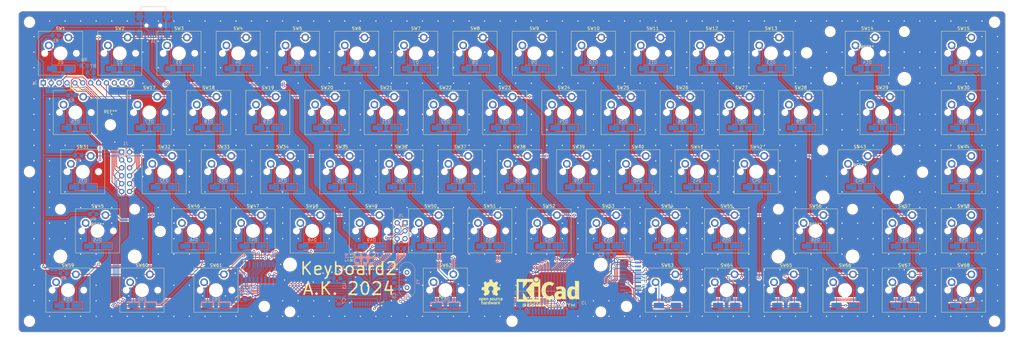
<source format=kicad_pcb>
(kicad_pcb (version 20240108) (generator "pcbnew") (generator_version "8.0")
  (layers (0 "F.Cu" signal) (31 "B.Cu" signal) (34 "B.Paste" user) (35 "F.Paste" user) (36 "B.SilkS" user "B.Silkscreen") (37 "F.SilkS" user "F.Silkscreen") (38 "B.Mask" user) (39 "F.Mask" user) (44 "Edge.Cuts" user))
  (net 0 "")
  (net 1 "Net-(D1-A)")
  (net 2 "Net-(D2-A)")
  (net 3 "Net-(D3-A)")
  (net 4 "Net-(D4-A)")
  (net 5 "Net-(D5-A)")
  (net 6 "Net-(D6-A)")
  (net 7 "Net-(D7-A)")
  (net 8 "Net-(D8-A)")
  (net 9 "Net-(D9-A)")
  (net 10 "Net-(D10-A)")
  (net 11 "Net-(D11-A)")
  (net 12 "Net-(D12-A)")
  (net 13 "Net-(D13-A)")
  (net 14 "Net-(D14-A)")
  (net 15 "Net-(D15-A)")
  (net 16 "Net-(D16-A)")
  (net 17 "Net-(D17-A)")
  (net 18 "Net-(D18-A)")
  (net 19 "Net-(D19-A)")
  (net 20 "Net-(D20-A)")
  (net 21 "Net-(D21-A)")
  (net 22 "Net-(D22-A)")
  (net 23 "Net-(D23-A)")
  (net 24 "Net-(D24-A)")
  (net 25 "Net-(D25-A)")
  (net 26 "Net-(D26-A)")
  (net 27 "Net-(D27-A)")
  (net 28 "Net-(D28-A)")
  (net 29 "Net-(D29-A)")
  (net 30 "Net-(D30-A)")
  (net 31 "Net-(D31-A)")
  (net 32 "Net-(D32-A)")
  (net 33 "Net-(D33-A)")
  (net 34 "Net-(D34-A)")
  (net 35 "Net-(D35-A)")
  (net 36 "Net-(D36-A)")
  (net 37 "Net-(D37-A)")
  (net 38 "Net-(D38-A)")
  (net 39 "Net-(D39-A)")
  (net 40 "Net-(D40-A)")
  (net 41 "Net-(D41-A)")
  (net 42 "Net-(D42-A)")
  (net 43 "Net-(D43-A)")
  (net 44 "Net-(D44-A)")
  (net 45 "Net-(D45-A)")
  (net 46 "Net-(D46-A)")
  (net 47 "Net-(D47-A)")
  (net 48 "Net-(D48-A)")
  (net 49 "Net-(D49-A)")
  (net 50 "Net-(D50-A)")
  (net 51 "Net-(D51-A)")
  (net 52 "Net-(D52-A)")
  (net 53 "Net-(D53-A)")
  (net 54 "Net-(D54-A)")
  (net 55 "Net-(D55-A)")
  (net 56 "Net-(D56-A)")
  (net 57 "Net-(D57-A)")
  (net 58 "Net-(D58-A)")
  (net 59 "Net-(D59-A)")
  (net 60 "Net-(D60-A)")
  (net 61 "Net-(D61-A)")
  (net 62 "Net-(D62-A)")
  (net 63 "Net-(D63-A)")
  (net 64 "Net-(D64-A)")
  (net 65 "Net-(D65-A)")
  (net 66 "Net-(D66-A)")
  (net 67 "Net-(D67-A)")
  (net 68 "Net-(D68-A)")
  (net 69 "ROW0")
  (net 70 "ROW1")
  (net 71 "ROW2")
  (net 72 "ROW3")
  (net 73 "ROW4")
  (net 74 "VCC")
  (net 75 "ADDR0")
  (net 76 "ADDR1")
  (net 77 "ADDR2")
  (net 78 "ADDR3")
  (net 79 "GND")
  (net 81 "{slash}CS")
  (net 82 "RAW_COL9")
  (net 83 "RAW_COL8")
  (net 84 "RAW_COL7")
  (net 85 "RAW_COL6")
  (net 86 "RAW_COL5")
  (net 87 "RAW_COL4")
  (net 88 "RAW_COL3")
  (net 89 "RAW_COL2")
  (net 90 "RAW_COL14")
  (net 91 "RAW_COL13")
  (net 92 "RAW_COL12")
  (net 93 "RAW_COL11")
  (net 94 "RAW_COL10")
  (net 95 "RAW_COL1")
  (net 96 "RAW_COL0")
  (net 97 "Net-(U3-UCAP)")
  (net 98 "Net-(U3-AREF)")
  (net 99 "Net-(U3-XTAL1)")
  (net 100 "Net-(U3-XTAL2)")
  (net 102 "MISO")
  (net 103 "SCK")
  (net 104 "MOSI")
  (net 105 "{slash}RST")
  (net 106 "Net-(U3-D+)")
  (net 107 "Net-(U3-D-)")
  (net 121 "/D-")
  (net 122 "/D+")
  (footprint "PCM_Switch_Keyboard_Cherry_MX:SW_Cherry_MX_PCB_2.25u" (layer "F.Cu") (at 71.9 161.6645)
    (property "Reference" "SW45")
    (property "Value" "SW_Push")
  )
  (footprint "PCM_Switch_Keyboard_Cherry_MX:SW_Cherry_MX_PCB_1.00u" (layer "F.Cu") (at 183.81875 123.5645)
    (property "Reference" "SW22")
    (property "Value" "SW_Push")
  )
  (footprint "Symbol:OSHW-Logo_7.5x8mm_SilkScreen" (layer "F.Cu") (at 198.4375 181.2925)
    (property "Reference" "REF**" (hide yes))
    (property "Value" "OSHW-Logo_7.5x8mm_SilkScreen" (hide yes))
  )
  (footprint "PCM_Switch_Keyboard_Cherry_MX:SW_Cherry_MX_PCB_1.75u" (layer "F.Cu") (at 67.14131 142.6145)
    (property "Reference" "SW31")
    (property "Value" "SW_Push")
  )
  (footprint "MountingHole:MountingHole_3.2mm_M3" (layer "F.Cu") (at 300.02375 104.35575)
    (property "Reference" "REF**" (hide yes))
    (property "Value" "MountingHole_3.2mm_M3")
  )
  (footprint "PCM_Switch_Keyboard_Cherry_MX:SW_Cherry_MX_PCB_6.50u" (layer "F.Cu") (at 183.81875 180.7145)
    (property "Reference" "SW62")
    (property "Value" "SW_Push")
  )
  (footprint "PCM_Switch_Keyboard_Cherry_MX:SW_Cherry_MX_PCB_1.00u" (layer "F.Cu") (at 131.43125 142.6145)
    (property "Reference" "SW34")
    (property "Value" "SW_Push")
  )
  (footprint "PCM_Switch_Keyboard_Cherry_MX:SW_Cherry_MX_PCB_1.00u" (layer "F.Cu") (at 221.91875 123.5645)
    (property "Reference" "SW24")
    (property "Value" "SW_Push")
  )
  (footprint "PCM_Switch_Keyboard_Cherry_MX:SW_Cherry_MX_PCB_1.00u" (layer "F.Cu") (at 274.30625 180.7145)
    (property "Reference" "SW64")
    (property "Value" "SW_Push")
  )
  (footprint "PCM_Switch_Keyboard_Cherry_MX:SW_Cherry_MX_PCB_2.25u" (layer "F.Cu") (at 319.55 104.5145)
    (property "Reference" "SW14")
    (property "Value" "SW_Push")
  )
  (footprint "Symbol:KiCad-Logo2_8mm_SilkScreen" (layer "F.Cu") (at 216.842607 180.468924)
    (property "Reference" "REF**" (hide yes))
    (property "Value" "KiCad-Logo2_8mm_SilkScreen" (hide yes))
  )
  (footprint "PCM_Switch_Keyboard_Cherry_MX:SW_Cherry_MX_PCB_1.00u" (layer "F.Cu") (at 88.56875 123.5645)
    (property "Reference" "SW17")
    (property "Value" "SW_Push")
  )
  (footprint "PCM_Switch_Keyboard_Cherry_MX:SW_Cherry_MX_PCB_1.00u" (layer "F.Cu") (at 350.50625 142.6145)
    (property "Reference" "SW44")
    (property "Value" "SW_Push")
  )
  (footprint "PCM_Switch_Keyboard_Cherry_MX:SW_Cherry_MX_PCB_1.00u" (layer "F.Cu") (at 350.50625 104.5145)
    (property "Reference" "SW15")
    (property "Value" "SW_Push")
  )
  (footprint "PCM_Switch_Keyboard_Cherry_MX:SW_Cherry_MX_PCB_1.00u" (layer "F.Cu") (at 155.24375 104.5145)
    (property "Reference" "SW6")
    (property "Value" "SW_Push")
  )
  (footprint "PCM_Switch_Keyboard_Cherry_MX:SW_Cherry_MX_PCB_1.00u" (layer "F.Cu") (at 298.11875 123.5645)
    (property "Reference" "SW28")
    (property "Value" "SW_Push")
  )
  (footprint "PCM_Switch_Keyboard_Cherry_MX:SW_Cherry_MX_PCB_1.00u" (layer "F.Cu") (at 140.95625 161.6645)
    (property "Reference" "SW48")
    (property "Value" "SW_Push")
  )
  (footprint "MountingHole:MountingHole_3.2mm_M3" (layer "F.Cu") (at 242.08 185.95325)
    (property "Reference" "REF**" (hide yes))
    (property "Value" "MountingHole_3.2mm_M3")
  )
  (footprint "PCM_Switch_Keyboard_Cherry_MX:SW_Cherry_MX_PCB_1.00u" (layer "F.Cu") (at 264.78125 142.6145)
    (property "Reference" "SW41")
    (property "Value" "SW_Push")
  )
  (footprint "PCM_Switch_Keyboard_Cherry_MX:SW_Cherry_MX_PCB_1.00u" (layer "F.Cu") (at 121.90625 161.6645)
    (property "Reference" "SW47")
    (property "Value" "SW_Push")
  )
  (footprint "PCM_Switch_Keyboard_Cherry_MX:SW_Cherry_MX_PCB_1.00u" (layer "F.Cu") (at 93.33125 142.6145)
    (property "Reference" "SW32")
    (property "Value" "SW_Push")
  )
  (footprint "PCM_Switch_Keyboard_Cherry_MX:SW_Cherry_MX_PCB_1.00u" (layer "F.Cu") (at 231.44375 104.5145)
    (property "Reference" "SW10")
    (property "Value" "SW_Push")
  )
  (footprint "PCM_Switch_Keyboard_Cherry_MX:SW_Cherry_MX_PCB_1.00u" (layer "F.Cu") (at 269.54375 104.5145)
    (property "Reference" "SW12")
    (property "Value" "SW_Push")
  )
  (footprint "PCM_Switch_Keyboard_Cherry_MX:SW_Cherry_MX_PCB_1.00u" (layer "F.Cu") (at 350.50625 161.6645)
    (property "Reference" "SW58")
    (property "Value" "SW_Push")
  )
  (footprint "PCM_Switch_Keyboard_Cherry_MX:SW_Cherry_MX_PCB_1.00u" (layer "F.Cu") (at 255.25625 161.6645)
    (property "Reference" "SW54")
    (property "Value" "SW_Push")
  )
  (footprint "PCM_Switch_Keyboard_Cherry_MX:SW_Cherry_MX_PCB_1.00u" (layer "F.Cu") (at 174.29375 104.5145)
    (property "Reference" "SW7")
    (property "Value" "SW_Push")
  )
  (footprint "PCM_Switch_Keyboard_Cherry_MX:SW_Cherry_MX_PCB_1.00u" (layer "F.Cu") (at 217.15625 161.6645)
    (property "Reference" "SW52")
    (property "Value" "SW_Push")
  )
  (footprint "PCM_Switch_Keyboard_Cherry_MX:SW_Cherry_MX_PCB_1.00u" (layer "F.Cu") (at 283.83125 142.6145)
    (property "Reference" "SW42")
    (property "Value" "SW_Push")
  )
  (footprint "MountingHole:MountingHole_3.2mm_M3" (layer "F.Cu") (at 76.0275 127.53325)
    (property "Reference" "REF**")
    (property "Value" "MountingHole_3.2mm_M3")
  )
  (footprint "MountingHole:MountingHole_3.2mm_M3" (layer "F.Cu") (at 49.9925 142.6145)
    (property "Reference" "REF**" (hide yes))
    (property "Value" "MountingHole_3.2mm_M3")
  )
  (footprint "PCM_Switch_Keyboard_Cherry_MX:SW_Cherry_MX_PCB_1.00u" (layer "F.Cu") (at 112.38125 142.6145)
    (property "Reference" "SW33")
    (property "Value" "SW_Push")
  )
  (footprint "PCM_Switch_Keyboard_Cherry_MX:SW_Cherry_MX_PCB_1.00u" (layer "F.Cu") (at 160.00625 161.6645)
    (property "Reference" "SW49")
    (property "Value" "SW_Push")
  )
  (footprint "PCM_Switch_Keyboard_Cherry_MX:SW_Cherry_MX_PCB_1.00u" (layer "F.Cu") (at 169.53125 142.6145)
    (property "Reference" "SW36")
    (property "Value" "SW_Push")
  )
  (footprint "PCM_Mounting_Keyboard_Stabilizer:Stabilizer_Cherry_MX_2.00u" (layer "F.Cu") (at 71.9 161.6645)
    (property "Reference" "REF**")
    (property "Value" "Stabilizer_Cherry_MX_2.00u")
  )
  (footprint "PCM_Switch_Keyboard_Cherry_MX:SW_Cherry_MX_PCB_1.00u" (layer "F.Cu") (at 202.86875 123.5645)
    (property "Reference" "SW23")
    (property "Value" "SW_Push")
  )
  (footprint "MountingHole:MountingHole_3.2mm_M3" (layer "F.Cu") (at 49.9925 94.51325)
    (property "Reference" "REF**" (hide yes))
    (property "Value" "MountingHole_3.2mm_M3")
  )
  (footprint "PCM_Mounting_Keyboard_Stabilizer:Stabilizer_Cherry_MX_2.00u" (layer "F.Cu") (at 317.16875 142.6145)
    (property "Reference" "REF**")
    (property "Value" "Stabilizer_Cherry_MX_2.00u")
  )
  (footprint "PCM_Switch_Keyboard_Cherry_MX:SW_Cherry_MX_PCB_1.00u" (layer "F.Cu") (at 245.73125 142.6145)
    (property "Reference" "SW40")
    (property "Value" "SW_Push")
  )
  (footprint "PCM_Switch_Keyboard_Cherry_MX:SW_Cherry_MX_PCB_1.00u" (layer "F.Cu") (at 288.59375 104.5145)
    (property "Reference" "SW13")
    (property "Value" "SW_Push")
  )
  (footprint "PCM_Switch_Keyboard_Cherry_MX:SW_Cherry_MX_PCB_1.00u" (layer "F.Cu") (at 226.68125 142.6145)
    (property "Reference" "SW39")
    (property "Value" "SW_Push")
  )
  (footprint "PCM_Switch_Keyboard_Cherry_MX:SW_Cherry_MX_PCB_1.00u" (layer "F.Cu") (at 198.10625 161.6645)
    (property "Reference" "SW51")
    (property "Value" "SW_Push")
  )
  (footprint "PCM_Switch_Keyboard_Cherry_MX:SW_Cherry_MX_PCB_1.00u" (layer "F.Cu") (at 136.19375 104.5145)
    (property "Reference" "SW5")
    (property "Value" "SW_Push")
  )
  (footprint "PCM_Mounting_Keyboard_Stabilizer:Stabilizer_Cherry_MX_6.25u" (layer "F.Cu") (at 183.81875 180.7145 180)
    (property "Reference" "REF**")
    (property "Value" "Stabilizer_Cherry_MX_6.25u")
  )
  (footprint "PCM_Switch_Keyboard_Cherry_MX:SW_Cherry_MX_PCB_1.00u" (layer "F.Cu") (at 207.63125 142.6145)
    (property "Reference" "SW38")
    (property "Value" "SW_Push")
  )
  (footprint "PCM_Switch_Keyboard_Cherry_MX:SW_Cherry_MX_PCB_1.00u" (layer "F.Cu") (at 240.96875 123.5645)
    (property "Reference" "SW25")
    (property "Value" "SW_Push")
  )
  (footprint "PCM_Switch_Keyboard_Cherry_MX:SW_Cherry_MX_PCB_1.00u" (layer "F.Cu") (at 102.85625 161.6645)
    (property "Reference" "SW46")
    (property "Value" "SW_Push")
  )
  (footprint "MountingHole:MountingHole_3.2mm_M3" (layer "F.Cu") (at 360.5075 94.51325)
    (property "Reference" "REF**" (hide yes))
    (property "Value" "MountingHole_3.2mm_M3")
  )
  (footprint "PCM_Switch_Keyboard_Cherry_MX:SW_Cherry_MX_PCB_1.00u" (layer "F.Cu") (at 255.25625 180.7145)
    (property "Reference" "SW63")
    (property "Value" "SW_Push")
  )
  (footprint "MountingHole:MountingHole_3.2mm_M3" (layer "F.Cu") (at 337.33 142.77325)
    (property "Reference" "REF**" (hide yes))
    (property "Value" "MountingHole_3.2mm_M3")
  )
  (footprint "MountingHole:MountingHole_3.2mm_M3" (layer "F.Cu") (at 92.06125 161.82325)
    (property "Reference" "REF**" (hide yes))
    (property "Value" "MountingHole_3.2mm_M3")
  )
  (footprint "PCM_Switch_Keyboard_Cherry_MX:SW_Cherry_MX_PCB_1.00u" (layer "F.Cu") (at 145.71875 123.5645)
    (property "Reference" "SW20")
    (property "Value" "SW_Push")
  )
  (footprint "PCM_Switch_Keyboard_Cherry_MX:SW_Cherry_MX_PCB_1.00u" (layer "F.Cu") (at 260.01875 123.5645)
    (property "Reference" "SW26")
    (property "Value" "SW_Push")
  )
  (footprint "PCM_Switch_Keyboard_Cherry_MX:SW_Cherry_MX_PCB_1.00u" (layer "F.Cu") (at 312.40625 180.7145)
    (property "Reference" "SW66")
    (property "Value" "SW_Push")
  )
  (footprint "PCM_Switch_Keyboard_Cherry_MX:SW_Cherry_MX_PCB_1.00u" (layer "F.Cu") (at 212.39375 104.5145)
    (property "Reference" "SW9")
    (property "Value" "SW_Push")
  )
  (footprint "PCM_Switch_Keyboard_Cherry_MX:SW_Cherry_MX_PCB_1.00u" (layer "F.Cu") (at 350.50625 123.5645)
    (property "Reference" "SW30")
    (property "Value" "SW_Push")
  )
  (footprint "PCM_Switch_Keyboard_Cherry_MX:SW_Cherry_MX_PCB_1.00u" (layer "F.Cu") (at 117.14375 104.5145)
    (property "Reference" "SW4")
    (property "Value" "SW_Push")
  )
  (footprint "PCM_Mounting_Keyboard_Stabilizer:Stabilizer_Cherry_MX_2.00u" (layer "F.Cu") (at 302.88125 161.6645)
    (property "Reference" "REF**")
    (property "Value" "Stabilizer_Cherry_MX_2.00u")
  )
  (footprint "PCM_Switch_Keyboard_Cherry_MX:SW_Cherry_MX_PCB_1.00u" (layer "F.Cu") (at 236.20625 161.6645)
    (property "Reference" "SW53")
    (property "Value" "SW_Push")
  )
  (footprint "PCM_Switch_Keyboard_Cherry_MX:SW_Cherry_MX_PCB_1.00u" (layer "F.Cu") (at 188.58125 142.6145)
    (property "Reference" "SW37")
    (property "Value" "SW_Push")
  )
  (footprint "PCM_Switch_Keyboard_Cherry_MX:SW_Cherry_MX_PCB_1.00u" (layer "F.Cu") (at 331.45625 180.7145)
    (property "Reference" "SW67")
    (property "Value" "SW_Push")
  )
  (footprint "PCM_Switch_Keyboard_Cherry_MX:SW_Cherry_MX_PCB_1.00u" (layer "F.Cu") (at 250.49375 104.5145)
    (property "Reference" "SW11")
    (property "Value" "SW_Push")
  )
  (footprint "PCM_Switch_Keyboard_Cherry_MX:SW_Cherry_MX_PCB_1.00u" (layer "F.Cu") (at 98.09375 104.5145)
    (property "Reference" "SW3")
    (property "Value" "SW_Push")
  )
  (footprint "PCM_Switch_Keyboard_Cherry_MX:SW_Cherry_MX_PCB_1.00u" (layer "F.Cu") (at 164.76875 123.5645)
    (property "Reference" "SW21")
    (property "Value" "SW_Push")
  )
  (footprint "PCM_Switch_Keyboard_Cherry_MX:SW_Cherry_MX_PCB_1.00u" (layer "F.Cu") (at 79.04375 104.5145)
    (property "Reference" "SW2")
    (property "Value" "SW_Push")
  )
  (footprint "PCM_Switch_Keyboard_Cherry_MX:SW_Cherry_MX_PCB_1.00u" (layer "F.Cu") (at 107.61875 123.5645)
    (property "Reference" "SW18")
    (property "Value" "SW_Push")
  )
  (footprint "PCM_Switch_Keyboard_Cherry_MX:SW_Cherry_MX_PCB_1.00u" (layer "F.Cu") (at 150.48125 142.6145)
    (property "Reference" "SW35")
    (property "Value" "SW_Push")
  )
  (footprint "PCM_Switch_Keyboard_Cherry_MX:SW_Cherry_MX_PCB_1.00u" (layer "F.Cu") (at 126.66875 123.5645)
    (property "Reference" "SW19")
    (property "Value" "SW_Push")
  )
  (footprint "PCM_Switch_Keyboard_Cherry_MX:SW_Cherry_MX_PCB_1.00u" (layer "F.Cu") (at 293.35625 180.7145)
    (property "Reference" "SW65")
    (property "Value" "SW_Push")
  )
  (footprint "PCM_Switch_Keyboard_Cherry_MX:SW_Cherry_MX_PCB_1.00u" (layer "F.Cu") (at 274.30625 161.6645)
    (property "Reference" "SW55")
    (property "Value" "SW_Push")
  )
  (footprint "MountingHole:MountingHole_3.2mm_M3" (layer "F.Cu") (at 360.5075 190.71575)
    (property "Reference" "REF**" (hide yes))
    (property "Value" "MountingHole_3.2mm_M3")
  )
  (footprint "PCM_Switch_Keyboard_Cherry_MX:SW_Cherry_MX_PCB_2.50u" (layer "F.Cu") (at 317.16875 142.6145)
    (property "Reference" "SW43")
    (property "Value" "SW_Push")
  )
  (footprint "PCM_Switch_Keyboard_Cherry_MX:SW_Cherry_MX_PCB_1.50u" (layer "F.Cu") (at 64.75625 123.5645)
    (property "Reference" "SW16")
    (property "Value" "SW_Push")
  )
  (footprint "MountingHole:MountingHole_3.2mm_M3" (layer "F.Cu") (at 205.25 190.71575)
    (property "Reference" "REF**" (hide yes))
    (property "Value" "MountingHole_3.2mm_M3")
  )
  (footprint "PCM_Switch_Keyboard_Cherry_MX:SW_Cherry_MX_PCB_1.25u" (layer "F.Cu") (at 86.1875 180.7145)
    (property "Reference" "SW60")
    (property "Value" "SW_Push")
  )
  (footprint "PCM_Mounting_Keyboard_Stabilizer:Stabilizer_Cherry_MX_2.00u" (layer "F.Cu") (at 319.55 104.5145)
    (property "Reference" "REF**")
    (property "Value" "Stabilizer_Cherry_MX_2.00u")
  )
  (footprint "PCM_Switch_Keyboard_Cherry_MX:SW_Cherry_MX_PCB_1.00u" (layer "F.Cu") (at 59.99375 104.5145)
    (property "Reference" "SW1")
    (property "Value" "SW_Push")
  )
  (footprint "PCM_Switch_Keyboard_Cherry_MX:SW_Cherry_MX_PCB_1.25u" (layer "F.Cu") (at 110 180.7145)
    (property "Reference" "SW61")
    (property "Value" "SW_Push")
  )
  (footprint "PCM_Switch_Keyboard_Cherry_MX:SW_Cherry_MX_PCB_1.00u" (layer "F.Cu") (at 331.45625 161.6645)
    (property "Reference" "SW57")
    (property "Value" "SW_Push")
  )
  (footprint "PCM_Switch_Keyboard_Cherry_MX:SW_Cherry_MX_PCB_1.00u" (layer "F.Cu") (at 193.34375 104.5145)
    (property "Reference" "SW8")
    (property "Value" "SW_Push")
  )
  (footprint "PCM_Switch_Keyboard_Cherry_MX:SW_Cherry_MX_PCB_1.75u" (layer "F.Cu") (at 324.3125 123.5645)
    (property "Reference" "SW29")
    (property "Value" "SW_Push")
  )
  (footprint "PCM_Switch_Keyboard_Cherry_MX:SW_Cherry_MX_PCB_2.00u" (layer "F.Cu") (at 302.88125 161.6645)
    (property "Reference" "SW56")
    (property "Value" "SW_Push")
  )
  (footprint "PCM_Switch_Keyboard_Cherry_MX:SW_Cherry_MX_PCB_1.00u" (layer "F.Cu") (at 350.50625 180.7145)
    (property "Reference" "SW68")
    (property "Value" "SW_Push")
  )
  (footprint "PCM_Switch_Keyboard_Cherry_MX:SW_Cherry_MX_PCB_1.00u" (layer "F.Cu") (at 279.06875 123.5645)
    (property "Reference" "SW27")
    (property "Value" "SW_Push")
  )
  (footprint "PCM_Switch_Keyboard_Cherry_MX:SW_Cherry_MX_PCB_1.25u" (layer "F.Cu") (at 62.375 180.7145)
    (property "Reference" "SW59")
    (property "Value" "SW_Push")
  )
  (footprint "MountingHole:MountingHole_3.2mm_M3" (layer "F.Cu") (at 125.5575 185.95325)
    (property "Reference" "REF**" (hide yes))
    (property "Value" "MountingHole_3.2mm_M3")
  )
  (footprint "PCM_Switch_Keyboard_Cherry_MX:SW_Cherry_MX_PCB_1.00u" (layer "F.Cu") (at 179.05625 161.6645)
    (property "Reference" "SW50")
    (property "Value" "SW_Push")
  )
  (footprint "MountingHole:MountingHole_3.2mm_M3" (layer "F.Cu") (at 49.9925 190.71575)
    (property "Reference" "REF**" (hide yes))
    (property "Value" "MountingHole_3.2mm_M3")
  )
  (footprint "Diode_SMD:D_MiniMELF_Handsoldering" (layer "B.Cu") (at 331.45625 185.63575 180)
    (property "Reference" "D67")
    (property "Value" "D")
  )
  (footprint "Diode_SMD:D_MiniMELF_Handsoldering" (layer "B.Cu") (at 88.56875 128.48575 180)
    (property "Reference" "D17")
    (property "Value" "D")
  )
  (footprint "Diode_SMD:D_MiniMELF_Handsoldering" (layer "B.Cu") (at 288.59375 109.43575 180)
    (property "Reference" "D13")
    (property "Value" "D")
  )
  (footprint "Diode_SMD:D_MiniMELF_Handsoldering" (layer "B.Cu") (at 274.30625 166.58575 180)
    (property "Reference" "D55")
    (property "Value" "D")
  )
  (footprint "Diode_SMD:D_MiniMELF_Handsoldering" (layer "B.Cu") (at 302.88125 166.58575 180)
    (property "Reference" "D56")
    (property "Value" "D")
  )
  (footprint "Diode_SMD:D_MiniMELF_Handsoldering" (layer "B.Cu") (at 350.50625 185.63575 180)
    (property "Reference" "D68")
    (property "Value" "D")
  )
  (footprint "Diode_SMD:D_MiniMELF_Handsoldering" (layer "B.Cu") (at 150.48125 147.53575 180)
    (property "Reference" "D35")
    (property "Value" "D")
  )
  (footprint "Diode_SMD:D_MiniMELF_Handsoldering" (layer "B.Cu") (at 269.54375 109.43575 180)
    (property "Reference" "D12")
    (property "Value" "D")
  )
  (footprint "Diode_SMD:D_MiniMELF_Handsoldering" (layer "B.Cu") (at 160.00625 166.58575 180)
    (property "Reference" "D49")
    (property "Value" "D")
  )
  (footprint "Diode_SMD:D_MiniMELF_Handsoldering" (layer "B.Cu") (at 86.1875 185.63575 180)
    (property "Reference" "D60")
    (property "Value" "D")
  )
  (footprint "Diode_SMD:D_MiniMELF_Handsoldering" (layer "B.Cu") (at 350.50625 147.53575 180)
    (property "Reference" "D44")
    (property "Value" "D")
  )
  (footprint "Connector_USB:USB_Mini-B_Wuerth_65100516121_Horizontal" (layer "B.Cu") (at 89.8525 95.5675)
    (property "Reference" "J4")
    (property "Value" "USB_B_Mini")
  )
  (footprint "Diode_SMD:D_MiniMELF_Handsoldering" (layer "B.Cu") (at 117.14375 109.43575 180)
    (property "Reference" "D4")
    (property "Value" "D")
  )
  (footprint "Diode_SMD:D_MiniMELF_Handsoldering" (layer "B.Cu") (at 183.81875 185.63575 180)
    (property "Reference" "D62")
    (property "Value" "D")
  )
  (footprint "Diode_SMD:D_MiniMELF_Handsoldering" (layer "B.Cu") (at 155.24375 109.43575 180)
    (property "Reference" "D6")
    (property "Value" "D")
  )
  (footprint "Diode_SMD:D_MiniMELF_Handsoldering" (layer "B.Cu") (at 183.81875 128.48575 180)
    (property "Reference" "D22")
    (property "Value" "D")
  )
  (footprint "Diode_SMD:D_MiniMELF_Handsoldering" (layer "B.Cu") (at 98.09375 109.43575 180)
    (property "Reference" "D3")
    (property "Value" "D")
  )
  (footprint "Diode_SMD:D_MiniMELF_Handsoldering" (layer "B.Cu") (at 64.75625 128.48575 180)
    (property "Reference" "D16")
    (property "Value" "D")
  )
  (footprint "Diode_SMD:D_MiniMELF_Handsoldering" (layer "B.Cu") (at 255.25625 166.58575 180)
    (property "Reference" "D54")
    (property "Value" "D")
  )
  (footprint "Diode_SMD:D_MiniMELF_Handsoldering" (layer "B.Cu") (at 67.1375 147.53575 180)
    (property "Reference" "D31")
    (property "Value" "D")
  )
  (footprint "Diode_SMD:D_MiniMELF_Handsoldering" (layer "B.Cu") (at 126.66875 128.48575 180)
    (property "Reference" "D19")
    (property "Value" "D")
  )
  (footprint "Diode_SMD:D_MiniMELF_Handsoldering" (layer "B.Cu") (at 245.73125 147.53575 180)
    (property "Reference" "D40")
    (property "Value" "D")
  )
  (footprint "Diode_SMD:D_MiniMELF_Handsoldering" (layer "B.Cu") (at 317.16875 147.53575 180)
    (property "Reference" "D43")
    (property "Value" "D")
  )
  (footprint "Connector_PinSocket_2.54mm:PinSocket_1x12_P2.54mm_Vertical" (layer "B.Cu") (at 54.4375 114.0395 -90)
    (property "Reference" "J2")
    (property "Value" "Conn_01x12")
  )
  (footprint "Resistor_SMD:R_0805_2012Metric_Pad1.20x1.40mm_HandSolder" (layer "B.Cu") (at 70.47125 156.267)
    (property "Reference" "R4")
    (property "Value" "10K")
  )
  (footprint "Diode_SMD:D_MiniMELF_Handsoldering" (layer "B.Cu") (at 207.63125 147.53575 180)
    (property "Reference" "D38")
    (property "Value" "D")
  )
  (footprint "Diode_SMD:D_MiniMELF_Handsoldering" (layer "B.Cu") (at 174.29375 109.43575 180)
    (property "Reference" "D7")
    (property "Value" "D")
  )
  (footprint "Diode_SMD:D_MiniMELF_Handsoldering" (layer "B.Cu") (at 131.43125 147.53575 180)
    (property "Reference" "D34")
    (property "Value" "D")
  )
  (footprint "Diode_SMD:D_MiniMELF_Handsoldering" (layer "B.Cu") (at 260.01875 128.48575 180)
    (property "Reference" "D26")
    (property "Value" "D")
  )
  (footprint "Diode_SMD:D_MiniMELF_Handsoldering" (layer "B.Cu") (at 145.71875 128.48575 180)
    (property "Reference" "D20")
    (property "Value" "D")
  )
  (footprint "Resistor_SMD:R_0805_2012Metric_Pad1.20x1.40mm_HandSolder" (layer "B.Cu") (at 60.94625 175.317)
    (property "Reference" "R5")
    (property "Value" "10K")
  )
  (footprint "Diode_SMD:D_MiniMELF_Handsoldering" (layer "B.Cu") (at 293.35625 185.63575 180)
    (property "Reference" "D65")
    (property "Value" "D")
  )
  (footprint "Package_SO:SOIC-16_3.9x9.9mm_P1.27mm" (layer "B.Cu") (at 243.35 176.2695 180)
    (property "Reference" "U2")
    (property "Value" "74HC138")
  )
  (footprint "Resistor_SMD:R_0805_2012Metric_Pad1.20x1.40mm_HandSolder" (layer "B.Cu") (at 69.6775 110.70575)
    (property "Reference" "R7")
    (property "Value" "DNP")
  )
  (footprint "Diode_SMD:D_MiniMELF_Handsoldering" (layer "B.Cu") (at 121.90625 166.58575 180)
    (property "Reference" "D47")
    (property "Value" "D")
  )
  (footprint "Resistor_SMD:R_0805_2012Metric_Pad1.20x1.40mm_HandSolder" (layer "B.Cu") (at 67.61375 108.48325)
    (property "Reference" "R6")
    (property "Value" "10K")
  )
  (footprint "Resistor_SMD:R_0805_2012Metric_Pad1.20x1.40mm_HandSolder" (layer "B.Cu") (at 169.545 167.3225 180)
    (property "Reference" "R10")
    (property "Value" "4K7")
  )
  (footprint "Diode_SMD:D_MiniMELF_Handsoldering" (layer "B.Cu") (at 236.20625 166.58575 180)
    (property "Reference" "D53")
    (property "Value" "D")
  )
  (footprint "Diode_SMD:D_MiniMELF_Handsoldering" (layer "B.Cu") (at 350.50625 128.48575 180)
    (property "Reference" "D30")
    (property "Value" "D")
  )
  (footprint "Diode_SMD:D_MiniMELF_Handsoldering" (layer "B.Cu") (at 136.19375 109.43575 180)
    (property "Reference" "D5")
    (property "Value" "D")
  )
  (footprint "Diode_SMD:D_MiniMELF_Handsoldering" (layer "B.Cu") (at 298.11875 128.48575 180)
    (property "Reference" "D28")
    (property "Value" "D")
  )
  (footprint "Diode_SMD:D_MiniMELF_Handsoldering" (layer "B.Cu") (at 164.76875 128.48575 180)
    (property "Reference" "D21")
    (property "Value" "D")
  )
  (footprint "Package_SO:SOIC-16_3.9x9.9mm_P1.27mm" (layer "B.Cu") (at 123.97 174.84075 -90)
    (property "Reference" "U1")
    (property "Value" "74HC138")
  )
  (footprint "Capacitor_SMD:C_0805_2012Metric_Pad1.18x1.45mm_HandSolder" (layer "B.Cu") (at 167.3225 175.5775 90)
    (property "Reference" "C6")
    (property "Value" "22p")
  )
  (footprint "Diode_SMD:D_MiniMELF_Handsoldering" (layer "B.Cu") (at 264.78125 147.53575 180)
    (property "Reference" "D41")
    (property "Value" "D")
  )
  (footprint "Connector_PinHeader_2.54mm:PinHeader_2x03_P2.54mm_Vertical" (layer "B.Cu") (at 170.82 159.0825 180)
    (property "Reference" "J5")
    (property "Value" "Conn_02x03_Odd_Even")
  )
  (footprint "Diode_SMD:D_MiniMELF_Handsoldering" (layer "B.Cu") (at 324.3125 128.48575 180)
    (property "Reference" "D29")
    (property "Value" "D")
  )
  (footprint "Diode_SMD:D_MiniMELF_Handsoldering" (layer "B.Cu") (at 350.50625 109.43575 180)
    (property "Reference" "D15")
    (property "Value" "D")
  )
  (footprint "Diode_SMD:D_MiniMELF_Handsoldering" (layer "B.Cu") (at 112.38125 147.53575 180)
    (property "Reference" "D33")
    (property "Value" "D")
  )
  (footprint "Diode_SMD:D_MiniMELF_Handsoldering" (layer "B.Cu") (at 93.33125 147.53575 180)
    (property "Reference" "D32")
    (property "Value" "D")
  )
  (footprint "Diode_SMD:D_MiniMELF_Handsoldering" (layer "B.Cu") (at 107.61875 128.48575 180)
    (property "Reference" "D18")
    (property "Value" "D")
  )
  (footprint "Diode_SMD:D_MiniMELF_Handsoldering" (layer "B.Cu") (at 217.15625 166.58575 180)
    (property "Reference" "D52")
    (property "Value" "D")
  )
  (footprint "Diode_SMD:D_MiniMELF_Handsoldering" (layer "B.Cu") (at 350.50625 166.58575 180)
    (property "Reference" "D58")
    (property "Value" "D")
  )
  (footprint "Capacitor_SMD:C_0805_2012Metric_Pad1.18x1.45mm_HandSolder" (layer "B.Cu") (at 149.5425 184.15 90)
    (property "Reference" "C7")
    (property "Value" "100n")
  )
  (footprint "Capacitor_SMD:C_0805_2012Metric_Pad1.18x1.45mm_HandSolder" (layer "B.Cu") (at 167.3225 179.3875 -90)
    (property "Reference" "C5")
    (property "Value" "22p")
  )
  (footprint "Diode_SMD:D_MiniMELF_Handsoldering" (layer "B.Cu") (at 62.375 185.63575 180)
    (property "Reference" "D59")
    (property "Value" "D")
  )
  (footprint "Resistor_SMD:R_0805_2012Metric_Pad1.20x1.40mm_HandSolder" (layer "B.Cu") (at 155.575 170.18 90)
    (property "Reference" "R12")
    (property "Value" "22R")
  )
  (footprint "Capacitor_SMD:C_0805_2012Metric_Pad1.18x1.45mm_HandSolder" (layer "B.Cu") (at 160.02 170.18 90)
    (property "Reference" "C3")
    (property "Value" "1u")
  )
  (footprint "Diode_SMD:D_MiniMELF_Handsoldering" (layer "B.Cu") (at 279.06875 128.48575 180)
    (property "Reference" "D27")
    (property "Value" "D")
  )
  (footprint "Connector_PinSocket_2.54mm:PinSocket_2x06_P2.54mm_Vertical" (layer "B.Cu") (at 79.65875 136.2895 180)
    (property "Reference" "J1")
    (property "Value" "Conn_02x06_Odd_Even")
  )
  (footprint "Diode_SMD:D_MiniMELF_Handsoldering" (layer "B.Cu") (at 188.58125 147.53575 180)
    (property "Reference" "D37")
    (property "Value" "D")
  )
  (footprint "Diode_SMD:D_MiniMELF_Handsoldering" (layer "B.Cu") (at 226.68125 147.53575 180)
    (property "Reference" "D39")
    (property "Value" "D")
  )
  (footprint "Diode_SMD:D_MiniMELF_Handsoldering" (layer "B.Cu") (at 202.86875 128.48575 180)
    (property "Reference" "D23")
    (property "Value" "D")
  )
  (footprint "Diode_SMD:D_MiniMELF_Handsoldering" (layer "B.Cu") (at 250.49375 109.43575 180)
    (property "Reference" "D11")
    (property "Value" "D")
  )
  (footprint "Diode_SMD:D_MiniMELF_Handsoldering" (layer "B.Cu") (at 255.25625 185.63575 180)
    (property "Reference" "D63")
    (property "Value" "D")
  )
  (footprint "Diode_SMD:D_MiniMELF_Handsoldering" (layer "B.Cu") (at 331.45625 166.58575 180)
    (property "Reference" "D57")
    (property "Value" "D")
  )
  (footprint "Diode_SMD:D_MiniMELF_Handsoldering" (layer "B.Cu") (at 221.91875 128.48575 180)
    (property "Reference" "D24")
    (property "Value" "D")
  )
  (footprint "Capacitor_SMD:C_0805_2012Metric_Pad1.18x1.45mm_HandSolder" (layer "B.Cu") (at 118.255 183.73075 180)
    (property "Reference" "C1")
    (property "Value" "100n")
  )
  (footprint "Resistor_SMD:R_0805_2012Metric_Pad1.20x1.40mm_HandSolder" (layer "B.Cu") (at 65.70875 137.37575)
    (property "Reference" "R3")
    (property "Value" "10K")
  )
  (footprint "Diode_SMD:D_MiniMELF_Handsoldering" (layer "B.Cu") (at 102.85625 166.58575 180)
    (property "Reference" "D46")
    (property "Value" "D")
  )
  (footprint "Diode_SMD:D_MiniMELF_Handsoldering" (layer "B.Cu") (at 59.99375 109.43575 180)
    (property "Reference" "D1")
    (property "Value" "D")
  )
  (footprint "Resistor_SMD:R_0805_2012Metric_Pad1.20x1.40mm_HandSolder" (layer "B.Cu") (at 63.48625 118.00825)
    (property "Reference" "R2")
    (property "Value" "10K")
  )
  (footprint "Diode_SMD:D_MiniMELF_Handsoldering" (layer "B.Cu") (at 79.04375 109.43575 180)
    (property "Reference" "D2")
    (property "Value" "D")
  )
  (footprint "Diode_SMD:D_MiniMELF_Handsoldering" (layer "B.Cu") (at 312.40625 185.63575 180)
    (property "Reference" "D66")
    (property "Value" "D")
  )
  (footprint "Diode_SMD:D_MiniMELF_Handsoldering" (layer "B.Cu") (at 240.96875 128.48575 180)
    (property "Reference" "D25")
    (property "Value" "D")
  )
  (footprint "Diode_SMD:D_MiniMELF_Handsoldering" (layer "B.Cu") (at 283.83125 147.53575 180)
    (property "Reference" "D42")
    (property "Value" "D")
  )
  (footprint "Diode_SMD:D_MiniMELF_Handsoldering" (layer "B.Cu") (at 179.05625 166.58575 180)
    (property "Reference" "D50")
    (property "Value" "D")
  )
  (footprint "Package_QFP:TQFP-44_10x10mm_P0.8mm" (layer "B.Cu") (at 158.75 179.3875 -90)
    (property "Reference" "U3")
    (property "Value" "ATmega16U4-A")
  )
  (footprint "Diode_SMD:D_MiniMELF_Handsoldering" (layer "B.Cu") (at 231.44375 109.43575 180)
    (property "Reference" "D10")
    (property "Value" "D")
  )
  (footprint "Diode_SMD:D_MiniMELF_Handsoldering" (layer "B.Cu") (at 169.53125 147.53575 180)
    (property "Reference" "D36")
    (property "Value" "D")
  )
  (footprint "Diode_SMD:D_MiniMELF_Handsoldering" (layer "B.Cu") (at 198.10625 166.58575 180)
    (property "Reference" "D51")
    (property "Value" "D")
  )
  (footprint "Diode_SMD:D_MiniMELF_Handsoldering" (layer "B.Cu") (at 193.34375 109.43575 180)
    (property "Reference" "D8")
    (property "Value" "D")
  )
  (footprint "Diode_SMD:D_MiniMELF_Handsoldering" (layer "B.Cu") (at 71.9 166.58575 180)
    (property "Reference" "D45")
    (property "Value" "D")
  )
  (footprint "Crystal:Crystal_HC49-4H_Vertical" (layer "B.Cu") (at 171.45 175.0325 -90)
    (property "Reference" "Y1")
    (property "Value" "Crystal")
  )
  (footprint "Capacitor_SMD:C_0805_2012Metric_Pad1.18x1.45mm_HandSolder" (layer "B.Cu") (at 148.9075 176.8475 180)
    (property "Reference" "C4")
    (property "Value" "100n")
  )
  (footprint "Diode_SMD:D_MiniMELF_Handsoldering" (layer "B.Cu") (at 110 185.63575 180)
    (property "Reference" "D61")
    (property "Value" "D")
  )
  (footprint "Capacitor_SMD:C_0805_2012Metric_Pad1.18x1.45mm_HandSolder" (layer "B.Cu") (at 237.15875 169.2845 180)
    (property "Reference" "C2")
    (property "Value" "100n")
  )
  (footprint "Diode_SMD:D_MiniMELF_Handsoldering" (layer "B.Cu") (at 212.39375 109.43575 180)
    (property "Reference" "D9")
    (property "Value" "D")
  )
  (footprint "Resistor_SMD:R_0805_2012Metric_Pad1.20x1.40mm_HandSolder" (layer "B.Cu") (at 58.40625 98.7995)
    (property "Reference" "R1")
    (property "Value" "10K")
  )
  (footprint "Diode_SMD:D_MiniMELF_Handsoldering" (layer "B.Cu") (at 140.95625 166.58575 180)
    (property "Reference" "D48")
    (property "Value" "D")
  )
  (footprint "Resistor_SMD:R_0805_2012Metric_Pad1.20x1.40mm_HandSolder" (layer "B.Cu") (at 157.7975 170.18 -90)
    (property "Reference" "R11")
    (property "Value" "22R")
  )
  (footprint "Diode_SMD:D_MiniMELF_Handsoldering" (layer "B.Cu") (at 274.30625 185.63575 180)
    (property "Reference" "D64")
    (property "Value" "D")
  )
  (footprint "Connector_FFC-FPC:TE_1-84952-2_1x12-1MP_P1.0mm_Horizontal" (layer "B.Cu") (at 216.355 185.74075)
    (property "Reference" "J3")
    (property "Value" "Conn_01x12_MountingPin")
  )
  (footprint "Diode_SMD:D_MiniMELF_Handsoldering" (layer "B.Cu") (at 319.55 109.43575 180)
    (property "Reference" "D14")
    (property "Value" "D")
  )
  (gr_arc (start 364 192.93825) (mid 363.628026 193.836276) (end 362.73 194.20825) (stroke (width 0.1)) (layer "Edge.Cuts"))
  (gr_arc (start 362.73 91.02075) (mid 363.628026 91.392724) (end 364 92.29075) (stroke (width 0.1)) (layer "Edge.Cuts"))
  (gr_line (start 362.73 194.20825) (end 47.77 194.20825) (stroke (width 0.1)) (layer "Edge.Cuts"))
  (gr_line (start 364 92.29075) (end 364 192.93825) (stroke (width 0.1)) (layer "Edge.Cuts"))
  (gr_arc (start 46.5 92.29075) (mid 46.871974 91.392724) (end 47.77 91.02075) (stroke (width 0.1)) (layer "Edge.Cuts"))
  (gr_line (start 47.77 91.02075) (end 362.73 91.02075) (stroke (width 0.1)) (layer "Edge.Cuts"))
  (gr_arc (start 47.77 194.20825) (mid 46.871974 193.836276) (end 46.5 192.93825) (stroke (width 0.1)) (layer "Edge.Cuts"))
  (gr_line (start 46.5 192.93825) (end 46.5 92.29075) (stroke (width 0.1)) (layer "Edge.Cuts"))
  (gr_text "Keyboard2\nA.K. 2024" (at 152.7175 182.5625 0) (layer "F.SilkS") (effects (font (size 4 4) (thickness 0.5)) (justify bottom)))
  (segment (start 57.24375 109.43575) (end 57.24375 103.0345) (width 0.25) (layer "B.Cu") (net 1))
  (segment (start 57.24375 103.0345) (end 56.18375 101.9745) (width 0.25) (layer "B.Cu") (net 1))
  (segment (start 76.29375 109.43575) (end 76.29375 103.0345) (width 0.25) (layer "B.Cu") (net 2))
  (segment (start 76.29375 103.0345) (end 75.23375 101.9745) (width 0.25) (layer "B.Cu") (net 2))
  (segment (start 95.34375 103.0345) (end 94.28375 101.9745) (width 0.25) (layer "B.Cu") (net 3))
  (segment (start 95.34375 109.43575) (end 95.34375 103.0345) (width 0.25) (layer "B.Cu") (net 3))
  (segment (start 114.39375 103.0345) (end 113.33375 101.9745) (width 0.25) (layer "B.Cu") (net 4))
  (segment (start 114.39375 109.43575) (end 114.39375 103.0345) (width 0.25) (layer "B.Cu") (net 4))
  (segment (start 133.44375 109.43575) (end 133.44375 103.0345) (width 0.25) (layer "B.Cu") (net 5))
  (segment (start 133.44375 103.0345) (end 132.38375 101.9745) (width 0.25) (layer "B.Cu") (net 5))
  (segment (start 152.49375 109.43575) (end 152.49375 103.0345) (width 0.25) (layer "B.Cu") (net 6))
  (segment (start 152.49375 103.0345) (end 151.43375 101.9745) (width 0.25) (layer "B.Cu") (net 6))
  (segment (start 171.54375 103.0345) (end 170.48375 101.9745) (width 0.25) (layer "B.Cu") (net 7))
  (segment (start 171.54375 109.43575) (end 171.54375 103.0345) (width 0.25) (layer "B.Cu") (net 7))
  (segment (start 190.59375 103.0345) (end 189.53375 101.9745) (width 0.25) (layer "B.Cu") (net 8))
  (segment (start 190.59375 109.43575) (end 190.59375 103.0345) (width 0.25) (layer "B.Cu") (net 8))
  (segment (start 209.64375 109.43575) (end 209.64375 103.0345) (width 0.25) (layer "B.Cu") (net 9))
  (segment (start 209.64375 103.0345) (end 208.58375 101.9745) (width 0.25) (layer "B.Cu") (net 9))
  (segment (start 228.69375 109.43575) (end 228.69375 103.0345) (width 0.25) (layer "B.Cu") (net 10))
  (segment (start 228.69375 103.0345) (end 227.63375 101.9745) (width 0.25) (layer "B.Cu") (net 10))
  (segment (start 247.74375 103.0345) (end 246.68375 101.9745) (width 0.25) (layer "B.Cu") (net 11))
  (segment (start 247.74375 109.43575) (end 247.74375 103.0345) (width 0.25) (layer "B.Cu") (net 11))
  (segment (start 266.79375 109.43575) (end 266.79375 103.0345) (width 0.25) (layer "B.Cu") (net 12))
  (segment (start 266.79375 103.0345) (end 265.73375 101.9745) (width 0.25) (layer "B.Cu") (net 12))
  (segment (start 285.84375 109.43575) (end 285.84375 103.0345) (width 0.25) (layer "B.Cu") (net 13))
  (segment (start 285.84375 103.0345) (end 284.78375 101.9745) (width 0.25) (layer "B.Cu") (net 13))
  (segment (start 316.8 103.0345) (end 315.74 101.9745) (width 0.25) (layer "B.Cu") (net 14))
  (segment (start 316.8 109.43575) (end 316.8 103.0345) (width 0.25) (layer "B.Cu") (net 14))
  (segment (start 347.75625 103.0345) (end 346.69625 101.9745) (width 0.25) (layer "B.Cu") (net 15))
  (segment (start 347.75625 109.43575) (end 347.75625 103.0345) (width 0.25) (layer "B.Cu") (net 15))
  (segment (start 62.00625 128.48575) (end 62.00625 122.0845) (width 0.25) (layer "B.Cu") (net 16))
  (segment (start 62.00625 122.0845) (end 60.94625 121.0245) (width 0.25) (layer "B.Cu") (net 16))
  (segment (start 85.81875 128.48575) (end 85.81875 122.0845) (width 0.25) (layer "B.Cu") (net 17))
  (segment (start 85.81875 122.0845) (end 84.75875 121.0245) (width 0.25) (layer "B.Cu") (net 17))
  (segment (start 104.86875 122.0845) (end 103.80875 121.0245) (width 0.25) (layer "B.Cu") (net 18))
  (segment (start 104.86875 128.48575) (end 104.86875 122.0845) (width 0.25) (layer "B.Cu") (net 18))
  (segment (start 123.91875 128.48575) (end 123.91875 122.0845) (width 0.25) (layer "B.Cu") (net 19))
  (segment (start 123.91875 122.0845) (end 122.85875 121.0245) (width 0.25) (layer "B.Cu") (net 19))
  (segment (start 142.96875 122.0845) (end 141.90875 121.0245) (width 0.25) (layer "B.Cu") (net 20))
  (segment (start 142.96875 128.48575) (end 142.96875 122.0845) (width 0.25) (layer "B.Cu") (net 20))
  (segment (start 162.01875 122.0845) (end 160.95875 121.0245) (width 0.25) (layer "B.Cu") (net 21))
  (segment (start 162.01875 128.48575) (end 162.01875 122.0845) (width 0.25) (layer "B.Cu") (net 21))
  (segment (start 181.06875 122.0845) (end 180.00875 121.0245) (width 0.25) (layer "B.Cu") (net 22))
  (segment (start 181.06875 128.48575) (end 181.06875 122.0845) (width 0.25) (layer "B.Cu") (net 22))
  (segment (start 200.11875 128.48575) (end 200.11875 122.0845) (width 0.25) (layer "B.Cu") (net 23))
  (segment (start 200.11875 122.0845) (end 199.05875 121.0245) (width 0.25) (layer "B.Cu") (net 23))
  (segment (start 219.16875 122.0845) (end 218.10875 121.0245) (width 0.25) (layer "B.Cu") (net 24))
  (segment (start 219.16875 128.48575) (end 219.16875 122.0845) (width 0.25) (layer "B.Cu") (net 24))
  (segment (start 238.21875 128.48575) (end 238.21875 122.0845) (width 0.25) (layer "B.Cu") (net 25))
  (segment (start 238.21875 122.0845) (end 237.15875 121.0245) (width 0.25) (layer "B.Cu") (net 25))
  (segment (start 257.26875 122.0845) (end 256.20875 121.0245) (width 0.25) (layer "B.Cu") (net 26))
  (segment (start 257.26875 128.48575) (end 257.26875 122.0845) (width 0.25) (layer "B.Cu") (net 26))
  (segment (start 276.31875 122.0845) (end 275.25875 121.0245) (width 0.25) (layer "B.Cu") (net 27))
  (segment (start 276.31875 128.48575) (end 276.31875 122.0845) (width 0.25) (layer "B.Cu") (net 27))
  (segment (start 295.36875 128.48575) (end 295.36875 122.0845) (width 0.25) (layer "B.Cu") (net 28))
  (segment (start 295.36875 122.0845) (end 294.30875 121.0245) (width 0.25) (layer "B.Cu") (net 28))
  (segment (start 321.5625 128.48575) (end 321.5625 122.0845) (width 0.25) (layer "B.Cu") (net 29))
  (segment (start 321.5625 122.0845) (end 320.5025 121.0245) (width 0.25) (layer "B.Cu") (net 29))
  (segment (start 347.75625 122.0845) (end 346.69625 121.0245) (width 0.25) (layer "B.Cu") (net 30))
  (segment (start 347.75625 128.48575) (end 347.75625 122.0845) (width 0.25) (layer "B.Cu") (net 30))
  (segment (start 64.3875 147.53575) (end 64.3875 141.13069) (width 0.25) (layer "B.Cu") (net 31))
  (segment (start 64.3875 141.13069) (end 63.33131 140.0745) (width 0.25) (layer "B.Cu") (net 31))
  (segment (start 90.58125 147.53575) (end 90.58125 141.1345) (width 0.25) (layer "B.Cu") (net 32))
  (segment (start 90.58125 141.1345) (end 89.52125 140.0745) (width 0.25) (layer "B.Cu") (net 32))
  (segment (start 109.63125 147.53575) (end 109.63125 141.1345) (width 0.25) (layer "B.Cu") (net 33))
  (segment (start 109.63125 141.1345) (end 108.57125 140.0745) (width 0.25) (layer "B.Cu") (net 33))
  (segment (start 128.68125 141.1345) (end 127.62125 140.0745) (width 0.25) (layer "B.Cu") (net 34))
  (segment (start 128.68125 147.53575) (end 128.68125 141.1345) (width 0.25) (layer "B.Cu") (net 34))
  (segment (start 147.73125 141.1345) (end 146.67125 140.0745) (width 0.25) (layer "B.Cu") (net 35))
  (segment (start 147.73125 147.53575) (end 147.73125 141.1345) (width 0.25) (layer "B.Cu") (net 35))
  (segment (start 166.78125 147.53575) (end 166.78125 141.1345) (width 0.25) (layer "B.Cu") (net 36))
  (segment (start 166.78125 141.1345) (end 165.72125 140.0745) (width 0.25) (layer "B.Cu") (net 36))
  (segment (start 185.83125 147.53575) (end 185.83125 141.1345) (width 0.25) (layer "B.Cu") (net 37))
  (segment (start 185.83125 141.1345) (end 184.77125 140.0745) (width 0.25) (layer "B.Cu") (net 37))
  (segment (start 204.88125 147.53575) (end 204.88125 141.1345) (width 0.25) (layer "B.Cu") (net 38))
  (segment (start 204.88125 141.1345) (end 203.82125 140.0745) (width 0.25) (layer "B.Cu") (net 38))
  (segment (start 223.93125 147.53575) (end 223.93125 141.1345) (width 0.25) (layer "B.Cu") (net 39))
  (segment (start 223.93125 141.1345) (end 222.87125 140.0745) (width 0.25) (layer "B.Cu") (net 39))
  (segment (start 242.98125 147.53575) (end 242.98125 141.1345) (width 0.25) (layer "B.Cu") (net 40))
  (segment (start 242.98125 141.1345) (end 241.92125 140.0745) (width 0.25) (layer "B.Cu") (net 40))
  (segment (start 262.03125 147.53575) (end 262.03125 141.1345) (width 0.25) (layer "B.Cu") (net 41))
  (segment (start 262.03125 141.1345) (end 260.97125 140.0745) (width 0.25) (layer "B.Cu") (net 41))
  (segment (start 281.08125 141.1345) (end 280.02125 140.0745) (width 0.25) (layer "B.Cu") (net 42))
  (segment (start 281.08125 147.53575) (end 281.08125 141.1345) (width 0.25) (layer "B.Cu") (net 42))
  (segment (start 314.41875 141.1345) (end 313.35875 140.0745) (width 0.25) (layer "B.Cu") (net 43))
  (segment (start 314.41875 147.53575) (end 314.41875 141.1345) (width 0.25) (layer "B.Cu") (net 43))
  (segment (start 347.75625 141.1345) (end 346.69625 140.0745) (width 0.25) (layer "B.Cu") (net 44))
  (segment (start 347.75625 147.53575) (end 347.75625 141.1345) (width 0.25) (layer "B.Cu") (net 44))
  (segment (start 69.15 160.1845) (end 68.09 159.1245) (width 0.25) (layer "B.Cu") (net 45))
  (segment (start 69.15 166.58575) (end 69.15 160.1845) (width 0.25) (layer "B.Cu") (net 45))
  (segment (start 100.10625 166.58575) (end 100.10625 160.1845) (width 0.25) (layer "B.Cu") (net 46))
  (segment (start 100.10625 160.1845) (end 99.04625 159.1245) (width 0.25) (layer "B.Cu") (net 46))
  (segment (start 119.15625 160.1845) (end 118.09625 159.1245) (width 0.25) (layer "B.Cu") (net 47))
  (segment (start 119.15625 166.58575) (end 119.15625 160.1845) (width 0.25) (layer "B.Cu") (net 47))
  (segment (start 138.20625 166.58575) (end 138.20625 160.1845) (width 0.25) (layer "B.Cu") (net 48))
  (segment (start 138.20625 160.1845) (end 137.14625 159.1245) (width 0.25) (layer "B.Cu") (net 48))
  (segment (start 157.25625 166.58575) (end 157.25625 160.1845) (width 0.25) (layer "B.Cu") (net 49))
  (segment (start 157.25625 160.1845) (end 156.19625 159.1245) (width 0.25) (layer "B.Cu") (net 49))
  (segment (start 176.30625 166.58575) (end 176.30625 160.1845) (width 0.25) (layer "B.Cu") (net 50))
  (segment (start 176.30625 160.1845) (end 175.24625 159.1245) (width 0.25) (layer "B.Cu") (net 50))
  (segment (start 195.35625 166.58575) (end 195.35625 160.1845) (width 0.25) (layer "B.Cu") (net 51))
  (segment (start 195.35625 160.1845) (end 194.29625 159.1245) (width 0.25) (layer "B.Cu") (net 51))
  (segment (start 214.40625 160.1845) (end 213.34625 159.1245) (width 0.25) (layer "B.Cu") (net 52))
  (segment (start 214.40625 166.58575) (end 214.40625 160.1845) (width 0.25) (layer "B.Cu") (net 52))
  (segment (start 233.45625 160.1845) (end 232.39625 159.1245) (width 0.25) (layer "B.Cu") (net 53))
  (segment (start 233.45625 166.58575) (end 233.45625 160.1845) (width 0.25) (layer "B.Cu") (net 53))
  (segment (start 252.50625 160.1845) (end 251.44625 159.1245) (width 0.25) (layer "B.Cu") (net 54))
  (segment (start 252.50625 166.58575) (end 252.50625 160.1845) (width 0.25) (layer "B.Cu") (net 54))
  (segment (start 271.55625 166.58575) (end 271.55625 160.1845) (width 0.25) (layer "B.Cu") (net 55))
  (segment (start 271.55625 160.1845) (end 270.49625 159.1245) (width 0.25) (layer "B.Cu") (net 55))
  (segment (start 300.13125 160.1845) (end 299.07125 159.1245) (width 0.25) (layer "B.Cu") (net 56))
  (segment (start 300.13125 166.58575) (end 300.13125 160.1845) (width 0.25) (layer "B.Cu") (net 56))
  (segment (start 327.64625 159.1245) (end 328.70625 160.1845) (width 0.25) (layer "B.Cu") (net 57))
  (segment (start 328.70625 160.1845) (end 328.70625 166.58575) (width 0.25) (layer "B.Cu") (net 57))
  (segment (start 347.75625 160.1845) (end 346.69625 159.1245) (width 0.25) (layer "B.Cu") (net 58))
  (segment (start 347.75625 166.58575) (end 347.75625 160.1845) (width 0.25) (layer "B.Cu") (net 58))
  (segment (start 59.625 179.2345) (end 58.565 178.1745) (width 0.25) (layer "B.Cu") (net 59))
  (segment (start 59.625 185.63575) (end 59.625 179.2345) (width 0.25) (layer "B.Cu") (net 59))
  (segment (start 83.4375 179.2345) (end 82.3775 178.1745) (width 0.25) (layer "B.Cu") (net 60))
  (segment (start 83.4375 185.63575) (end 83.4375 179.2345) (width 0.25) (layer "B.Cu") (net 60))
  (segment (start 107.25 179.2345) (end 106.19 178.1745) (width 0.25) (layer "B.Cu") (net 61))
  (segment (start 107.25 185.63575) (end 107.25 179.2345) (width 0.25) (layer "B.Cu") (net 61))
  (segment (start 181.06875 179.2345) (end 180.00875 178.1745) (width 0.25) (layer "B.Cu") (net 62))
  (segment (start 181.06875 185.63575) (end 181.06875 179.2345) (width 0.25) (layer "B.Cu") (net 62))
  (segment (start 252.50625 179.2345) (end 251.44625 178.1745) (width 0.25) (layer "B.Cu") (net 63))
  (segment (start 252.50625 185.63575) (end 252.50625 179.2345) (width 0.25) (layer "B.Cu") (net 63))
  (segment (start 271.55625 185.63575) (end 271.55625 179.2345) (width 0.25) (layer "B.Cu") (net 64))
  (segment (start 271.55625 179.2345) (end 270.49625 178.1745) (width 0.25) (layer "B.Cu") (net 64))
  (segment (start 290.60625 179.2345) (end 289.54625 178.1745) (width 0.25) (layer "B.Cu") (net 65))
  (segment (start 290.60625 185.63575) (end 290.60625 179.2345) (width 0.25) (layer "B.Cu") (net 65))
  (segment (start 309.65625 179.2345) (end 308.59625 178.1745) (width 0.25) (layer "B.Cu") (net 66))
  (segment (start 309.65625 185.63575) (end 309.65625 179.2345) (width 0.25) (layer "B.Cu") (net 66))
  (segment (start 328.70625 179.2345) (end 327.64625 178.1745) (width 0.25) (layer "B.Cu") (net 67))
  (segment (start 328.70625 185.63575) (end 328.70625 179.2345) (width 0.25) (layer "B.Cu") (net 67))
  (segment (start 347.75625 185.63575) (end 347.75625 179.2345) (width 0.25) (layer "B.Cu") (net 68))
  (segment (start 347.75625 179.2345) (end 346.69625 178.1745) (width 0.25) (layer "B.Cu") (net 68))
  (segment (start 310.50125 100.7045) (end 311.77125 99.4345) (width 0.25) (layer "F.Cu") (net 69))
  (segment (start 81.02375 137.6545) (end 81.02375 133.535896) (width 0.25) (layer "F.Cu") (net 69))
  (segment (start 322.09 99.4345) (end 326.8525 99.4345) (width 0.25) (layer "F.Cu") (net 69))
  (segment (start 62.53375 99.4345) (end 72.2175 99.4345) (width 0.25) (layer "F.Cu") (net 69))
  (segment (start 302.56375 99.4345) (end 303.83375 100.7045) (width 0.25) (layer "F.Cu") (net 69))
  (segment (start 214.93375 99.4345) (end 232.07875 99.4345) (width 0.25) (layer "F.Cu") (net 69))
  (segment (start 232.07875 99.4345) (end 233.98375 99.4345) (width 0.25) (layer "F.Cu") (net 69))
  (segment (start 334.31375 100.86325) (end 335.7425 99.4345) (width 0.25) (layer "F.Cu") (net 69))
  (segment (start 82.19875 138.8295) (end 81.02375 137.6545) (width 0.25) (layer "F.Cu") (net 69))
  (segment (start 81.58375 99.4345) (end 100.63375 99.4345) (width 0.25) (layer "F.Cu") (net 69))
  (segment (start 157.78375 99.4345) (end 176.83375 99.4345) (width 0.25) (layer "F.Cu") (net 69))
  (segment (start 119.68375 99.4345) (end 138.73375 99.4345) (width 0.25) (layer "F.Cu") (net 69))
  (segment (start 138.73375 99.4345) (end 157.78375 99.4345) (width 0.25) (layer "F.Cu") (net 69))
  (segment (start 172.72 183.515) (end 217.855 183.515) (width 0.25) (layer "F.Cu") (net 69))
  (segment (start 272.08375 99.4345) (end 291.13375 99.4345) (width 0.25) (layer "F.Cu") (net 69))
  (segment (start 176.83375 99.4345) (end 214.93375 99.4345) (width 0.25) (layer "F.Cu") (net 69))
  (segment (start 72.2175 99.4345) (end 81.58375 99.4345) (width 0.25) (layer "F.Cu") (net 69))
  (segment (start 328.28125 100.86325) (end 334.31375 100.86325) (width 0.25) (layer "F.Cu") (net 69))
  (segment (start 311.77125 99.4345) (end 322.09 99.4345) (width 0.25) (layer "F.Cu") (net 69))
  (segment (start 100.63375 99.4345) (end 119.68375 99.4345) (width 0.25) (layer "F.Cu") (net 69))
  (segment (start 335.7425 99.4345) (end 353.04625 99.4345) (width 0.25) (layer "F.Cu") (net 69))
  (segment (start 81.02375 133.535896) (end 80.26 132.772146) (width 0.25) (layer "F.Cu") (net 69))
  (segment (start 303.83375 100.7045) (end 310.50125 100.7045) (width 0.25) (layer "F.Cu") (net 69))
  (segment (start 232.07875 99.4345) (end 253.03375 99.4345) (width 0.25) (layer "F.Cu") (net 69))
  (segment (start 326.8525 99.4345) (end 328.28125 100.86325) (width 0.25) (layer "F.Cu") (net 69))
  (segment (start 80.26 122.082) (end 72.2175 114.0395) (width 0.25) (layer "F.Cu") (net 69))
  (segment (start 171.7675 182.5625) (end 172.72 183.515) (width 0.25) (layer "F.Cu") (net 69))
  (segment (start 253.03375 99.4345) (end 272.08375 99.4345) (width 0.25) (layer "F.Cu") (net 69))
  (segment (start 80.26 132.772146) (end 80.26 122.082) (width 0.25) (layer "F.Cu") (net 69))
  (segment (start 291.13375 99.4345) (end 302.56375 99.4345) (width 0.25) (layer "F.Cu") (net 69))
  (via (at 72.2175 99.4345) (size 0.8) (drill 0.4) (layers "F.Cu" "B.Cu") (net 69))
  (via (at 171.7675 182.5625) (size 0.8) (drill 0.4) (layers "F.Cu" "B.Cu") (net 69))
  (via (at 217.855 183.515) (size 0.8) (drill 0.4) (layers "F.Cu" "B.Cu") (net 69))
  (segment (start 165.266396 180.1875) (end 166.688896 181.61) (width 0.25) (layer "B.Cu") (net 69))
  (segment (start 223.82375 157.8545) (end 214.93375 148.9645) (width 0.25) (layer "B.Cu") (net 69))
  (segment (start 170.815 181.61) (end 171.7675 182.5625) (width 0.25) (layer "B.Cu") (net 69))
  (segment (start 214.93375 124.8345) (end 201.1225 111.02325) (width 0.25) (layer "B.Cu") (net 69))
  (segment (start 201.1225 104.67325) (end 195.88375 99.4345) (width 0.25) (layer "B.Cu") (net 69))
  (segment (start 217.855 174.777) (end 223.82375 168.80825) (width 0.25) (layer "B.Cu") (net 69))
  (segment (start 214.93375 148.9645) (end 214.93375 124.8345) (width 0.25) (layer "B.Cu") (net 69))
  (segment (start 164.45 180.1875) (end 165.266396 180.1875) (width 0.25) (layer "B.Cu") (net 69))
  (segment (start 223.82375 168.80825) (end 223.82375 157.8545) (width 0.25) (layer "B.Cu") (net 69))
  (segment (start 217.855 183.515) (end 217.855 174.777) (width 0.25) (layer "B.Cu") (net 69))
  (segment (start 166.688896 181.61) (end 170.815 181.61) (width 0.25) (layer "B.Cu") (net 69))
  (segment (start 217.855 187.54075) (end 217.855 183.515) (width 0.25) (layer "B.Cu") (net 69))
  (segment (start 72.2175 114.0395) (end 72.2175 99.4345) (width 0.25) (layer "B.Cu") (net 69))
  (segment (start 61.89875 98.7995) (end 62.53375 99.4345) (width 0.25) (layer "B.Cu") (net 69))
  (segment (start 201.1225 111.02325) (end 201.1225 104.67325) (width 0.25) (layer "B.Cu") (net 69))
  (segment (start 59.40625 98.7995) (end 61.89875 98.7995) (width 0.25) (layer "B.Cu") (net 69))
  (segment (start 224.45875 118.4845) (end 353.04625 118.4845) (width 0.25) (layer "F.Cu") (net 70))
  (segment (start 80.71 119.992) (end 74.7575 114.0395) (width 0.25) (layer "F.Cu") (net 70))
  (segment (start 80.71 132.58575) (end 80.71 119.992) (width 0.25) (layer "F.Cu") (net 70))
  (segment (start 91.10875 118.4845) (end 110.15875 118.4845) (width 0.25) (layer "F.Cu") (net 70))
  (segment (start 171.060391 183.269609) (end 171.755782 183.965) (width 0.25) (layer "F.Cu") (net 70))
  (segment (start 148.25875 118.4845) (end 186.35875 118.4845) (width 0.25) (layer "F.Cu") (net 70))
  (segment (start 110.15875 118.4845) (end 129.20875 118.4845) (width 0.25) (layer "F.Cu") (net 70))
  (segment (start 186.35875 118.4845) (end 210.965 118.4845) (width 0.25) (layer "F.Cu") (net 70))
  (segment (start 129.20875 118.4845) (end 148.25875 118.4845) (width 0.25) (layer "F.Cu") (net 70))
  (segment (start 210.965 118.4845) (end 224.45875 118.4845) (width 0.25) (layer "F.Cu") (net 70))
  (segment (start 216.9425 184.24) (end 218.765 184.24) (width 0.25) (layer "F.Cu") (net 70))
  (segment (start 218.765 184.24) (end 218.855 184.15) (width 0.25) (layer "F.Cu") (net 70))
  (segment (start 216.6675 183.965) (end 216.9425 184.24) (width 0.25) (layer "F.Cu") (net 70))
  (segment (start 83.965 135.84075) (end 80.71 132.58575) (width 0.25) (layer "F.Cu") (net 70))
  (segment (start 82.19875 141.3695) (end 83.965 139.60325) (width 0.25) (layer "F.Cu") (net 70))
  (segment (start 83.965 139.60325) (end 83.965 135.84075) (width 0.25) (layer "F.Cu") (net 70))
  (segment (start 171.755782 183.965) (end 216.6675 183.965) (width 0.25) (layer "F.Cu") (net 70))
  (via (at 210.965 118.4845) (size 0.8) (drill 0.4) (layers "F.Cu" "B.Cu") (net 70))
  (via (at 171.060391 183.269609) (size 0.8) (drill 0.4) (layers "F.Cu" "B.Cu") (net 70))
  (via (at 218.855 184.15) (size 0.8) (drill 0.4) (layers "F.Cu" "B.Cu") (net 70))
  (segment (start 74.7575 114.0395) (end 74.7575 118.4845) (width 0.25) (layer "B.Cu") (net 70))
  (segment (start 218.855 174.413396) (end 224.27375 168.994646) (width 0.25) (layer "B.Cu") (net 70))
  (segment (start 218.855 187.54075) (end 218.855 184.15) (width 0.25) (layer "B.Cu") (net 70))
  (segment (start 66.82 118.00825) (end 67.29625 118.4845) (width 0.25) (layer "B.Cu") (net 70))
  (segment (start 67.29625 118.4845) (end 74.7575 118.4845) (width 0.25) (layer "B.Cu") (net 70))
  (segment (start 215.38375 124.6495) (end 210.965 120.23075) (width 0.25) (layer "B.Cu") (net 70))
  (segment (start 215.38375 148.778104) (end 215.38375 124.6495) (width 0.25) (layer "B.Cu") (net 70))
  (segment (start 218.855 184.15) (end 218.855 174.413396) (width 0.25) (layer "B.Cu") (net 70))
  (segment (start 224.27375 168.994646) (end 224.27375 157.668104) (width 0.25) (layer "B.Cu") (net 70))
  (segment (start 166.5025 182.06) (end 169.850782 182.06) (width 0.25) (layer "B.Cu") (net 70))
  (segment (start 169.850782 182.06) (end 171.060391 183.269609) (width 0.25) (layer "B.Cu") (net 70))
  (segment (start 64.48625 118.00825) (end 66.82 118.00825) (width 0.25) (layer "B.Cu") (net 70))
  (segment (start 224.27375 157.668104) (end 215.38375 148.778104) (width 0.25) (layer "B.Cu") (net 70))
  (segment (start 210.965 120.23075) (end 210.965 118.4845) (width 0.25) (layer "B.Cu") (net 70))
  (segment (start 164.45 180.9875) (end 165.43 180.9875) (width 0.25) (layer "B.Cu") (net 70))
  (segment (start 165.43 180.9875) (end 166.5025 182.06) (width 0.25) (layer "B.Cu") (net 70))
  (segment (start 74.7575 118.4845) (end 91.10875 118.4845) (width 0.25) (layer "B.Cu") (net 70))
  (segment (start 81.16 132.399354) (end 81.16 117.902) (width 0.25) (layer "F.Cu") (net 71))
  (segment (start 307.8025 138.96325) (end 309.23125 137.5345) (width 0.25) (layer "F.Cu") (net 71))
  (segment (start 170.18 183.8325) (end 170.7625 184.415) (width 0.25) (layer "F.Cu") (net 71))
  (segment (start 319.70875 137.5345) (end 324.9475 137.5345) (width 0.25) (layer "F.Cu") (net 71))
  (segment (start 302.56375 138.96325) (end 307.8025 138.96325) (width 0.25) (layer "F.Cu") (net 71))
  (segment (start 324.9475 137.5345) (end 325.9 138.487) (width 0.25) (layer "F.Cu") (net 71))
  (segment (start 332.885 137.5345) (end 353.04625 137.5345) (width 0.25) (layer "F.Cu") (net 71))
  (segment (start 81.16 117.902) (end 77.2975 114.0395) (width 0.25) (layer "F.Cu") (net 71))
  (segment (start 170.7625 184.415) (end 216.4825 184.415) (width 0.25) (layer "F.Cu") (net 71))
  (segment (start 286.37125 137.5345) (end 301.135 137.5345) (width 0.25) (layer "F.Cu") (net 71))
  (segment (start 217.17 185.1025) (end 219.855 185.1025) (width 0.25) (layer "F.Cu") (net 71))
  (segment (start 216.4825 184.415) (end 217.17 185.1025) (width 0.25) (layer "F.Cu") (net 71))
  (segment (start 84.415 141.69325) (end 84.415 135.654354) (width 0.25) (layer "F.Cu") (net 71))
  (segment (start 331.9325 138.487) (end 332.885 137.5345) (width 0.25) (layer "F.Cu") (net 71))
  (segment (start 82.19875 143.9095) (end 84.415 141.69325) (width 0.25) (layer "F.Cu") (net 71))
  (segment (start 84.415 135.654354) (end 81.16 132.399354) (width 0.25) (layer "F.Cu") (net 71))
  (segment (start 216.20375 137.5345) (end 286.37125 137.5345) (width 0.25) (layer "F.Cu") (net 71))
  (segment (start 86.04 137.5345) (end 216.20375 137.5345) (width 0.25) (layer "F.Cu") (net 71))
  (segment (start 325.9 138.487) (end 331.9325 138.487) (width 0.25) (layer "F.Cu") (net 71))
  (segment (start 301.135 137.5345) (end 302.56375 138.96325) (width 0.25) (layer "F.Cu") (net 71))
  (segment (start 309.23125 137.5345) (end 319.70875 137.5345) (width 0.25) (layer "F.Cu") (net 71))
  (via (at 86.04 137.5345) (size 0.8) (drill 0.4) (layers "F.Cu" "B.Cu") (net 71))
  (via (at 216.20375 137.5345) (size 0.8) (drill 0.4) (layers "F.Cu" "B.Cu") (net 71))
  (via (at 219.855 185.1025) (size 0.8) (drill 0.4) (layers "F.Cu" "B.Cu") (net 71))
  (via (at 170.18 183.8325) (size 0.8) (drill 0.4) (layers "F.Cu" "B.Cu") (net 71))
  (segment (start 69.52256 137.37575) (end 69.68131 137.5345) (width 0.25) (layer "B.Cu") (net 71))
  (segment (start 86.04 140.06825) (end 86.04 137.5345) (width 0.25) (layer "B.Cu") (net 71))
  (segment (start 219.855 185.1025) (end 219.855 174.049792) (width 0.25) (layer "B.Cu") (net 71))
  (segment (start 165.528554 181.7875) (end 166.251054 182.51) (width 0.25) (layer "B.Cu") (net 71))
  (segment (start 219.855 187.54075) (end 219.855 185.1025) (width 0.25) (layer "B.Cu") (net 71))
  (segment (start 224.77625 169.128542) (end 224.77625 157.534208) (width 0.25) (layer "B.Cu") (net 71))
  (segment (start 215.83375 148.591708) (end 215.83375 137.9045) (width 0.25) (layer "B.Cu") (net 71))
  (segment (start 166.251054 182.51) (end 168.8575 182.51) (width 0.25) (layer "B.Cu") (net 71))
  (segment (start 219.855 174.049792) (end 224.77625 169.128542) (width 0.25) (layer "B.Cu") (net 71))
  (segment (start 224.77625 157.534208) (end 215.83375 148.591708) (width 0.25) (layer "B.Cu") (net 71))
  (segment (start 168.8575 182.51) (end 170.18 183.8325) (width 0.25) (layer "B.Cu") (net 71))
  (segment (start 82.19875 143.9095) (end 86.04 140.06825) (width 0.25) (layer "B.Cu") (net 71))
  (segment (start 164.45 181.7875) (end 165.528554 181.7875) (width 0.25) (layer "B.Cu") (net 71))
  (segment (start 86.04 137.5345) (end 69.68131 137.5345) (width 0.25) (layer "B.Cu") (net 71))
  (segment (start 215.83375 137.9045) (end 216.20375 137.5345) (width 0.25) (layer "B.Cu") (net 71))
  (segment (start 66.70875 137.37575) (end 69.52256 137.37575) (width 0.25) (layer "B.Cu") (net 71))
  (segment (start 86.8225 158.172) (end 88.41 156.5845) (width 0.25) (layer "F.Cu") (net 72))
  (segment (start 294.62625 156.5845) (end 305.42125 156.5845) (width 0.25) (layer "F.Cu") (net 72))
  (segment (start 216.296104 184.865) (end 217.258604 185.8275) (width 0.25) (layer "F.Cu") (net 72))
  (segment (start 288.1175 157.69575) (end 293.515 157.69575) (width 0.25) (layer "F.Cu") (net 72))
  (segment (start 81.61 115.812) (end 81.61 132.212958) (width 0.25) (layer "F.Cu") (net 72))
  (segment (start 79.8375 114.0395) (end 81.61 115.812) (width 0.25) (layer "F.Cu") (net 72))
  (segment (start 276.84625 156.5845) (end 287.00625 156.5845) (width 0.25) (layer "F.Cu") (net 72))
  (segment (start 310.9775 156.5845) (end 311.93 157.537) (width 0.25) (layer "F.Cu") (net 72))
  (segment (start 317.48625 157.537) (end 318.43875 156.5845) (width 0.25) (layer "F.Cu") (net 72))
  (segment (start 220.4475 185.8275) (end 220.855 185.42) (width 0.25) (layer "F.Cu") (net 72))
  (segment (start 81.61 132.212958) (end 84.865 135.467958) (width 0.25) (layer "F.Cu") (net 72))
  (segment (start 318.43875 156.5845) (end 333.99625 156.5845) (width 0.25) (layer "F.Cu") (net 72))
  (segment (start 305.42125 156.5845) (end 310.9775 156.5845) (width 0.25) (layer "F.Cu") (net 72))
  (segment (start 84.865 135.467958) (end 84.865 143.78325) (width 0.25) (layer "F.Cu") (net 72))
  (segment (start 225.2525 156.5845) (end 276.84625 156.5845) (width 0.25) (layer "F.Cu") (net 72))
  (segment (start 84.865 143.78325) (end 82.19875 146.4495) (width 0.25) (layer "F.Cu") (net 72))
  (segment (start 311.93 157.537) (end 317.48625 157.537) (width 0.25) (layer "F.Cu") (net 72))
  (segment (start 74.44 156.5845) (end 77.77375 156.5845) (width 0.25) (layer "F.Cu") (net 72))
  (segment (start 79.36125 158.172) (end 86.8225 158.172) (width 0.25) (layer "F.Cu") (net 72))
  (segment (start 77.77375 156.5845) (end 79.36125 158.172) (width 0.25) (layer "F.Cu") (net 72))
  (segment (start 287.00625 156.5845) (end 288.1175 157.69575) (width 0.25) (layer "F.Cu") (net 72))
  (segment (start 333.99625 156.5845) (end 353.04625 156.5845) (width 0.25) (layer "F.Cu") (net 72))
  (segment (start 88.41 156.5845) (end 105.39625 156.5845) (width 0.25) (layer "F.Cu") (net 72))
  (segment (start 293.515 157.69575) (end 294.62625 156.5845) (width 0.25) (layer "F.Cu") (net 72))
  (segment (start 105.39625 156.5845) (end 225.2525 156.5845) (width 0.25) (layer "F.Cu") (net 72))
  (segment (start 217.258604 185.8275) (end 220.4475 185.8275) (width 0.25) (layer "F.Cu") (net 72))
  (segment (start 169.861572 184.865) (end 216.296104 184.865) (width 0.25) (layer "F.Cu") (net 72))
  (segment (start 169.295369 184.298797) (end 169.861572 184.865) (width 0.25) (layer "F.Cu") (net 72))
  (via (at 169.295369 184.298797) (size 0.8) (drill 0.4) (layers "F.Cu" "B.Cu") (net 72))
  (via (at 220.855 185.42) (size 0.8) (drill 0.4) (layers "F.Cu" "B.Cu") (net 72))
  (via (at 89.4525 156.5845) (size 0.8) (drill 0.4) (layers "F.Cu" "B.Cu") (net 72))
  (via (at 225.2525 156.5845) (size 0.8) (drill 0.4) (layers "F.Cu" "B.Cu") (net 72))
  (segment (start 220.855 185.42) (end 220.855 173.686188) (width 0.25) (layer "B.Cu") (net 72))
  (segment (start 167.9575 182.960928) (end 169.295369 184.298797) (width 0.25) (layer "B.Cu") (net 72))
  (segment (start 71.47125 156.267) (end 74.1225 156.267) (width 0.25) (layer "B.Cu") (net 72))
  (segment (start 82.19875 146.4495) (end 89.4525 153.70325) (width 0.25) (layer "B.Cu") (net 72))
  (segment (start 166.023212 182.96) (end 167.9575 182.96) (width 0.25) (layer "B.Cu") (net 72))
  (segment (start 225.22625 169.314938) (end 225.22625 156.61075) (width 0.25) (layer "B.Cu") (net 72))
  (segment (start 220.855 173.686188) (end 225.22625 169.314938) (width 0.25) (layer "B.Cu") (net 72))
  (segment (start 225.22625 156.61075) (end 225.2525 156.5845) (width 0.25) (layer "B.Cu") (net 72))
  (segment (start 164.45 182.5875) (end 165.650712 182.5875) (width 0.25) (layer "B.Cu") (net 72))
  (segment (start 167.9575 182.96) (end 167.9575 182.960928) (width 0.25) (layer "B.Cu") (net 72))
  (segment (start 220.855 187.54075) (end 220.855 185.42) (width 0.25) (layer "B.Cu") (net 72))
  (segment (start 74.1225 156.267) (end 74.44 156.5845) (width 0.25) (layer "B.Cu") (net 72))
  (segment (start 165.650712 182.5875) (end 166.023212 182.96) (width 0.25) (layer "B.Cu") (net 72))
  (segment (start 89.4525 153.70325) (end 89.4525 156.5845) (width 0.25) (layer "B.Cu") (net 72))
  (segment (start 162.886688 168.89325) (end 160.645812 168.89325) (width 0.25) (layer "F.Cu") (net 73))
  (segment (start 163.436688 169.44325) (end 162.886688 168.89325) (width 0.25) (layer "F.Cu") (net 73))
  (segment (start 353.04625 175.6345) (end 333.99625 175.6345) (width 0.25) (layer "F.Cu") (net 73))
  (segment (start 219.954055 170.422) (end 220.722325 171.19027) (width 0.25) (layer "F.Cu") (net 73))
  (segment (start 353.04625 175.6345) (end 352.41125 174.9995) (width 0.25) (layer "F.Cu") (net 73))
  (segment (start 201.699201 170.422) (end 219.954055 170.422) (width 0.25) (layer "F.Cu") (net 73))
  (segment (start 183.204347 170.2895) (end 182.358097 169.44325) (width 0.25) (layer "F.Cu") (net 73))
  (segment (start 237.29625 174.227) (end 237.29625 171.772945) (width 0.25) (layer "F.Cu") (net 73))
  (segment (start 64.915 175.6345) (end 112.54 175.6345) (width 0.25) (layer "F.Cu") (net 73))
  (segment (start 258.43125 174.9995) (end 257.79625 175.6345) (width 0.25) (layer "F.Cu") (net 73))
  (segment (start 255.444195 175.6345) (end 257.79625 175.6345) (width 0.25) (layer "F.Cu") (net 73))
  (segment (start 274.380452 175.6345) (end 276.84625 175.6345) (width 0.25) (layer "F.Cu") (net 73))
  (segment (start 182.358097 169.44325) (end 163.436688 169.44325) (width 0.25) (layer "F.Cu") (net 73))
  (segment (start 82.19875 148.9895) (end 85.315 145.87325) (width 0.25) (layer "F.Cu") (net 73))
  (segment (start 254.967945 175.15825) (end 255.444195 175.6345) (width 0.25) (layer "F.Cu") (net 73))
  (segment (start 235.70375 175.8195) (end 237.29625 174.227) (width 0.25) (layer "F.Cu") (net 73))
  (segment (start 333.99625 175.6345) (end 314.94625 175.6345) (width 0.25) (layer "F.Cu") (net 73))
  (segment (start 221.855 185.4975) (end 221.855 185.1025) (width 0.25) (layer "F.Cu") (net 73))
  (segment (start 273.930452 175.1845) (end 274.380452 175.6345) (width 0.25) (layer "F.Cu") (net 73))
  (segment (start 224.376223 171.19027) (end 228.429666 171.19027) (width 0.25) (layer "F.Cu") (net 73))
  (segment (start 200.318299 170.0145) (end 201.291701 170.0145) (width 0.25) (layer "F.Cu") (net 73))
  (segment (start 186.35875 170.2895) (end 186.63375 170.5645) (width 0.25) (layer "F.Cu") (net 73))
  (segment (start 85.315 135.281562) (end 82.06 132.026562) (width 0.25) (layer "F.Cu") (net 73))
  (segment (start 228.429666 171.19027) (end 233.058896 175.8195) (width 0.25) (layer "F.Cu") (net 73))
  (segment (start 160.645812 168.89325) (end 160.095812 169.44325) (width 0.25) (layer "F.Cu") (net 73))
  (segment (start 233.058896 175.8195) (end 235.70375 175.8195) (width 0.25) (layer "F.Cu") (net 73))
  (segment (start 237.29625 171.772945) (end 238.922195 170.147) (width 0.25) (layer "F.Cu") (net 73))
  (segment (start 260.403604 175.6345) (end 260.853604 175.1845) (width 0.25) (layer "F.Cu") (net 73))
  (segment (start 238.922195 170.147) (end 245.4825 170.147) (width 0.25) (layer "F.Cu") (net 73))
  (segment (start 162.3475 185.315) (end 216.109708 185.315) (width 0.25) (layer "F.Cu") (net 73))
  (segment (start 314.94625 175.6345) (end 295.89625 175.6345) (width 0.25) (layer "F.Cu") (net 73))
  (segment (start 82.06 114.357) (end 82.3775 114.0395) (width 0.25) (layer "F.Cu") (net 73))
  (segment (start 295.89625 175.6345) (end 276.84625 175.6345) (width 0.25) (layer "F.Cu") (net 73))
  (segment (start 221.075 186.2775) (end 221.855 185.4975) (width 0.25) (layer "F.Cu") (net 73))
  (segment (start 85.315 145.87325) (end 85.315 135.281562) (width 0.25) (layer "F.Cu") (net 73))
  (segment (start 260.853604 175.1845) (end 273.930452 175.1845) (width 0.25) (layer "F.Cu") (net 73))
  (segment (start 199.768299 170.5645) (end 200.318299 170.0145) (width 0.25) (layer "F.Cu") (net 73))
  (segment (start 216.109708 185.315) (end 217.072208 186.2775) (width 0.25) (layer "F.Cu") (net 73))
  (segment (start 82.06 132.026562) (end 82.06 114.357) (width 0.25) (layer "F.Cu") (net 73))
  (segment (start 160.9725 186.69) (end 162.3475 185.315) (width 0.25) (layer "F.Cu") (net 73))
  (segment (start 186.63375 170.5645) (end 199.768299 170.5645) (width 0.25) (layer "F.Cu") (net 73))
  (segment (start 250.49375 175.15825) (end 254.967945 175.15825) (width 0.25) (layer "F.Cu") (net 73))
  (segment (start 119.200705 169.44325) (end 118.925705 169.71825) (width 0.25) (layer "F.Cu") (net 73))
  (segment (start 245.4825 170.147) (end 250.49375 175.15825) (width 0.25) (layer "F.Cu") (net 73))
  (segment (start 186.35875 170.2895) (end 183.204347 170.2895) (width 0.25) (layer "F.Cu") (net 73))
  (segment (start 217.072208 186.2775) (end 221.075 186.2775) (width 0.25) (layer "F.Cu") (net 73))
  (segment (start 201.291701 170.0145) (end 201.699201 170.422) (width 0.25) (layer "F.Cu") (net 73))
  (segment (start 257.79625 175.6345) (end 260.403604 175.6345) (width 0.25) (layer "F.Cu") (net 73))
  (segment (start 160.095812 169.44325) (end 119.200705 169.44325) (width 0.25) (layer "F.Cu") (net 73))
  (segment (start 220.722325 171.19027) (end 224.376223 171.19027) (width 0.25) (layer "F.Cu") (net 73))
  (via (at 160.9725 186.69) (size 0.8) (drill 0.4) (layers "F.Cu" "B.Cu") (net 73))
  (via (at 118.925705 169.71825) (size 0.8) (drill 0.4) (layers "F.Cu" "B.Cu") (net 73))
  (via (at 221.855 185.1025) (size 0.8) (drill 0.4) (layers "F.Cu" "B.Cu") (net 73))
  (via (at 186.35875 170.2895) (size 0.8) (drill 0.4) (layers "F.Cu" "B.Cu") (net 73))
  (via (at 224.376223 171.19027) (size 0.8) (drill 0.4) (layers "F.Cu" "B.Cu") (net 73))
  (segment (start 186.35875 170.2895) (end 186.35875 175.6345) (width 0.25) (layer "B.Cu") (net 73))
  (segment (start 112.54 175.6345) (end 118.45625 169.71825) (width 0.25) (layer "B.Cu") (net 73))
  (segment (start 84.102354 148.9895) (end 88.7275 153.614646) (width 0.25) (layer "B.Cu") (net 73))
  (segment (start 221.855 173.711493) (end 224.376223 171.19027) (width 0.25) (layer "B.Cu") (net 73))
  (segment (start 161.15 186.5125) (end 160.9725 186.69) (width 0.25) (layer "B.Cu") (net 73))
  (segment (start 118.45625 169.71825) (end 118.925705 169.71825) (width 0.25) (layer "B.Cu") (net 73))
  (segment (start 221.855 185.1025) (end 221.855 173.711493) (width 0.25) (layer "B.Cu") (net 73))
  (segment (start 161.15 185.0875) (end 161.15 186.5125) (width 0.25) (layer "B.Cu") (net 73))
  (segment (start 82.19875 148.9895) (end 84.102354 148.9895) (width 0.25) (layer "B.Cu") (net 73))
  (segment (start 64.5975 175.317) (end 64.915 175.6345) (width 0.25) (layer "B.Cu") (net 73))
  (segment (start 221.855 187.54075) (end 221.855 185.1025) (width 0.25) (layer "B.Cu") (net 73))
  (segment (start 61.94625 175.317) (end 64.5975 175.317) (width 0.25) (layer "B.Cu") (net 73))
  (segment (start 88.7275 153.614646) (end 88.7275 175.6345) (width 0.25) (layer "B.Cu") (net 73))
  (segment (start 120.419163 170.16825) (end 117.123463 173.46395) (width 0.25) (layer "F.Cu") (net 74))
  (segment (start 172.085 162.8775) (end 172.085 161.225799) (width 0.25) (layer "F.Cu") (net 74))
  (segment (start 192.19555 174.2427) (end 211.31 174.2427) (width 0.4064) (layer "F.Cu") (net 74))
  (segment (start 124.271726 181.61395) (end 135.88605 181.61395) (width 0.4064) (layer "F.Cu") (net 74))
  (segment (start 188.89875 177.5395) (end 192.19555 174.2427) (width 0.4064) (layer "F.Cu") (net 74))
  (segment (start 135.88605 181.61395) (end 143.92855 173.57145) (width 0.4064) (layer "F.Cu") (net 74))
  (segment (start 172.085 161.225799) (end 171.116701 160.2575) (width 0.25) (layer "F.Cu") (net 74))
  (segment (start 227.553128 174.2427) (end 231.908128 178.5977) (width 0.4064) (layer "F.Cu") (net 74))
  (segment (start 125.71625 170.16825) (end 120.419163 170.16825) (width 0.25) (layer "F.Cu") (net 74))
  (segment (start 54.4375 173.0945) (end 54.80695 173.46395) (width 0.4064) (layer "F.Cu") (net 74))
  (segment (start 231.908128 178.5977) (end 235.19649 178.5977) (width 0.4064) (layer "F.Cu") (net 74))
  (segment (start 169.455 160.2575) (end 168.28 159.0825) (width 0.25) (layer "F.Cu") (net 74))
  (segment (start 212.07625 175.00895) (end 213.3368 175.00895) (width 0.4064) (layer "F.Cu") (net 74))
  (segment (start 143.92855 173.57145) (end 150.2982 173.57145) (width 0.4064) (layer "F.Cu") (net 74))
  (segment (start 171.116701 160.2575) (end 169.455 160.2575) (width 0.25) (layer "F.Cu") (net 74))
  (segment (start 213.3368 175.00895) (end 214.10305 174.2427) (width 0.4064) (layer "F.Cu") (net 74))
  (segment (start 214.10305 174.2427) (end 227.553128 174.2427) (width 0.4064) (layer "F.Cu") (net 74))
  (segment (start 183.701178 177.5395) (end 188.89875 177.5395) (width 0.4064) (layer "F.Cu") (net 74))
  (segment (start 150.2982 173.57145) (end 150.495 173.76825) (width 0.4064) (layer "F.Cu") (net 74))
  (segment (start 113.44055 173.46395) (end 117.123463 173.46395) (width 0.4064) (layer "F.Cu") (net 74))
  (segment (start 123.424926 182.46075) (end 124.271726 181.61395) (width 0.4064) (layer "F.Cu") (net 74))
  (segment (start 117.123463 173.46395) (end 119.445909 175.786396) (width 0.4064) (layer "F.Cu") (net 74))
  (segment (start 54.80695 173.46395) (end 113.44055 173.46395) (width 0.4064) (layer "F.Cu") (net 74))
  (segment (start 122.065 182.46075) (end 123.424926 182.46075) (width 0.4064) (layer "F.Cu") (net 74))
  (segment (start 179.733128 173.57145) (end 183.701178 177.5395) (width 0.4064) (layer "F.Cu") (net 74))
  (segment (start 211.31 174.2427) (end 212.07625 175.00895) (width 0.4064) (layer "F.Cu") (net 74))
  (segment (start 235.19649 178.5977) (end 235.48227 178.88348) (width 0.4064) (layer "F.Cu") (net 74))
  (segment (start 179.733128 173.57145) (end 150.6918 173.57145) (width 0.4064) (layer "F.Cu") (net 74))
  (segment (start 150.6918 173.57145) (end 150.495 173.76825) (width 0.4064) (layer "F.Cu") (net 74))
  (via (at 54.4375 173.0945) (size 0.8) (drill 0.4) (layers "F.Cu" "B.Cu") (net 74))
  (via (at 235.48227 178.88348) (size 0.8) (drill 0.4) (layers "F.Cu" "B.Cu") (net 74))
  (via (at 172.085 162.8775) (size 0.8) (drill 0.4) (layers "F.Cu" "B.Cu") (net 74))
  (via (at 212.07625 175.00895) (size 0.8) (drill 0.4) (layers "F.Cu" "B.Cu") (net 74))
  (via (at 119.445909 175.786396) (size 0.8) (drill 0.4) (layers "F.Cu" "B.Cu") (net 74))
  (via (at 125.71625 170.16825) (size 0.8) (drill 0.4) (layers "F.Cu" "B.Cu") (net 74))
  (via (at 122.065 182.46075) (size 0.8) (drill 0.4) (layers "F.Cu" "B.Cu") (net 74))
  (via (at 150.495 173.76825) (size 0.8) (drill 0.4) (layers "F.Cu" "B.Cu") (net 74))
  (segment (start 170.545 167.3225) (end 170.545 169.4975) (width 0.25) (layer "B.Cu") (net 74))
  (segment (start 161.95 185.0875) (end 161.95 183.515) (width 0.4064) (layer "B.Cu") (net 74))
  (segment (start 235.48227 178.88348) (end 235.48227 176.99348) (width 0.4064) (layer "B.Cu") (net 74))
  (segment (start 119.525 175.865487) (end 119.525 177.31575) (width 0.4064) (layer "B.Cu") (net 74))
  (segment (start 54.4375 157.537) (end 54.4375 173.0945) (width 0.4064) (layer "B.Cu") (net 74))
  (segment (start 54.4375 137.37575) (end 54.4375 157.537) (width 0.4064) (layer "B.Cu") (net 74))
  (segment (start 88.2525 98.1675) (end 88.2525 97.46) (width 0.4064) (layer "B.Cu") (net 74))
  (segment (start 125.875 170.327) (end 125.71625 170.16825) (width 0.25) (layer "B.Cu") (net 74))
  (segment (start 65.55 135.312) (end 71.10625 135.312) (width 0.4064) (layer "B.Cu") (net 74))
  (segment (start 161.95 180.6825) (end 160.81375 179.54625) (width 0.4064) (layer "B.Cu") (net 74))
  (segment (start 150.41 185.1875) (end 149.5425 185.1875) (width 0.4064) (layer "B.Cu") (net 74))
  (segment (start 59.2 111.182) (end 54.4375 111.182) (width 0.25) (layer "B.Cu") (net 74))
  (segment (start 88.2525 97.46) (end 86.995 96.2025) (width 0.4064) (layer "B.Cu") (net 74))
  (segment (start 237.21805 175.2577) (end 237.21805 172.761803) (width 0.4064) (layer "B.Cu") (net 74))
  (segment (start 155.55 175.3625) (end 155.575 175.3875) (width 0.4064) (layer "B.Cu") (net 74))
  (segment (start 164.45 176.9875) (end 162.1025 176.9875) (width 0.4064) (layer "B.Cu") (net 74))
  (segment (start 65.70875 108.48325) (end 64.5975 107.372) (width 0.25) (layer "B.Cu") (net 74))
  (segment (start 159.55 178.2825) (end 156.655 175.3875) (width 0.4064) (layer "B.Cu") (net 74))
  (segment (start 54.4375 114.0395) (end 54.4375 118.00825) (width 0.4064) (layer "B.Cu") (net 74))
  (segment (start 62.0575 157.537) (end 54.4375 157.537) (width 0.25) (layer "B.Cu") (net 74))
  (segment (start 170.545 169.4975) (end 166.2725 173.77) (width 0.25) (layer "B.Cu") (net 74))
  (segment (start 64.70875 137.37575) (end 54.4375 137.37575) (width 0.4064) (layer "B.Cu") (net 74))
  (segment (start 59.99375 110.38825) (end 59.2 111.182) (width 0.25) (layer "B.Cu") (net 74))
  (segment (start 238.19625 169.2845) (end 238.19625 171.783603) (width 0.4064) (layer "B.Cu") (net 74))
  (segment (start 53.00875 105.94325) (end 53.00875 100.7045) (width 0.4064) (layer "B.Cu") (net 74))
  (segment (start 121.987739 182.46075) (end 122.065 182.46075) (width 0.4064) (layer "B.Cu") (net 74))
  (segment (start 54.4375 114.0395) (end 54.4375 111.182) (width 0.4064) (layer "B.Cu") (net 74))
  (segment (start 161.8225 183.3875) (end 161.95 183.515) (width 0.4064) (layer "B.Cu") (net 74))
  (segment (start 54.4375 111.182) (end 54.4375 107.372) (width 0.4064) (layer "B.Cu") (net 74))
  (segment (start 160.81375 179.54625) (end 159.55 178.2825) (width 0.4064) (layer "B.Cu") (net 74))
  (segment (start 54.91375 98.7995) (end 57.40625 98.7995) (width 0.4064) (layer "B.Cu") (net 74))
  (segment (start 71.10625 135.312) (end 72.08375 136.2895) (width 0.4064) (layer "B.Cu") (net 74))
  (segment (start 64.5975 107.372) (end 60.94625 107.372) (width 0.25) (layer "B.Cu") (net 74))
  (segment (start 240.86555 171.81505) (end 240.875 171.8245) (width 0.4064) (layer "B.Cu") (net 74))
  (segment (start 166.2725 173.77) (end 166.2725 176.31) (width 0.25) (layer "B.Cu") (net 74))
  (segment (start 64.70875 136.15325) (end 65.55 135.312) (width 0.4064) (layer "B.Cu") (net 74))
  (segment (start 120.795 183.73075) (end 122.065 182.46075) (width 0.4064) (layer "B.Cu") (net 74))
  (segment (start 161.95 183.515) (end 161.95 180.6825) (width 0.4064) (layer "B.Cu") (net 74))
  (segment (start 56.66 175.317) (end 54.4375 173.0945) (width 0.25) (layer "B.Cu") (net 74))
  (segment (start 152.21 183.3875) (end 150.41 185.1875) (width 0.4064) (layer "B.Cu") (net 74))
  (segment (start 59.99375 108.3245) (end 59.99375 110.38825) (width 0.25) (layer "B.Cu") (net 74))
  (segment (start 125.875 172.36575) (end 125.875 170.327) (width 0.25) (layer "B.Cu") (net 74))
  (segment (start 238.164803 171.81505) (end 240.86555 171.81505) (width 0.4064) (layer "B.Cu") (net 74))
  (segment (start 162.1025 176.9875) (end 160.17875 178.91125) (width 0.4064) (layer "B.Cu") (net 74))
  (segment (start 59.055 96.2025) (end 57.40625 97.85125) (width 0.4064) (layer "B.Cu") (net 74))
  (segment (start 54.4375 118.00825) (end 54.4375 137.37575) (width 0.4064) (layer "B.Cu") (net 74))
  (segment (start 57.40625 97.85125) (end 57.40625 98.7995) (width 0.4064) (layer "B.Cu") (net 74))
  (segment (start 119.525 179.998011) (end 121.987739 182.46075) (width 0.4064) (layer "B.Cu") (net 74))
  (segment (start 59.94625 175.317) (end 56.66 175.317) (width 0.25) (layer "B.Cu") (net 74))
  (segment (start 86.995 96.2025) (end 59.055 96.2025) (width 0.4064) (layer "B.Cu") (net 74))
  (segment (start 66.61375 108.48325) (end 65.70875 108.48325) (width 0.25) (layer "B.Cu") (net 74))
  (segment (start 64.70875 137.37575) (end 64.70875 136.15325) (width 0.4064) (layer "B.Cu") (net 74))
  (segment (start 212.07625 175.00895) (end 210.855 176.2302) (width 0.4064) (layer "B.Cu") (net 74))
  (segment (start 155.575 175.3875) (end 153.05 175.3875) (width 0.4064) (layer "B.Cu") (net 74))
  (segment (start 60.94625 107.372) (end 59.99375 108.3245) (width 0.25) (layer "B.Cu") (net 74))
  (segment (start 166.2725 176.31) (end 165.595 176.9875) (width 0.25) (layer "B.Cu") (net 74))
  (segment (start 119.445909 175.786396) (end 119.525 175.865487) (width 0.4064) (layer "B.Cu") (net 74))
  (segment (start 156.655 175.3875) (end 155.575 175.3875) (width 0.4064) (layer "B.Cu") (net 74))
  (segment (start 235.48227 176.99348) (end 237.21805 175.2577) (width 0.4064) (layer "B.Cu") (net 74))
  (segment (start 153.05 183.3875) (end 152.21 183.3875) (width 0.4064) (layer "B.Cu") (net 74))
  (segment (start 210.855 176.2302) (end 210.855 187.54075) (width 0.4064) (layer "B.Cu") (net 74))
  (segment (start 172.085 165.7825) (end 172.085 162.8775) (width 0.25) (layer "B.Cu") (net 74))
  (segment (start 165.595 176.9875) (end 164.45 176.9875) (width 0.25) (layer "B.Cu") (net 74))
  (segment (start 63.3275 156.267) (end 62.0575 157.537) (width 0.25) (layer "B.Cu") (net 74))
  (segment (start 53.00875 100.7045) (end 54.91375 98.7995) (width 0.4064) (layer "B.Cu") (net 74))
  (segment (start 155.55 173.6875) (end 155.55 175.3625) (width 0.4064) (layer "B.Cu") (net 74))
  (segment (start 170.545 167.3225) (end 172.085 165.7825) (width 0.25) (layer "B.Cu") (net 74))
  (segment (start 159.55 178.2825) (end 159.55 173.6875) (width 0.4064) (layer "B.Cu") (net 74))
  (segment (start 237.21805 172.761803) (end 238.164803 171.81505) (width 0.4064) (layer "B.Cu") (net 74))
  (segment (start 153.05 183.3875) (end 161.8225 183.3875) (width 0.4064) (layer "B.Cu") (net 74))
  (segment (start 54.4375 107.372) (end 53.00875 105.94325) (width 0.4064) (layer "B.Cu") (net 74))
  (segment (start 152.11425 175.3875) (end 150.495 173.76825) (width 0.4064) (layer "B.Cu") (net 74))
  (segment (start 62.48625 118.00825) (end 54.4375 118.00825) (width 0.25) (layer "B.Cu") (net 74))
  (segment (start 238.19625 171.783603) (end 238.164803 171.81505) (width 0.4064) (layer "B.Cu") (net 74))
  (segment (start 153.05 175.3875) (end 152.11425 175.3875) (width 0.4064) (layer "B.Cu") (net 74))
  (segment (start 69.47125 156.267) (end 63.3275 156.267) (width 0.25) (layer "B.Cu") (net 74))
  (segment (start 72.08375 136.2895) (end 79.65875 136.2895) (width 0.4064) (layer "B.Cu") (net 74))
  (segment (start 119.525 177.31575) (end 119.525 179.998011) (width 0.4064) (layer "B.Cu") (net 74))
  (segment (start 119.2925 183.73075) (end 120.795 183.73075) (width 0.4064) (layer "B.Cu") (net 74))
  (segment (start 72.8525 119.1195) (end 72.8525 124.99325) (width 0.25) (layer "F.Cu") (net 75))
  (segment (start 179.951916 173.04325) (end 180.623166 173.7145) (width 0.25) (layer "F.Cu") (net 75))
  (segment (start 237.745193 178.774904) (end 236.398999 178.774904) (width 0.25) (layer "F.Cu") (net 75))
  (segment (start 114.711542 185.6895) (end 82.325146 185.6895) (width 0.25) (layer "F.Cu") (net 75))
  (segment (start 239.2225 170.872) (end 239.2225 177.297597) (width 0.25) (layer "F.Cu") (net 75))
  (segment (start 135.010133 181.08575) (end 124.052938 181.08575) (width 0.25) (layer "F.Cu") (net 75))
  (segment (start 235.693595 178.0695) (end 232.126916 178.0695) (width 0.25) (layer "F.Cu") (net 75))
  (segment (start 123.402938 181.73575) (end 120.515472 181.73575) (width 0.25) (layer "F.Cu") (net 75))
  (segment (start 143.052633 173.04325) (end 179.951916 173.04325) (width 0.25) (layer "F.Cu") (net 75))
  (segment (start 232.126916 178.0695) (end 227.771916 173.7145) (width 0.25) (layer "F.Cu") (net 75))
  (segment (start 180.623166 173.7145) (end 212.37875 173.7145) (width 0.25) (layer "F.Cu") (net 75))
  (segment (start 68.4075 113.4045) (end 68.4075 114.6745) (width 0.25) (layer "F.Cu") (net 75))
  (segment (start 71.74125 126.1045) (end 71.74125 129.43825) (width 0.25) (layer "F.Cu") (net 75))
  (segment (start 77.9325 140.866854) (end 78.435146 141.3695) (width 0.25) (layer "F.Cu") (net 75))
  (segment (start 67.1375 112.1345) (end 68.4075 113.4045) (width 0.25) (layer "F.Cu") (net 75))
  (segment (start 82.325146 185.6895) (end 81.881831 186.132815) (width 0.25) (layer "F.Cu") (net 75))
  (segment (start 120.515472 181.73575) (end 120.288795 181.962427) (width 0.25) (layer "F.Cu") (net 75))
  (segment (start 124.052938 181.08575) (end 123.402938 181.73575) (width 0.25) (layer "F.Cu") (net 75))
  (segment (start 78.435146 141.3695) (end 79.65875 141.3695) (width 0.25) (layer "F.Cu") (net 75))
  (segment (start 71.74125 129.43825) (end 77.9325 135.6295) (width 0.25) (layer "F.Cu") (net 75))
  (segment (start 81.881831 186.132815) (end 77.175121 186.132815) (width 0.25) (layer "F.Cu") (net 75))
  (segment (start 212.37875 173.7145) (end 212.87 174.20575) (width 0.25) (layer "F.Cu") (net 75))
  (segment (start 77.9325 135.6295) (end 77.9325 140.866854) (width 0.25) (layer "F.Cu") (net 75))
  (segment (start 118.438615 181.962427) (end 114.711542 185.6895) (width 0.25) (layer "F.Cu") (net 75))
  (segment (start 137.235975 178.859908) (end 143.052633 173.04325) (width 0.25) (layer "F.Cu") (net 75))
  (segment (start 72.8525 124.99325) (end 71.74125 126.1045) (width 0.25) (layer "F.Cu") (net 75))
  (segment (start 236.398999 178.774904) (end 235.693595 178.0695) (width 0.25) (layer "F.Cu") (net 75))
  (segment (start 59.5175 114.0395) (end 61.4225 112.1345) (width 0.25) (layer "F.Cu") (net 75))
  (segment (start 68.4075 114.6745) (end 72.8525 119.1195) (width 0.25) (layer "F.Cu") (net 75))
  (segment (start 213.36125 173.7145) (end 227.771916 173.7145) (width 0.25) (layer "F.Cu") (net 75))
  (segment (start 77.175121 186.132815) (end 76.715701 185.673395) (width 0.25) (layer "F.Cu") (net 75))
  (segment (start 120.288795 181.962427) (end 118.438615 181.962427) (width 0.25) (layer "F.Cu") (net 75))
  (segment (start 61.4225 112.1345) (end 67.1375 112.1345) (width 0.25) (layer "F.Cu") (net 75))
  (segment (start 239.2225 177.297597) (end 237.745193 178.774904) (width 0.25) (layer "F.Cu") (net 75))
  (segment (start 137.235975 178.859908) (end 135.010133 181.08575) (width 0.25) (layer "F.Cu") (net 75))
  (segment (start 212.87 174.20575) (end 213.36125 173.7145) (width 0.25) (layer "F.Cu") (net 75))
  (via (at 137.235975 178.859908) (size 0.8) (drill 0.4) (layers "F.Cu" "B.Cu") (net 75))
  (via (at 76.715701 185.673395) (size 0.8) (drill 0.4) (layers "F.Cu" "B.Cu") (net 75))
  (via (at 120.288795 181.962427) (size 0.8) (drill 0.4) (layers "F.Cu" "B.Cu") (net 75))
  (via (at 239.2225 170.872) (size 0.8) (drill 0.4) (layers "F.Cu" "B.Cu") (net 75))
  (via (at 212.87 174.20575) (size 0.8) (drill 0.4) (layers "F.Cu" "B.Cu") (net 75))
  (segment (start 137.763567 179.3875) (end 137.235975 178.859908) (width 0.25) (layer "B.Cu") (net 75))
  (segment (start 77.50875 149.972292) (end 77.50875 143.5195) (width 0.25) (layer "B.Cu") (net 75))
  (segment (start 239.2225 170.872) (end 242.3975 170.872) (width 0.25) (layer "B.Cu") (net 75))
  (segment (start 76.932589 164.939557) (end 79.52 162.352146) (width 0.25) (layer "B.Cu") (net 75))
  (segment (start 76.715701 185.673395) (end 76.932589 185.890283) (width 0.25) (layer "B.Cu") (net 75))
  (segment (start 79.52 162.352146) (end 79.52 151.983542) (width 0.25) (layer "B.Cu") (net 75))
  (segment (start 118.09625 173.7945) (end 119.525 172.36575) (width 0.25) (layer "B.Cu") (net 75))
  (segment (start 212.855 187.54075) (end 212.855 174.22075) (width 0.25) (layer "B.Cu") (net 75))
  (segment (start 153.05 179.3875) (end 137.763567 179.3875) (width 0.25) (layer "B.Cu") (net 75))
  (segment (start 77.50875 143.5195) (end 79.65875 141.3695) (width 0.25) (layer "B.Cu") (net 75))
  (segment (start 212.855 174.22075) (end 212.87 174.20575) (width 0.25) (layer "B.Cu") (net 75))
  (segment (start 118.09625 180.730463) (end 118.09625 173.7945) (width 0.25) (layer "B.Cu") (net 75))
  (segment (start 242.3975 170.872) (end 243.35 171.8245) (width 0.25) (layer "B.Cu") (net 75))
  (segment (start 120.288795 181.962427) (end 119.328214 181.962427) (width 0.25) (layer "B.Cu") (net 75))
  (segment (start 79.52 151.983542) (end 77.50875 149.972292) (width 0.25) (layer "B.Cu") (net 75))
  (segment (start 76.932589 185.890283) (end 76.932589 164.939557) (width 0.25) (layer "B.Cu") (net 75))
  (segment (start 119.328214 181.962427) (end 118.09625 180.730463) (width 0.25) (layer "B.Cu") (net 75))
  (segment (start 243.35 171.8245) (end 245.825 171.8245) (width 0.25) (layer "B.Cu") (net 75))
  (segment (start 180.138312 172.59325) (end 180.809562 173.2645) (width 0.25) (layer "F.Cu") (net 76))
  (segment (start 238.74625 172.867) (end 238.4975 172.61825) (width 0.25) (layer "F.Cu") (net 76))
  (segment (start 114.525146 185.2395) (end 82.13875 185.2395) (width 0.25) (layer "F.Cu") (net 76))
  (segment (start 71.29125 129.62325) (end 77.45625 135.78825) (width 0.25) (layer "F.Cu") (net 76))
  (segment (start 136.176844 178.893733) (end 142.477327 172.59325) (width 0.25) (layer "F.Cu") (net 76))
  (segment (start 238.74625 177.137451) (end 238.74625 172.867) (width 0.25) (layer "F.Cu") (net 76))
  (segment (start 118.840442 180.924204) (end 114.525146 185.2395) (width 0.25) (layer "F.Cu") (net 76))
  (segment (start 227.958312 173.2645) (end 232.313312 177.6195) (width 0.25) (layer "F.Cu") (net 76))
  (segment (start 72.37625 124.67575) (end 71.29125 125.76075) (width 0.25) (layer "F.Cu") (net 76))
  (segment (start 212.842163 173.156939) (end 212.949724 173.2645) (width 0.25) (layer "F.Cu") (net 76))
  (segment (start 71.29125 125.76075) (end 71.29125 129.62325) (width 0.25) (layer "F.Cu") (net 76))
  (segment (start 212.949724 173.2645) (end 227.958312 173.2645) (width 0.25) (layer "F.Cu") (net 76))
  (segment (start 77.45625 135.78825) (end 77.45625 141.707) (width 0.25) (layer "F.Cu") (net 76))
  (segment (start 142.477327 172.59325) (end 180.138312 172.59325) (width 0.25) (layer "F.Cu") (net 76))
  (segment (start 81.695435 185.682815) (end 78.002943 185.682815) (width 0.25) (layer "F.Cu") (net 76))
  (segment (start 123.264865 181.237427) (end 119.628519 181.237427) (width 0.25) (layer "F.Cu") (net 76))
  (segment (start 78.002943 185.682815) (end 77.657589 185.337461) (width 0.25) (layer "F.Cu") (net 76))
  (segment (start 134.434827 180.63575) (end 123.866542 180.63575) (width 0.25) (layer "F.Cu") (net 76))
  (segment (start 123.866542 180.63575) (end 123.264865 181.237427) (width 0.25) (layer "F.Cu") (net 76))
  (segment (start 82.13875 185.2395) (end 81.695435 185.682815) (width 0.25) (layer "F.Cu") (net 76))
  (segment (start 119.315296 180.924204) (end 118.840442 180.924204) (width 0.25) (layer "F.Cu") (net 76))
  (segment (start 119.628519 181.237427) (end 119.315296 180.924204) (width 0.25) (layer "F.Cu") (net 76))
  (segment (start 72.37625 119.437) (end 72.37625 124.67575) (width 0.25) (layer "F.Cu") (net 76))
  (segment (start 68.4075 115.46825) (end 72.37625 119.437) (width 0.25) (layer "F.Cu") (net 76))
  (segment (start 180.809562 173.2645) (end 212.734602 173.2645) (width 0.25) (layer "F.Cu") (net 76))
  (segment (start 67.93125 115.46825) (end 68.4075 115.46825) (width 0.25) (layer "F.Cu") (net 76))
  (segment (start 235.879991 177.6195) (end 236.585395 178.324904) (width 0.25) (layer "F.Cu") (net 76))
  (segment (start 236.585395 178.324904) (end 237.558797 178.324904) (width 0.25) (layer "F.Cu") (net 76))
  (segment (start 136.176844 178.893733) (end 134.434827 180.63575) (width 0.25) (layer "F.Cu") (net 76))
  (segment (start 232.313312 177.6195) (end 235.879991 177.6195) (width 0.25) (layer "F.Cu") (net 76))
  (segment (start 212.734602 173.2645) (end 212.842163 173.156939) (width 0.25) (layer "F.Cu") (net 76))
  (segment (start 77.45625 141.707) (end 79.65875 143.9095) (width 0.25) (layer "F.Cu") (net 76))
  (segment (start 237.558797 178.324904) (end 238.74625 177.137451) (width 0.25) (layer "F.Cu") (net 76))
  (via (at 119.315296 180.924204) (size 0.8) (drill 0.4) (layers "F.Cu" "B.Cu") (net 76))
  (via (at 238.4975 172.61825) (size 0.8) (drill 0.4) (layers "F.Cu" "B.Cu") (net 76))
  (via (at 212.842163 173.156939) (size 0.8) (drill 0.4) (layers "F.Cu" "B.Cu") (net 76))
  (via (at 67.93125 115.46825) (size 0.8) (drill 0.4) (layers "F.Cu" "B.Cu") (net 76))
  (via (at 136.176844 178.893733) (size 0.8) (drill 0.4) (layers "F.Cu" "B.Cu") (net 76))
  (via (at 77.657589 185.337461) (size 0.8) (drill 0.4) (layers "F.Cu" "B.Cu") (net 76))
  (segment (start 243.985 173.0945) (end 245.825 173.0945) (width 0.25) (layer "B.Cu") (net 76))
  (segment (start 119.315296 180.924204) (end 118.5725 180.181408) (width 0.25) (layer "B.Cu") (net 76))
  (segment (start 77.382589 185.062461) (end 77.382589 165.125953) (width 0.25) (layer "B.Cu") (net 76))
  (segment (start 118.5725 180.181408) (end 118.5725 175.6345) (width 0.25) (layer "B.Cu") (net 76))
  (segment (start 213.855 187.54075) (end 213.855 174.165445) (width 0.25) (layer "B.Cu") (net 76))
  (segment (start 153.05 180.1875) (end 137.470611 180.1875) (width 0.25) (layer "B.Cu") (net 76))
  (segment (start 77.95875 145.6095) (end 79.65875 143.9095) (width 0.25) (layer "B.Cu") (net 76))
  (segment (start 238.64625 172.4695) (end 243.36 172.4695) (width 0.25) (layer "B.Cu") (net 76))
  (segment (start 79.97 162.538542) (end 79.97 151.797146) (width 0.25) (layer "B.Cu") (net 76))
  (segment (start 77.95875 149.785896) (end 77.95875 145.6095) (width 0.25) (layer "B.Cu") (net 76))
  (segment (start 118.5725 175.6345) (end 120.795 173.412) (width 0.25) (layer "B.Cu") (net 76))
  (segment (start 77.382589 165.125953) (end 79.97 162.538542) (width 0.25) (layer "B.Cu") (net 76))
  (segment (start 212.846494 173.156939) (end 212.842163 173.156939) (width 0.25) (layer "B.Cu") (net 76))
  (segment (start 79.97 151.797146) (end 77.95875 149.785896) (width 0.25) (layer "B.Cu") (net 76))
  (segment (start 213.855 174.165445) (end 212.846494 173.156939) (width 0.25) (layer "B.Cu") (net 76))
  (segment (start 63.48625 115.46825) (end 62.0575 114.0395) (width 0.25) (layer "B.Cu") (net 76))
  (segment (start 238.4975 172.61825) (end 238.64625 172.4695) (width 0.25) (layer "B.Cu") (net 76))
  (segment (start 243.36 172.4695) (end 243.985 173.0945) (width 0.25) (layer "B.Cu") (net 76))
  (segment (start 137.470611 180.1875) (end 136.176844 178.893733) (width 0.25) (layer "B.Cu") (net 76))
  (segment (start 67.93125 115.46825) (end 63.48625 115.46825) (width 0.25) (layer "B.Cu") (net 76))
  (segment (start 77.657589 185.337461) (end 77.382589 185.062461) (width 0.25) (layer "B.Cu") (net 76))
  (segment (start 120.795 173.412) (end 120.795 172.36575) (width 0.25) (layer "B.Cu") (net 76))
  (segment (start 77.00625 143.752) (end 77.00625 135.974646) (width 0.25) (layer "F.Cu") (net 77))
  (segment (start 212.300061 172.431939) (end 214.032439 172.431939) (width 0.25) (layer "F.Cu") (net 77))
  (segment (start 121.026543 180.363657) (end 120.86209 180.199204) (width 0.25) (layer "F.Cu") (net 77))
  (segment (start 66.82 116.262) (end 64.5975 114.0395) (width 0.25) (layer "F.Cu") (net 77))
  (segment (start 114.33875 184.7895) (end 81.7425 184.7895) (width 0.25) (layer "F.Cu") (net 77))
  (segment (start 141.854019 172.14325) (end 180.324708 172.14325) (width 0.25) (layer "F.Cu") (net 77))
  (segment (start 238.27 176.977305) (end 238.27 173.97825) (width 0.25) (layer "F.Cu") (net 77))
  (segment (start 228.144708 172.8145) (end 232.499708 177.1695) (width 0.25) (layer "F.Cu") (net 77))
  (segment (start 135.127537 178.869732) (end 133.811519 180.18575) (width 0.25) (layer "F.Cu") (net 77))
  (segment (start 236.066387 177.1695) (end 236.771791 177.874904) (width 0.25) (layer "F.Cu") (net 77))
  (segment (start 71.9 124.515604) (end 71.9 119.753104) (width 0.25) (layer "F.Cu") (net 77))
  (segment (start 79.65875 146.4495) (end 79.65875 146.4045) (width 0.25) (layer "F.Cu") (net 77))
  (segment (start 81.521549 185.010451) (end 78.63536 185.010451) (width 0.25) (layer "F.Cu") (net 77))
  (segment (start 133.811519 180.18575) (end 123.680146 180.18575) (width 0.25) (layer "F.Cu") (net 77))
  (segment (start 121.450313 180.787427) (end 121.026543 180.363657) (width 0.25) (layer "F.Cu") (net 77))
  (segment (start 70.84125 129.809646) (end 70.84125 125.574354) (width 0.25) (layer "F.Cu") (net 77))
  (segment (start 180.324708 172.14325) (end 180.995958 172.8145) (width 0.25) (layer "F.Cu") (net 77))
  (segment (start 81.7425 184.7895) (end 81.521549 185.010451) (width 0.25) (layer "F.Cu") (net 77))
  (segment (start 78.63536 185.010451) (end 78.582724 184.957815) (width 0.25) (layer "F.Cu") (net 77))
  (segment (start 77.00625 135.974646) (end 70.84125 129.809646) (width 0.25) (layer "F.Cu") (net 77))
  (segment (start 236.771791 177.874904) (end 237.372401 177.874904) (width 0.25) (layer "F.Cu") (net 77))
  (segment (start 135.127537 178.869732) (end 141.854019 172.14325) (width 0.25) (layer "F.Cu") (net 77))
  (segment (start 214.032439 172.431939) (end 214.14 172.5395) (width 0.25) (layer "F.Cu") (net 77))
  (segment (start 123.680146 180.18575) (end 123.078469 180.787427) (width 0.25) (layer "F.Cu") (net 77))
  (segment (start 211.9175 172.8145) (end 212.300061 172.431939) (width 0.25) (layer "F.Cu") (net 77))
  (segment (start 79.65875 146.4045) (end 77.00625 143.752) (width 0.25) (layer "F.Cu") (net 77))
  (segment (start 214.14 172.61825) (end 214.33625 172.8145) (width 0.25) (layer "F.Cu") (net 77))
  (segment (start 120.86209 180.199204) (end 118.929046 180.199204) (width 0.25) (layer "F.Cu") (net 77))
  (segment (start 180.995958 172.8145) (end 211.9175 172.8145) (width 0.25) (layer "F.Cu") (net 77))
  (segment (start 68.408896 116.262) (end 66.82 116.262) (width 0.25) (layer "F.Cu") (net 77))
  (segment (start 237.372401 177.874904) (end 238.27 176.977305) (width 0.25) (layer "F.Cu") (net 77))
  (segment (start 118.929046 180.199204) (end 114.33875 184.7895) (width 0.25) (layer "F.Cu") (net 77))
  (segment (start 214.33625 172.8145) (end 228.144708 172.8145) (width 0.25) (layer "F.Cu") (net 77))
  (segment (start 232.499708 177.1695) (end 236.066387 177.1695) (width 0.25) (layer "F.Cu") (net 77))
  (segment (start 214.14 172.5395) (end 214.14 172.61825) (width 0.25) (layer "F.Cu") (net 77))
  (segment (start 71.9 119.753104) (end 68.408896 116.262) (width 0.25) (layer "F.Cu") (net 77))
  (segment (start 238.27 173.97825) (end 238.02125 173.7295) (width 0.25) (layer "F.Cu") (net 77))
  (segment (start 70.84125 125.574354) (end 71.9 124.515604) (width 0.25) (layer "F.Cu") (net 77))
  (segment (start 123.078469 180.787427) (end 121.450313 180.787427) (width 0.25) (layer "F.Cu") (net 77))
  (via (at 78.582724 184.957815) (size 0.8) (drill 0.4) (layers "F.Cu" "B.Cu") (net 77))
  (via (at 135.127537 178.869732) (size 0.8) (drill 0.4) (layers "F.Cu" "B.Cu") (net 77))
  (via (at 121.026543 180.363657) (size 0.8) (drill 0.4) (layers "F.Cu" "B.Cu") (net 77))
  (via (at 238.02125 173.7295) (size 0.8) (drill 0.4) (layers "F.Cu" "B.Cu") (net 77))
  (via (at 214.14 172.5395) (size 0.8) (drill 0.4) (layers "F.Cu" "B.Cu") (net 77))
  (segment (start 153.05 180.9875) (end 137.245305 180.9875) (width 0.25) (layer "B.Cu") (net 77))
  (segment (start 78.40875 147.6995) (end 79.65875 146.4495) (width 0.25) (layer "B.Cu") (net 77))
  (segment (start 120.17 175.275262) (end 120.17 179.507114) (width 0.25) (layer "B.Cu") (net 77))
  (segment (start 122.065 173.380262) (end 120.17 175.275262) (width 0.25) (layer "B.Cu") (net 77))
  (segment (start 122.065 172.36575) (end 122.065 173.380262) (width 0.25) (layer "B.Cu") (net 77))
  (segment (start 120.17 179.507114) (end 121.026543 180.363657) (width 0.25) (layer "B.Cu") (net 77))
  (segment (start 80.42 162.724938) (end 80.42 151.61075) (width 0.25) (layer "B.Cu") (net 77))
  (segment (start 214.855 173.2545) (end 214.14 172.5395) (width 0.25) (layer "B.Cu") (net 77))
  (segment (start 242.87375 174.3645) (end 245.825 174.3645) (width 0.25) (layer "B.Cu") (net 77))
  (segment (start 78.582724 184.957815) (end 78.524565 184.957815) (width 0.25) (layer "B.Cu") (net 77))
  (segment (start 78.524565 184.957815) (end 77.832589 184.265839) (width 0.25) (layer "B.Cu") (net 77))
  (segment (start 214.855 187.54075) (end 214.855 173.2545) (width 0.25) (layer "B.Cu") (net 77))
  (segment (start 77.832589 165.312349) (end 80.42 162.724938) (width 0.25) (layer "B.Cu") (net 77))
  (segment (start 80.42 151.61075) (end 78.40875 149.5995) (width 0.25) (layer "B.Cu") (net 77))
  (segment (start 137.245305 180.9875) (end 135.127537 178.869732) (width 0.25) (layer "B.Cu") (net 77))
  (segment (start 238.02125 173.7295) (end 242.23875 173.7295) (width 0.25) (layer "B.Cu") (net 77))
  (segment (start 77.832589 184.265839) (end 77.832589 165.312349) (width 0.25) (layer "B.Cu") (net 77))
  (segment (start 242.23875 173.7295) (end 242.87375 174.3645) (width 0.25) (layer "B.Cu") (net 77))
  (segment (start 78.40875 149.5995) (end 78.40875 147.6995) (width 0.25) (layer "B.Cu") (net 77))
  (segment (start 121.52092 179.60325) (end 118.888604 179.60325) (width 0.25) (layer "F.Cu") (net 78))
  (segment (start 237.072096 177.149904) (end 236.641692 176.7195) (width 0.25) (layer "F.Cu") (net 78))
  (segment (start 211.731104 172.3645) (end 212.281104 171.8145) (width 0.25) (layer "F.Cu") (net 78))
  (segment (start 79.65875 148.9895) (end 76.55625 145.887) (width 0.25) (layer "F.Cu") (net 78))
  (segment (start 81.26625 184.3395) (end 81.15 184.45575) (width 0.25) (layer "F.Cu") (net 78))
  (segment (start 133.226848 179.73575) (end 134.097549 178.865049) (width 0.25) (layer "F.Cu") (net 78))
  (segment (start 63.4225 114.92825) (end 63.4225 113.3095) (width 0.25) (layer "F.Cu") (net 78))
  (segment (start 71.42375 119.91325) (end 68.24875 116.73825) (width 0.25) (layer "F.Cu") (net 78))
  (segment (start 76.55625 136.161042) (end 70.39125 129.996042) (width 0.25) (layer "F.Cu") (net 78))
  (segment (start 81.15 184.45575) (end 79.493246 184.45575) (width 0.25) (layer "F.Cu") (net 78))
  (segment (start 68.24875 116.73825) (end 65.2325 116.73825) (width 0.25) (layer "F.Cu") (net 78))
  (segment (start 64.12125 112.61075) (end 65.70875 112.61075) (width 0.25) (layer "F.Cu") (net 78))
  (segment (start 118.888604 179.60325) (end 114.152354 184.3395) (width 0.25) (layer "F.Cu") (net 78))
  (segment (start 236.641692 176.7195) (end 232.686104 176.7195) (width 0.25) (layer "F.Cu") (net 78))
  (segment (start 76.55625 145.887) (end 76.55625 136.161042) (width 0.25) (layer "F.Cu") (net 78))
  (segment (start 215.25125 172.0895) (end 215.52625 172.3645) (width 0.25) (layer "F.Cu") (net 78))
  (segment (start 232.686104 176.7195) (end 228.331104 172.3645) (width 0.25) (layer "F.Cu") (net 78))
  (segment (start 214.97625 171.8145) (end 215.25125 172.0895) (width 0.25) (layer "F.Cu") (net 78))
  (segment (start 134.097549 178.865049) (end 141.269348 171.69325) (width 0.25) (layer "F.Cu") (net 78))
  (segment (start 181.182354 172.3645) (end 211.731104 172.3645) (width 0.25) (layer "F.Cu") (net 78))
  (segment (start 123.49375 179.73575) (end 133.226848 179.73575) (width 0.25) (layer "F.Cu") (net 78))
  (segment (start 121.980097 180.062427) (end 123.167073 180.062427) (width 0.25) (layer "F.Cu") (net 78))
  (segment (start 65.70875 112.61075) (end 67.1375 114.0395) (width 0.25) (layer "F.Cu") (net 78))
  (segment (start 71.42375 124.355458) (end 71.42375 119.91325) (width 0.25) (layer "F.Cu") (net 78))
  (segment (start 65.2325 116.73825) (end 63.4225 114.92825) (width 0.25) (layer "F.Cu") (net 78))
  (segment (start 114.152354 184.3395) (end 81.26625 184.3395) (width 0.25) (layer "F.Cu") (net 78))
  (segment (start 141.269348 171.69325) (end 180.511104 171.69325) (width 0.25) (layer "F.Cu") (net 78))
  (segment (start 180.511104 171.69325) (end 181.182354 172.3645) (width 0.25) (layer "F.Cu") (net 78))
  (segment (start 79.493246 184.45575) (end 79.322947 184.285451) (width 0.25) (layer "F.Cu") (net 78))
  (segment (start 70.39125 125.387958) (end 71.42375 124.355458) (width 0.25) (layer "F.Cu") (net 78))
  (segment (start 212.281104 171.8145) (end 214.97625 171.8145) (width 0.25) (layer "F.Cu") (net 78))
  (segment (start 121.980097 180.062427) (end 121.52092 179.60325) (width 0.25) (layer "F.Cu") (net 78))
  (segment (start 70.39125 129.996042) (end 70.39125 125.387958) (width 0.25) (layer "F.Cu") (net 78))
  (segment (start 63.4225 113.3095) (end 64.12125 112.61075) (width 0.25) (layer "F.Cu") (net 78))
  (segment (start 123.167073 180.062427) (end 123.49375 179.73575) (width 0.25) (layer "F.Cu") (net 78))
  (segment (start 215.52625 172.3645) (end 228.331104 172.3645) (width 0.25) (layer "F.Cu") (net 78))
  (via (at 134.097549 178.865049) (size 0.8) (drill 0.4) (layers "F.Cu" "B.Cu") (net 78))
  (via (at 237.072096 177.149904) (size 0.8) (drill 0.4) (layers "F.Cu" "B.Cu") (net 78))
  (via (at 121.980097 180.062427) (size 0.8) (drill 0.4) (layers "F.Cu" "B.Cu") (net 78))
  (via (at 79.322947 184.285451) (size 0.8) (drill 0.4) (layers "F.Cu" "B.Cu") (net 78))
  (via (at 215.25125 172.0895) (size 0.8) (drill 0.4) (layers "F.Cu" "B.Cu") (net 78))
  (segment (start 121.44 175.623104) (end 121.44 179.52233) (width 0.25) (layer "B.Cu") (net 78))
  (segment (start 243.261396 178.1745) (end 245.825 178.1745) (width 0.25) (layer "B.Cu") (net 78))
  (segment (start 78.282589 165.498745) (end 80.87 162.911334) (width 0.25) (layer "B.Cu") (net 78))
  (segment (start 237.461692 177.5395) (end 242.626396 177.5395) (width 0.25) (layer "B.Cu") (net 78))
  (segment (start 79.65875 150.2145) (end 79.65875 148.9895) (width 0.25) (layer "B.Cu") (net 78))
  (segment (start 121.44 179.52233) (end 121.980097 180.062427) (width 0.25) (layer "B.Cu") (net 78))
  (segment (start 123.335 172.36575) (end 123.335 173.728104) (width 0.25) (layer "B.Cu") (net 78))
  (segment (start 80.87 162.911334) (end 80.87 151.42575) (width 0.25) (layer "B.Cu") (net 78))
  (segment (start 137.02 181.7875) (end 134.097549 178.865049) (width 0.25) (layer "B.Cu") (net 78))
  (segment (start 215.855 172.69325) (end 215.25125 172.0895) (width 0.25) (layer "B.Cu") (net 78))
  (segment (start 215.855 187.54075) (end 215.855 172.69325) (width 0.25) (layer "B.Cu") (net 78))
  (segment (start 80.87 151.42575) (end 79.65875 150.2145) (width 0.25) (layer "B.Cu") (net 78))
  (segment (start 237.072096 177.149904) (end 237.461692 177.5395) (width 0.25) (layer "B.Cu") (net 78))
  (segment (start 123.335 173.728104) (end 121.44 175.623104) (width 0.25) (layer "B.Cu") (net 78))
  (segment (start 153.05 181.7875) (end 137.02 181.7875) (width 0.25) (layer "B.Cu") (net 78))
  (segment (start 242.626396 177.5395) (end 243.261396 178.1745) (width 0.25) (layer "B.Cu") (net 78))
  (segment (start 79.280951 184.285451) (end 78.282589 183.287089) (width 0.25) (layer "B.Cu") (net 78))
  (segment (start 79.322947 184.285451) (end 79.280951 184.285451) (width 0.25) (layer "B.Cu") (net 78))
  (segment (start 78.282589 183.287089) (end 78.282589 165.498745) (width 0.25) (layer "B.Cu") (net 78))
  (via (at 341.45 189.1425) (size 0.8) (drill 0.4) (layers "F.Cu" "B.Cu") (net 79))
  (via (at 226.45 114.1425) (size 0.8) (drill 0.4) (layers "F.Cu" "B.Cu") (net 79))
  (via (at 131.45 164.1425) (size 0.8) (drill 0.4) (layers "F.Cu" "B.Cu") (net 79))
  (via (at 187.96 178.7525) (size 0.8) (drill 0.4) (layers "F.Cu" "B.Cu") (net 79))
  (via (at 361.45 139.1425) (size 0.8) (drill 0.4) (layers "F.Cu" "B.Cu") (net 79))
  (via (at 161.45 144.1425) (size 0.8) (drill 0.4) (layers "F.Cu" "B.Cu") (net 79))
  (via (at 286.45 179.1425) (size 0.8) (drill 0.4) (layers "F.Cu" "B.Cu") (net 79))
  (via (at 346.45 169.1425) (size 0.8) (drill 0.4) (layers "F.Cu" "B.Cu") (net 79))
  (via (at 271.45 169.1425) (size 0.8) (drill 0.4) (layers "F.Cu" "B.Cu") (net 79))
  (via (at 261.45 104.1425) (size 0.8) (drill 0.4) (layers "F.Cu" "B.Cu") (net 79))
  (via (at 86.45 104.1425) (size 0.8) (drill 0.4) (layers "F.Cu" "B.Cu") (net 79))
  (via (at 231.45 189.1425) (size 0.8) (drill 0.4) (layers "F.Cu" "B.Cu") (net 79))
  (via (at 361.45 99.1425) (size 0.8) (drill 0.4) (layers "F.Cu" "B.Cu") (net 79))
  (via (at 221.45 159.1425) (size 0.8) (drill 0.4) (layers "F.Cu" "B.Cu") (net 79))
  (via (at 161.45 189.1425) (size 0.8) (drill 0.4) (layers "F.Cu" "B.Cu") (net 79))
  (via (at 326.45 94.1425) (size 0.8) (drill 0.4) (layers "F.Cu" "B.Cu") (net 79))
  (via (at 116.45 154.1425) (size 0.8) (drill 0.4) (layers "F.Cu" "B.Cu") (net 79))
  (via (at 151.45 134.1425) (size 0.8) (drill 0.4) (layers "F.Cu" "B.Cu") (net 79))
  (via (at 271.45 94.1425) (size 0.8) (drill 0.4) (layers "F.Cu" "B.Cu") (net 79))
  (via (at 191.45 179.1425) (size 0.8) (drill 0.4) (layers "F.Cu" "B.Cu") (net 79))
  (via (at 341.45 179.1425) (size 0.8) (drill 0.4) (layers "F.Cu" "B.Cu") (net 79))
  (via (at 326.45 109.1425) (size 0.8) (drill 0.4) (layers "F.Cu" "B.Cu") (net 79))
  (via (at 196.45 189.1425) (size 0.8) (drill 0.4) (layers "F.Cu" "B.Cu") (net 79))
  (via (at 256.45 109.1425) (size 0.8) (drill 0.4) (layers "F.Cu" "B.Cu") (net 79))
  (via (at 106.45 149.1425) (size 0.8) (drill 0.4) (layers "F.Cu" "B.Cu") (net 79))
  (via (at 106.45 154.1425) (size 0.8) (drill 0.4) (layers "F.Cu" "B.Cu") (net 79))
  (via (at 326.45 104.1425) (size 0.8) (drill 0.4) (layers "F.Cu" "B.Cu") (net 79))
  (via (at 351.45 169.1425) (size 0.8) (drill 0.4) (layers "F.Cu" "B.Cu") (net 79))
  (via (at 351.45 154.1425) (size 0.8) (drill 0.4) (layers "F.Cu" "B.Cu") (net 79))
  (via (at 201.45 134.1425) (size 0.8) (drill 0.4) (layers "F.Cu" "B.Cu") (net 79))
  (via (at 326.45 169.1425) (size 0.8) (drill 0.4) (layers "F.Cu" "B.Cu") (net 79))
  (via (at 336.45 94.1425) (size 0.8) (drill 0.4) (layers "F.Cu" "B.Cu") (net 79))
  (via (at 76.45 154.1425) (size 0.8) (drill 0.4) (layers "F.Cu" "B.Cu") (net 79))
  (via (at 311.45 114.1425) (size 0.8) (drill 0.4) (layers "F.Cu" "B.Cu") (net 79))
  (via (at 341.45 174.1425) (size 0.8) (drill 0.4) (layers "F.Cu" "B.Cu") (net 79))
  (via (at 176.45 149.1425) (size 0.8) (drill 0.4) (layers "F.Cu" "B.Cu") (net 79))
  (via (at 171.45 114.1425) (size 0.8) (drill 0.4) (layers "F.Cu" "B.Cu") (net 79))
  (via (at 146.45 189.1425) (size 0.8) (drill 0.4) (layers "F.Cu" "B.Cu") (net 79))
  (via (at 341.45 134.1425) (size 0.8) (drill 0.4) (layers "F.Cu" "B.Cu") (net 79))
  (via (at 161.45 134.1425) (size 0.8) (drill 0.4) (layers "F.Cu" "B.Cu") (net 79))
  (via (at 121.45 189.1425) (size 0.8) (drill 0.4) (layers "F.Cu" "B.Cu") (net 79))
  (via (at 341.45 114.1425) (size 0.8) (drill 0.4) (layers "F.Cu" "B.Cu") (net 79))
  (via (at 153.035 184.785) (size 0.8) (drill 0.4) (layers "F.Cu" "B.Cu") (net 79))
  (via (at 66.45 94.1425) (size 0.8) (drill 0.4) (layers "F.Cu" "B.Cu") (net 79))
  (via (at 163.83 168.275) (size 0.8) (drill 0.4) (layers "F.Cu" "B.Cu") (net 79))
  (via (at 231.45 164.1425) (size 0.8) (drill 0.4) (layers "F.Cu" "B.Cu") (net 79))
  (via (at 326.45 144.1425) (size 0.8) (drill 0.4) (layers "F.Cu" "B.Cu") (net 79))
  (via (at 226.45 159.1425) (size 0.8) (drill 0.4) (layers "F.Cu" "B.Cu") (net 79))
  (via (at 296.45 114.1425) (size 0.8) (drill 0.4) (layers "F.Cu" "B.Cu") (net 79))
  (via (at 331.45 134.1425) (size 0.8) (drill 0.4) (layers "F.Cu" "B.Cu") (net 79))
  (via (at 51.45 134.1425) (size 0.8) (drill 0.4) (layers "F.Cu" "B.Cu") (net 79))
  (via (at 361.45 124.1425) (size 0.8) (drill 0.4) (layers "F.Cu" "B.Cu") (net 79))
  (via (at 336.45 129.1425) (size 0.8) (drill 0.4) (layers "F.Cu" "B.Cu") (net 79))
  (via (at 136.45 189.1425) (size 0.8) (drill 0.4) (layers "F.Cu" "B.Cu") (net 79))
  (via (at 361.45 174.1425) (size 0.8) (drill 0.4) (layers "F.Cu" "B.Cu") (net 79))
  (via (at 281.45 174.1425) (size 0.8) (drill 0.4) (layers "F.Cu" "B.Cu") (net 79))
  (via (at 271.45 134.1425) (size 0.8) (drill 0.4) (layers "F.Cu" "B.Cu") (net 79))
  (via (at 77.47 133.0325) (size 0.8) (drill 0.4) (layers "F.Cu" "B.Cu") (net 79))
  (via (at 146.45 114.1425) (size 0.8) (drill 0.4) (layers "F.Cu" "B.Cu") (net 79))
  (via (at 336.45 159.1425) (size 0.8) (drill 0.4) (layers "F.Cu" "B.Cu") (net 79))
  (via (at 261.45 169.1425) (size 0.8) (drill 0.4) (layers "F.Cu" "B.Cu") (net 79))
  (via (at 156.45 124.1425) (size 0.8) (drill 0.4) (layers "F.Cu" "B.Cu") (net 79))
  (via (at 316.45 94.1425) (size 0.8) (drill 0.4) (layers "F.Cu" "B.Cu") (net 79))
  (via (at 81.45 189.1425) (size 0.8) (drill 0.4) (layers "F.Cu" "B.Cu") (net 79))
  (via (at 276.45 114.1425) (size 0.8) (drill 0.4) (layers "F.Cu" "B.Cu") (net 79))
  (via (at 116.45 134.1425) (size 0.8) (drill 0.4) (layers "F.Cu" "B.Cu") (net 79))
  (via (at 236.45 144.1425) (size 0.8) (drill 0.4) (layers "F.Cu" "B.Cu") (net 79))
  (via (at 131.45 94.1425) (size 0.8) (drill 0.4) (layers "F.Cu" "B.Cu") (net 79))
  (via (at 311.45 154.1425) (size 0.8) (drill 0.4) (layers "F.Cu" "B.Cu") (net 79))
  (via (at 281.45 189.1425) (size 0.8) (drill 0.4) (layers "F.Cu" "B.Cu") (net 79))
  (via (at 126.45 189.1425) (size 0.8) (drill 0.4) (layers "F.Cu" "B.Cu") (net 79))
  (via (at 167.3225 165.735) (size 0.8) (drill 0.4) (layers "F.Cu" "B.Cu") (net 79))
  (via (at 176.45 189.1425) (size 0.8) (drill 0.4) (layers "F.Cu" "B.Cu") (net 79))
  (via (at 121.45 144.1425) (size 0.8) (drill 0.4) (layers "F.Cu" "B.Cu") (net 79))
  (via (at 166.45 114.1425) (size 0.8) (drill 0.4) (layers "F.Cu" "B.Cu") (net 79))
  (via (at 216.45 129.1425) (size 0.8) (drill 0.4) (layers "F.Cu" "B.Cu") (net 79))
  (via (at 196.45 144.1425) (size 0.8) (drill 0.4) (layers "F.Cu" "B.Cu") (net 79))
  (via (at 111.45 164.1425) (size 0.8) (drill 0.4) (layers "F.Cu" "B.Cu") (net 79))
  (via (at 176.45 114.1425) (size 0.8) (drill 0.4) (layers "F.Cu" "B.Cu") (net 79))
  (via (at 106.45 109.1425) (size 0.8) (drill 0.4) (layers "F.Cu" "B.Cu") (net 79))
  (via (at 311.45 129.1425) (size 0.8) (drill 0.4) (layers "F.Cu" "B.Cu") (net 79))
  (via (at 216.45 169.1425) (size 0.8) (drill 0.4) (layers "F.Cu" "B.Cu") (net 79))
  (via (at 51.45 174.1425) (size 0.8) (drill 0.4) (layers "F.Cu" "B.Cu") (net 79))
  (via (at 51.45 149.1425) (size 0.8) (drill 0.4) (layers "F.Cu" "B.Cu") (net 79))
  (via (at 201.45 94.1425) (size 0.8) (drill 0.4) (layers "F.Cu" "B.Cu") (net 79))
  (via (at 111.45 134.1425) (size 0.8) (drill 0.4) (layers "F.Cu" "B.Cu") (net 79))
  (via (at 226.45 169.1425) (size 0.8) (drill 0.4) (layers "F.Cu" "B.Cu") (net 79))
  (via (at 101.45 144.1425) (size 0.8) (drill 0.4) (layers "F.Cu" "B.Cu") (net 79))
  (via (at 106.45 134.1425) (size 0.8) (drill 0.4) (layers "F.Cu" "B.Cu") (net 79))
  (via (at 231.45 124.1425) (size 0.8) (drill 0.4) (layers "F.Cu" "B.Cu") (net 79))
  (via (at 306.45 144.1425) (size 0.8) (drill 0.4) (layers "F.Cu" "B.Cu") (net 79))
  (via (at 56.45 184.1425) (size 0.8) (drill 0.4) (layers "F.Cu" "B.Cu") (net 79))
  (via (at 361.45 154.1425) (size 0.8) (drill 0.4) (layers "F.Cu" "B.Cu") (net 79))
  (via (at 291.45 189.1425) (size 0.8) (drill 0.4) (layers "F.Cu" "B.Cu") (net 79))
  (via (at 281.45 154.1425) (size 0.8) (drill 0.4) (layers "F.Cu" "B.Cu") (net 79))
  (via (at 181.45 114.1425) (size 0.8) (drill 0.4) (layers "F.Cu" "B.Cu") (net 79))
  (via (at 161.45 109.1425) (size 0.8) (drill 0.4) (layers "F.Cu" "B.Cu") (net 79))
  (via (at 176.45 144.1425) (size 0.8) (drill 0.4) (layers "F.Cu" "B.Cu") (net 79))
  (via (at 336.45 139.1425) (size 0.8) (drill 0.4) (layers "F.Cu" "B.Cu") (net 79))
  (via (at 126.45 104.1425) (size 0.8) (drill 0.4) (layers "F.Cu" "B.Cu") (net 79))
  (via (at 271.45 144.1425) (size 0.8) (drill 0.4) (layers "F.Cu" "B.Cu") (net 79))
  (via (at 121.45 139.1425) (size 0.8) (drill 0.4) (layers "F.Cu" "B.Cu") (net 79))
  (via (at 66.45 134.1425) (size 0.8) (drill 0.4) (layers "F.Cu" "B.Cu") (net 79))
  (via (at 86.45 114.1425) (size 0.8) (drill 0.4) (layers "F.Cu" "B.Cu") (net 79))
  (via (at 311.45 169.1425) (size 0.8) (drill 0.4) (layers "F.Cu" "B.Cu") (net 79))
  (via (at 201.45 179.1425) (size 0.8) (drill 0.4) (layers "F.Cu" "B.Cu") (net 79))
  (via (at 206.45 109.1425) (size 0.8) (drill 0.4) (layers "F.Cu" "B.Cu") (net 79))
  (via (at 116.45 129.1425) (size 0.8) (drill 0.4) (layers "F.Cu" "B.Cu") (net 79))
  (via (at 331.45 154.1425) (size 0.8) (drill 0.4) (layers "F.Cu" "B.Cu") (net 79))
  (via (at 176.45 179.1425) (size 0.8) (drill 0.4) (layers "F.Cu" "B.Cu") (net 79))
  (via (at 261.45 159.1425) (size 0.8) (drill 0.4) (layers "F.Cu" "B.Cu") (net 79))
  (via (at 306.45 94.1425) (size 0.8) (drill 0.4) (layers "F.Cu" "B.Cu") (net 79))
  (via (at 156.45 114.1425) (size 0.8) (drill 0.4) (layers "F.Cu" "B.Cu") (net 79))
  (via (at 241.45 114.1425) (size 0.8) (drill 0.4) (layers "F.Cu" "B.Cu") (net 79))
  (via (at 111.45 189.1425) (size 0.8) (drill 0.4) (layers "F.Cu" "B.Cu") (net 79))
  (via (at 351.45 94.1425) (size 0.8) (drill 0.4) (layers "F.Cu" "B.Cu") (net 79))
  (via (at 191.45 114.1425) (size 0.8) (drill 0.4) (layers "F.Cu" "B.Cu") (net 79))
  (via (at 301.45 189.1425) (size 0.8) (drill 0.4) (layers "F.Cu" "B.Cu") (net 79))
  (via (at 56.45 119.1425) (size 0.8) (drill 0.4) (layers "F.Cu" "B.Cu") (net 79))
  (via (at 266.45 134.1425) (size 0.8) (drill 0.4) (layers "F.Cu" "B.Cu") (net 79))
  (via (at 221.45 94.1425) (size 0.8) (drill 0.4) (layers "F.Cu" "B.Cu") (net 79))
  (via (at 166.45 109.1425) (size 0.8) (drill 0.4) (layers "F.Cu" "B.Cu") (net 79))
  (via (at 56.45 189.1425) (size 0.8) (drill 0.4) (layers "F.Cu" "B.Cu") (net 79))
  (via (at 336.45 109.1425) (size 0.8) (drill 0.4) (layers "F.Cu" "B.Cu") (net 79))
  (via (at 51.45 109.1425) (size 0.8) (drill 0.4) (layers "F.Cu" "B.Cu") (net 79))
  (via (at 316.45 124.1425) (size 0.8) (drill 0.4) (layers "F.Cu" "B.Cu") (net 79))
  (via (at 201.45 139.1425) (size 0.8) (drill 0.4) (layers "F.Cu" "B.Cu") (net 79))
  (via (at 341.45 164.1425) (size 0.8) (drill 0.4) (layers "F.Cu" "B.Cu") (net 79))
  (via (at 146.45 134.1425) (size 0.8) (drill 0.4) (layers "F.Cu" "B.Cu") (net 79))
  (via (at 231.45 134.1425) (size 0.8) (drill 0.4) (layers "F.Cu" "B.Cu") (net 79))
  (via (at 116.205 175.26) (size 0.8) (drill 0.4) (layers "F.Cu" "B.Cu") (net 79))
  (via (at 136.45 164.1425) (size 0.8) (drill 0.4) (layers "F.Cu" "B.Cu") (net 79))
  (via (at 276.45 109.1425) (size 0.8) (drill 0.4) (layers "F.Cu" "B.Cu") (net 79))
  (via (at 361.45 164.1425) (size 0.8) (drill 0.4) (layers "F.Cu" "B.Cu") (net 79))
  (via (at 271.45 189.1425) (size 0.8) (drill 0.4) (layers "F.Cu" "B.Cu") (net 79))
  (via (at 151.45 94.1425) (size 0.8) (drill 0.4) (layers "F.Cu" "B.Cu") (net 79))
  (via (at 101.45 129.1425) (size 0.8) (drill 0.4) (layers "F.Cu" "B.Cu") (net 79))
  (via (at 276.45 189.1425) (size 0.8) (drill 0.4) (layers "F.Cu" "B.Cu") (net 79))
  (via (at 211.45 124.1425) (size 0.8) (drill 0.4) (layers "F.Cu" "B.Cu") (net 79))
  (via (at 136.45 114.1425) (size 0.8) (drill 0.4) (layers "F.Cu" "B.Cu") (net 79))
  (via (at 361.45 184.1425) (size 0.8) (drill 0.4) (layers "F.Cu" "B.Cu") (net 79))
  (via (at 296.45 109.1425) (size 0.8) (drill 0.4) (layers "F.Cu" "B.Cu") (net 79))
  (via (at 216.45 94.1425) (size 0.8) (drill 0.4) (layers "F.Cu" "B.Cu") (net 79))
  (via (at 116.45 164.1425) (size 0.8) (drill 0.4) (layers "F.Cu" "B.Cu") (net 79))
  (via (at 256.45 139.1425) (size 0.8) (drill 0.4) (layers "F.Cu" "B.Cu") (net 79))
  (via (at 291.45 94.1425) (size 0.8) (drill 0.4) (layers "F.Cu" "B.Cu") (net 79))
  (via (at 179.07 174.9425) (size 0.8) (drill 0.4) (layers "F.Cu" "B.Cu") (net 79))
  (via (at 51.45 159.1425) (size 0.8) (drill 0.4) (layers "F.Cu" "B.Cu") (net 79))
  (via (at 226.45 164.1425) (size 0.8) (drill 0.4) (layers "F.Cu" "B.Cu") (net 79))
  (via (at 331.45 189.1425) (size 0.8) (drill 0.4) (layers "F.Cu" "B.Cu") (net 79))
  (via (at 51.45 179.1425) (size 0.8) (drill 0.4) (layers "F.Cu" "B.Cu") (net 79))
  (via (at 146.45 159.1425) (size 0.8) (drill 0.4) (layers "F.Cu" "B.Cu") (net 79))
  (via (at 86.45 144.1425) (size 0.8) (drill 0.4) (layers "F.Cu" "B.Cu") (net 79))
  (via (at 291.45 174.1425) (size 0.8) (drill 0.4) (layers "F.Cu" "B.Cu") (net 79))
  (via (at 341.45 94.1425) (size 0.8) (drill 0.4) (layers "F.Cu" "B.Cu") (net 79))
  (via (at 111.45 154.1425) (size 0.8) (drill 0.4) (layers "F.Cu" "B.Cu") (net 79))
  (via (at 186.45 164.1425) (size 0.8) (drill 0.4) (layers "F.Cu" "B.Cu") (net 79))
  (via (at 341.45 149.1425) (size 0.8) (drill 0.4) (layers "F.Cu" "B.Cu") (net 79))
  (via (at 84.455 176.8475) (size 0.8) (drill 0.4) (layers "F.Cu" "B.Cu") (net 79))
  (via (at 341.45 159.1425) (size 0.8) (drill 0.4) (layers "F.Cu" "B.Cu") (net 79))
  (via (at 321.45 134.1425) (size 0.8) (drill 0.4) (layers "F.Cu" "B.Cu") (net 79))
  (via (at 251.45 169.1425) (size 0.8) (drill 0.4) (layers "F.Cu" "B.Cu") (net 79))
  (via (at 291.45 134.1425) (size 0.8) (drill 0.4) (layers "F.Cu" "B.Cu") (net 79))
  (via (at 56.45 159.1425) (size 0.8) (drill 0.4) (layers "F.Cu" "B.Cu") (net 79))
  (via (at 281.45 94.1425) (size 0.8) (drill 0.4) (layers "F.Cu" "B.Cu") (net 79))
  (via (at 281.45 179.1425) (size 0.8) (drill 0.4) (layers "F.Cu" "B.Cu") (net 79))
  (via (at 153.3525 167.64) (size 0.8) (drill 0.4) (layers "F.Cu" "B.Cu") (net 79))
  (via (at 131.45 149.1425) (size 0.8) (drill 0.4) (layers "F.Cu" "B.Cu") (net 79))
  (via (at 91.45 94.1425) (size 0.8) (drill 0.4) (layers "F.Cu" "B.Cu") (net 79))
  (via (at 96.45 189.1425) (size 0.8) (drill 0.4) (layers "F.Cu" "B.Cu") (net 79))
  (via (at 251.45 164.1425) (size 0.8) (drill 0.4) (layers "F.Cu" "B.Cu") (net 79))
  (via (at 136.45 139.1425) (size 0.8) (drill 0.4) (layers "F.Cu" "B.Cu") (net 79))
  (via (at 156.45 94.1425) (size 0.8) (drill 0.4) (layers "F.Cu" "B.Cu") (net 79))
  (via (at 71.45 189.1425) (size 0.8) (drill 0.4) (layers "F.Cu" "B.Cu") (net 79))
  (via (at 341.45 144.1425) (size 0.8) (drill 0.4) (layers "F.Cu" "B.Cu") (net 79))
  (via (at 271.45 149.1425) (size 0.8) (drill 0.4) (layers "F.Cu" "B.Cu") (net 79))
  (via (at 361.45 119.1425) (size 0.8) (drill 0.4) (layers "F.Cu" "B.Cu") (net 79))
  (via (at 256.45 154.1425) (size 0.8) (drill 0.4) (layers "F.Cu" "B.Cu") (net 79))
  (via (at 181.45 149.1425) (size 0.8) (drill 0.4) (layers "F.Cu" "B.Cu") (net 79))
  (via (at 181.45 189.1425) (size 0.8) (drill 0.4) (layers "F.Cu" "B.Cu") (net 79))
  (via (at 206.45 179.1425) (size 0.8) (drill 0.4) (layers "F.Cu" "B.Cu") (net 79))
  (via (at 326.45 174.1425) (size 0.8) (drill 0.4) (layers "F.Cu" "B.Cu") (net 79))
  (via (at 211.45 134.1425) (size 0.8) (drill 0.4) (layers "F.Cu" "B.Cu") (net 79))
  (via (at 56.45 164.1425) (size 0.8) (drill 0.4) (layers "F.Cu" "B.Cu") (net 79))
  (via (at 141.2875 178.1175) (size 0.8) (drill 0.4) (layers "F.Cu" "B.Cu") (net 79))
  (via (at 171.45 154.1425) (size 0.8) (drill 0.4) (layers "F.Cu" "B.Cu") (net 79))
  (via (at 96.45 159.1425) (size 0.8) (drill 0.4) (layers "F.Cu" "B.Cu") (net 79))
  (via (at 236.45 154.1425) (size 0.8) (drill 0.4) (layers "F.Cu" "B.Cu") (net 79))
  (via (at 356.45 164.1425) (size 0.8) (drill 0.4) (layers "F.Cu" "B.Cu") (net 79))
  (via (at 361.45 149.1425) (size 0.8) (drill 0.4) (layers "F.Cu" "B.Cu") (net 79))
  (via (at 251.45 139.1425) (size 0.8) (drill 0.4) (layers "F.Cu" "B.Cu") (net 79))
  (via (at 151.45 129.1425) (size 0.8) (drill 0.4) (layers "F.Cu" "B.Cu") (net 79))
  (via (at 176.45 94.1425) (size 0.8) (drill 0.4) (layers "F.Cu" "B.Cu") (net 79))
  (via (at 121.45 154.1425) (size 0.8) (drill 0.4) (layers "F.Cu" "B.Cu") (net 79))
  (via (at 331.45 174.1425) (size 0.8) (drill 0.4) (layers "F.Cu" "B.Cu") (net 79))
  (via (at 182.5625 178.1175) (size 0.8) (drill 0.4) (layers "F.Cu" "B.Cu") (net 79))
  (via (at 101.45 169.1425) (size 0.8) (drill 0.4) (layers "F.Cu" "B.Cu") (net 79))
  (via (at 201.45 189.1425) (size 0.8) (drill 0.4) (layers "F.Cu" "B.Cu") (net 79))
  (via (at 301.45 174.1425) (size 0.8) (drill 0.4) (layers "F.Cu" "B.Cu") (net 79))
  (via (at 51.45 104.1425) (size 0.8) (drill 0.4) (layers "F.Cu" "B.Cu") (net 79))
  (via (at 186.45 114.1425) (size 0.8) (drill 0.4) (layers "F.Cu" "B.Cu") (net 79))
  (via (at 126.45 94.1425) (size 0.8) (drill 0.4) (layers "F.Cu" "B.Cu") (net 79))
  (via (at 261.45 134.1425) (size 0.8) (drill 0.4) (layers "F.Cu" "B.Cu") (net 79))
  (via (at 261.45 154.1425) (size 0.8) (drill 0.4) (layers "F.Cu" "B.Cu") (net 79))
  (via (at 61.45 94.1425) (size 0.8) (drill 0.4) (layers "F.Cu" "B.Cu") (net 79))
  (via (at 271.45 139.1425) (size 0.8) (drill 0.4) (layers "F.Cu" "B.Cu") (net 79))
  (via (at 241.45 109.1425) (size 0.8) (drill 0.4) (layers "F.Cu" "B.Cu") (net 79))
  (via (at 306.45 129.1425) (size 0.8) (drill 0.4) (layers "F.Cu" "B.Cu") (net 79))
  (via (at 131.45 134.1425) (size 0.8) (drill 0.4) (layers "F.Cu" "B.Cu") (net 79))
  (via (at 173.0375 167.9575) (size 0.8) (drill 0.4) (layers "F.Cu" "B.Cu") (net 79))
  (via (at 162.2425 178.435) (size 0.8) (drill 0.4) (layers "F.Cu" "B.Cu") (net 79))
  (via (at 336.45 124.1425) (size 0.8) (drill 0.4) (layers "F.Cu" "B.Cu") (net 79))
  (via (at 206.45 169.1425) (size 0.8) (drill 0.4) (layers "F.Cu" "B.Cu") (net 79))
  (via (at 196.45 179.1425) (size 0.8) (drill 0.4) (layers "F.Cu" "B.Cu") (net 79))
  (via (at 326.45 164.1425) (size 0.8) (drill 0.4) (layers "F.Cu" "B.Cu") (net 79))
  (via (at 86.45 134.1425) (size 0.8) (drill 0.4) (layers "F.Cu" "B.Cu") (net 79))
  (via (at 51.45 114.1425) (size 0.8) (drill 0.4) (layers "F.Cu" "B.Cu") (net 79))
  (via (at 91.45 109.1425) (size 0.8) (drill 0.4) (layers "F.Cu" "B.Cu") (net 79))
  (via (at 91.45 189.1425) (size 0.8) (drill 0.4) (layers "F.Cu" "B.Cu") (net 79))
  (via (at 61.45 189.1425) (size 0.8) (drill 0.4) (layers "F.Cu" "B.Cu") (net 79))
  (via (at 316.45 159.1425) (size 0.8) (drill 0.4) (layers "F.Cu" "B.Cu") (net 79))
  (via (at 346.45 174.1425) (size 0.8) (drill 0.4) (layers "F.Cu" "B.Cu") (net 79))
  (via (at 256.45 149.1425) (size 0.8) (drill 0.4) (layers "F.Cu" "B.Cu") (net 79))
  (via (at 311.45 109.1425) (size 0.8) (drill 0.4) (layers "F.Cu" "B.Cu") (net 79))
  (via (at 231.45 139.1425) (size 0.8) (drill 0.4) (layers "F.Cu" "B.Cu") (net 79))
  (via (at 176.45 139.1425) (size 0.8) (drill 0.4) (layers "F.Cu" "B.Cu") (net 79))
  (via (at 96.45 124.1425) (size 0.8) (drill 0.4) (layers "F.Cu" "B.Cu") (net 79))
  (via (at 151.45 114.1425) (size 0.8) (drill 0.4) (layers "F.Cu" "B.Cu") (net 79))
  (via (at 306.45 189.1425) (size 0.8) (drill 0.4) (layers "F.Cu" "B.Cu") (net 79))
  (via (at 56.45 169.1425) (size 0.8) (drill 0.4) (layers "F.Cu" "B.Cu") (net 79))
  (via (at 236.45 139.1425) (size 0.8) (drill 0.4) (layers "F.Cu" "B.Cu") (net 79))
  (via (at 331.45 124.1425) (size 0.8) (drill 0.4) (layers "F.Cu" "B.Cu") (net 79))
  (via (at 201.45 154.1425) (size 0.8) (drill 0.4) (layers "F.Cu" "B.Cu") (net 79))
  (via (at 271.45 174.1425) (size 0.8) (drill 0.4) (layers "F.Cu" "B.Cu") (net 79))
  (via (at 321.45 94.1425) (size 0.8) (drill 0.4) (layers "F.Cu" "B.Cu") (net 79))
  (via (at 96.45 169.1425) (size 0.8) (drill 0.4) (layers "F.Cu" "B.Cu") (net 79))
  (via (at 130.81 172.4025) (size 0.8) (drill 0.4) (layers "F.Cu" "B.Cu") (net 79))
  (via (at 61.45 159.1425) (size 0.8) (drill 0.4) (layers "F.Cu" "B.Cu") (net 79))
  (via (at 151.45 154.1425) (size 0.8) (drill 0.4) (layers "F.Cu" "B.Cu") (net 79))
  (via (at 158.75 179.3875) (size 0.8) (drill 0.4) (layers "F.Cu" "B.Cu") (net 79))
  (via (at 196.45 139.1425) (size 0.8) (drill 0.4) (layers "F.Cu" "B.Cu") (net 79))
  (via (at 191.45 189.1425) (size 0.8) (drill 0.4) (layers "F.Cu" "B.Cu") (net 79))
  (via (at 96.45 164.1425) (size 0.8) (drill 0.4) (layers "F.Cu" "B.Cu") (net 79))
  (via (at 296.45 149.1425) (size 0.8) (drill 0.4) (layers "F.Cu" "B.Cu") (net 79))
  (via (at 286.45 124.1425) (size 0.8) (drill 0.4) (layers "F.Cu" "B.Cu") (net 79))
  (via (at 266.45 154.1425) (size 0.8) (drill 0.4) (layers "F.Cu" "B.Cu") (net 79))
  (via (at 126.45 154.1425) (size 0.8) (drill 0.4) (layers "F.Cu" "B.Cu") (net 79))
  (via (at 147.32 174.9425) (size 0.8) (drill 0.4) (layers "F.Cu" "B.Cu") (net 79))
  (via (at 351.45 114.1425) (size 0.8) (drill 0.4) (layers "F.Cu" "B.Cu") (net 79))
  (via (at 141.45 94.1425) (size 0.8) (drill 0.4) (layers "F.Cu" "B.Cu") (net 79))
  (via (at 221.45 164.1425) (size 0.8) (drill 0.4) (layers "F.Cu" "B.Cu") (net 79))
  (via (at 101.45 134.1425) (size 0.8) (drill 0.4) (layers "F.Cu" "B.Cu") (net 79))
  (via (at 126.45 159.1425) (size 0.8) (drill 0.4) (layers "F.Cu" "B.Cu") (net 79))
  (via (at 286.45 159.1425) (size 0.8) (drill 0.4) (layers "F.Cu" "B.Cu") (net 79))
  (via (at 331.45 129.1425) (size 0.8) (drill 0.4) (layers "F.Cu" "B.Cu") (net 79))
  (via (at 51.45 164.1425) (size 0.8) (drill 0.4) (layers "F.Cu" "B.Cu") (net 79))
  (via (at 211.45 114.1425) (size 0.8) (drill 0.4) (layers "F.Cu" "B.Cu") (net 79))
  (via (at 361.45 114.1425) (size 0.8) (drill 0.4) (layers "F.Cu" "B.Cu") (net 79))
  (via (at 246.45 189.1425) (size 0.8) (drill 0.4) (layers "F.Cu" "B.Cu") (net 79))
  (via (at 111.45 94.1425) (size 0.8) (drill 0.4) (layers "F.Cu" "B.Cu") (net 79))
  (via (at 181.45 109.1425) (size 0.8) (drill 0.4) (layers "F.Cu" "B.Cu") (net 79))
  (via (at 296.45 159.1425) (size 0.8) (drill 0.4) (layers "F.Cu" "B.Cu") (net 79))
  (via (at 281.45 159.1425) (size 0.8) (drill 0.4) (layers "F.Cu" "B.Cu") (net 79))
  (via (at 241.45 134.1425) (size 0.8) (drill 0.4) (layers "F.Cu" "B.Cu") (net 79))
  (via (at 71.45 179.1425) (size 0.8) (drill 0.4) (layers "F.Cu" "B.Cu") (net 79))
  (via (at 341.45 109.1425) (size 0.8) (drill 0.4) (layers "F.Cu" "B.Cu") (net 79))
  (via (at 181.45 139.1425) (size 0.8) (drill 0.4) (layers "F.Cu" "B.Cu") (net 79))
  (via (at 306.45 154.1425) (size 0.8) (drill 0.4) (layers "F.Cu" "B.Cu") (net 79))
  (via (at 286.45 94.1425) (size 0.8) (drill 0.4) (layers "F.Cu" "B.Cu") (net 79))
  (via (at 146.45 184.1425) (size 0.8) (drill 0.4) (layers "F.Cu" "B.Cu") (net 79))
  (via (at 116.45 94.1425) (size 0.8) (drill 0.4) (layers "F.Cu" "B.Cu") (net 79))
  (via (at 346.45 134.1425) (size 0.8) (drill 0.4) (layers "F.Cu" "B.Cu") (net 79))
  (via (at 166.45 184.1425) (size 0.8) (drill 0.4) (layers "F.Cu" "B.Cu") (net 79))
  (via (at 356.45 134.1425) (size 0.8) (drill 0.4) (layers "F.Cu" "B.Cu") (net 79))
  (via (at 241.45 154.1425) (size 0.8) (drill 0.4) (layers "F.Cu" "B.Cu") (net 79))
  (via (at 76.45 189.1425) (size 0.8) (drill 0.4) (layers "F.Cu" "B.Cu") (net 79))
  (via (at 266.45 174.1425) (size 0.8) (drill 0.4) (layers "F.Cu" "B.Cu") (net 79))
  (via (at 321.45 189.1425) (size 0.8) (drill 0.4) (layers "F.Cu" "B.Cu") (net 79))
  (via (at 111.45 109.1425) (size 0.8) (drill 0.4) (layers "F.Cu" "B.Cu") (net 79))
  (via (at 51.45 154.1425) (size 0.8) (drill 0.4) (layers "F.Cu" "B.Cu") (net 79))
  (via (at 266.45 94.1425) (size 0.8) (drill 0.4) (layers "F.Cu" "B.Cu") (net 79))
  (via (at 321.45 164.1425) (size 0.8) (drill 0.4) (layers "F.Cu" "B.Cu") (net 79))
  (via (at 206.45 164.1425) (size 0.8) (drill 0.4) (layers "F.Cu" "B.Cu") (net 79))
  (via (at 331.45 109.1425) (size 0.8) (drill 0.4) (layers "F.Cu" "B.Cu") (net 79))
  (via (at 256.45 94.1425) (size 0.8) (drill 0.4) (layers "F.Cu" "B.Cu") (net 79))
  (via (at 91.45 169.1425) (size 0.8) (drill 0.4) (layers "F.Cu" "B.Cu") (net 79))
  (via (at 106.45 104.1425) (size 0.8) (drill 0.4) (layers "F.Cu" "B.Cu") (net 79))
  (via (at 101.45 179.1425) (size 0.8) (drill 0.4) (layers "F.Cu" "B.Cu") (net 79))
  (via (at 301.45 179.1425) (size 0.8) (drill 0.4) (layers "F.Cu" "B.Cu") (net 79))
  (via (at 121.45 149.1425) (size 0.8) (drill 0.4) (layers "F.Cu" "B.Cu") (net 79))
  (via (at 351.45 189.1425) (size 0.8) (drill 0.4) (layers "F.Cu" "B.Cu") (net 79))
  (via (at 154.94 182.245) (size 0.8) (drill 0.4) (layers "F.Cu" "B.Cu") (net 79))
  (via (at 181.45 144.1425) (size 0.8) (drill 0.4) (layers "F.Cu" "B.Cu") (net 79))
  (via (at 261.45 94.1425) (size 0.8) (drill 0.4) (layers "F.Cu" "B.Cu") (net 79))
  (via (at 106.45 189.1425) (size 0.8) (drill 0.4) (layers "F.Cu" "B.Cu") (net 79))
  (via (at 71.45 184.1425) (size 0.8) (drill 0.4) (layers "F.Cu" "B.Cu") (net 79))
  (via (at 141.45 154.1425) (size 0.8) (drill 0.4) (layers "F.Cu" "B.Cu") (net 79))
  (via (at 211.45 164.1425) (size 0.8) (drill 0.4) (layers "F.Cu" "B.Cu") (net 79))
  (via (at 356.45 184.1425) (size 0.8) (drill 0.4) (layers "F.Cu" "B.Cu") (net 79))
  (via (at 101.45 94.1425) (size 0.8) (drill 0.4) (layers "F.Cu" "B.Cu") (net 79))
  (via (at 336.45 189.1425) (size 0.8) (drill 0.4) (layers "F.Cu" "B.Cu") (net 79))
  (via (at 86.45 164.1425) (size 0.8) (drill 0.4) (layers "F.Cu" "B.Cu") (net 79))
  (via (at 166.45 154.1425) (size 0.8) (drill 0.4) (layers "F.Cu" "B.Cu") (net 79))
  (via (at 241.45 164.1425) (size 0.8) (drill 0.4) (layers "F.Cu" "B.Cu") (net 79))
  (via (at 286.45 134.1425) (size 0.8) (drill 0.4) (layers "F.Cu" "B.Cu") (net 79))
  (via (at 171.45 189.1425) (size 0.8) (drill 0.4) (layers "F.Cu" "B.Cu") (net 79))
  (via (at 296.45 164.1425) (size 0.8) (drill 0.4) (layers "F.Cu" "B.Cu") (net 79))
  (via (at 56.45 94.1425) (size 0.8) (drill 0.4) (layers "F.Cu" "B.Cu") (net 79))
  (via (at 86.45 189.1425) (size 0.8) (drill 0.4) (layers "F.Cu" "B.Cu") (net 79))
  (via (at 206.45 159.1425) (size 0.8) (drill 0.4) (layers "F.Cu" "B.Cu") (net 79))
  (via (at 156.45 179.1425) (size 0.8) (drill 0.4) (layers "F.Cu" "B.Cu") (net 79))
  (via (at 331.45 104.1425) (size 0.8) (drill 0.4) (layers "F.Cu" "B.Cu") (net 79))
  (via (at 241.45 189.1425) (size 0.8) (drill 0.4) (layers "F.Cu" "B.Cu") (net 79))
  (via (at 161.45 94.1425) (size 0.8) (drill 0.4) (layers "F.Cu" "B.Cu") (net 79))
  (via (at 316.45 139.1425) (size 0.8) (drill 0.4) (layers "F.Cu" "B.Cu") (net 79))
  (via (at 246.45 159.1425) (size 0.8) (drill 0.4) (layers "F.Cu" "B.Cu") (net 79))
  (via (at 291.45 159.1425) (size 0.8) (drill 0.4) (layers "F.Cu" "B.Cu") (net 79))
  (via (at 321.45 154.1425) (size 0.8) (drill 0.4) (layers "F.Cu" "B.Cu") (net 79))
  (via (at 181.45 94.1425) (size 0.8) (drill 0.4) (layers "F.Cu" "B.Cu") (net 79))
  (via (at 91.45 154.1425) (size 0.8) (drill 0.4) (layers "F.Cu" "B.Cu") (net 79))
  (via (at 236.45 189.1425) (size 0.8) (drill 0.4) (layers "F.Cu" "B.Cu") (net 79))
  (via (at 126.45 109.1425) (size 0.8) (drill 0.4) (layers "F.Cu" "B.Cu") (net 79))
  (via (at 296.45 94.1425) (size 0.8) (drill 0.4) (layers "F.Cu" "B.Cu") (net 79))
  (via (at 296.45 134.1425) (size 0.8) (drill 0.4) (layers "F.Cu" "B.Cu") (net 79))
  (via (at 361.45 144.1425) (size 0.8) (drill 0.4) (layers "F.Cu" "B.Cu") (net 79))
  (via (at 51.45 124.1425) (size 0.8) (drill 0.4) (layers "F.Cu" "B.Cu") (net 79))
  (via (at 266.45 114.1425) (size 0.8) (drill 0.4) (layers "F.Cu" "B.Cu") (net 79))
  (via (at 311.45 94.1425) (size 0.8) (drill 0.4) (layers "F.Cu" "B.Cu") (net 79))
  (via (at 211.45 94.1425) (size 0.8) (drill 0.4) (layers "F.Cu" "B.Cu") (net 79))
  (via (at 136.45 134.1425) (size 0.8) (drill 0.4) (layers "F.Cu" "B.Cu") (net 79))
  (via (at 226.45 189.1425) (size 0.8) (drill 0.4) (layers "F.Cu" "B.Cu") (net 79))
  (via (at 231.45 169.1425) (size 0.8) (drill 0.4) (layers "F.Cu" "B.Cu") (net 79))
  (via (at 51.45 119.1425) (size 0.8) (drill 0.4) (layers "F.Cu" "B.Cu") (net 79))
  (via (at 111.45 159.1425) (size 0.8) (drill 0.4) (layers "F.Cu" "B.Cu") (net 79))
  (via (at 86.45 154.1425) (size 0.8) (drill 0.4) (layers "F.Cu" "B.Cu") (net 79))
  (via (at 276.45 144.1425) (size 0.8) (drill 0.4) (layers "F.Cu" "B.Cu") (net 79))
  (via (at 221.45 114.1425) (size 0.8) (drill 0.4) (layers "F.Cu" "B.Cu") (net 79))
  (via (at 286.45 189.1425) (size 0.8) (drill 0.4) (layers "F.Cu" "B.Cu") (net 79))
  (via (at 226.45 134.1425) (size 0.8) (drill 0.4) (layers "F.Cu" "B.Cu") (net 79))
  (via (at 76.45 159.1425) (size 0.8) (drill 0.4) (layers "F.Cu" "B.Cu") (net 79))
  (via (at 191.45 134.1425) (size 0.8) (drill 0.4) (layers "F.Cu" "B.Cu") (net 79))
  (via (at 191.45 94.1425) (size 0.8) (drill 0.4) (layers "F.Cu" "B.Cu") (net 79))
  (via (at 66.45 169.1425) (size 0.8) (drill 0.4) (layers "F.Cu" "B.Cu") (net 79))
  (via (at 246.45 164.1425) (size 0.8) (drill 0.4) (layers "F.Cu" "B.Cu") (net 79))
  (via (at 291.45 129.1425) (size 0.8) (drill 0.4) (layers "F.Cu" "B.Cu") (net 79))
  (via (at 156.45 139.1425) (size 0.8) (drill 0.4) (layers "F.Cu" "B.Cu") (net 79))
  (via (at 161.45 139.1425) (size 0.8) (drill 0.4) (layers "F.Cu" "B.Cu") (net 79))
  (via (at 196.45 149.1425) (size 0.8) (drill 0.4) (layers "F.Cu" "B.Cu") (net 79))
  (via (at 171.45 94.1425) (size 0.8) (drill 0.4) (layers "F.Cu" "B.Cu") (net 79))
  (via (at 196.45 94.1425) (size 0.8) (drill 0.4) (layers "F.Cu" "B.Cu") (net 79))
  (via (at 301.45 109.1425) (size 0.8) (drill 0.4) (layers "F.Cu" "B.Cu") (net 79))
  (via (at 321.45 179.1425) (size 0.8) (drill 0.4) (layers "F.Cu" "B.Cu") (net 79))
  (via (at 56.45 129.1425) (size 0.8) (drill 0.4) (layers "F.Cu" "B.Cu") (net 79))
  (via (at 56.45 149.1425) (size 0.8) (drill 0.4) (layers "F.Cu" "B.Cu") (net 79))
  (via (at 336.45 114.1425) (size 0.8) (drill 0.4) (layers "F.Cu" "B.Cu") (net 79))
  (via (at 66.45 164.1425) (size 0.8) (drill 0.4) (layers "F.Cu" "B.Cu") (net 79))
  (via (at 105.7275 182.5625) (size 0.8) (drill 0.4) (layers "F.Cu" "B.Cu") (net 79))
  (via (at 226.45 94.1425) (size 0.8) (drill 0.4) (layers "F.Cu" "B.Cu") (net 79))
  (via (at 131.45 154.1425) (size 0.8) (drill 0.4) (layers "F.Cu" "B.Cu") (net 79))
  (via (at 356.45 94.1425) (size 0.8) (drill 0.4) (layers "F.Cu" "B.Cu") (net 79))
  (via (at 291.45 139.1425) (size 0.8) (drill 0.4) (layers "F.Cu" "B.Cu") (net 79))
  (via (at 251.45 124.1425) (size 0.8) (drill 0.4) (layers "F.Cu" "B.Cu") (net 79))
  (via (at 186.45 104.1425) (size 0.8) (drill 0.4) (layers "F.Cu" "B.Cu") (net 79))
  (via (at 166.45 104.1425) (size 0.8) (drill 0.4) (layers "F.Cu" "B.Cu") (net 79))
  (via (at 206.45 139.1425) (size 0.8) (drill 0.4) (layers "F.Cu" "B.Cu") (net 79))
  (via (at 126.45 164.1425) (size 0.8) (drill 0.4) (layers "F.Cu" "B.Cu") (net 79))
  (via (at 196.45 169.1425) (size 0.8) (drill 0.4) (layers "F.Cu" "B.Cu") (net 79))
  (via (at 101.45 189.1425) (size 0.8) (drill 0.4) (layers "F.Cu" "B.Cu") (net 79))
  (via (at 186.45 189.1425) (size 0.8) (drill 0.4) (layers "F.Cu" "B.Cu") (net 79))
  (via (at 341.45 129.1425) (size 0.8) (drill 0.4) (layers "F.Cu" "B.Cu") (net 79))
  (via (at 96.45 129.1425) (size 0.8) (drill 0.4) (layers "F.Cu" "B.Cu") (net 79))
  (via (at 361.45 129.1425) (size 0.8) (drill 0.4) (layers "F.Cu" "B.Cu") (net 79))
  (via (at 356.45 149.1425) (size 0.8) (drill 0.4) (layers "F.Cu" "B.Cu") (net 79))
  (via (at 191.45 159.1425) (size 0.8) (drill 0.4) (layers "F.Cu" "B.Cu") (net 79))
  (via (at 146.45 164.1425) (size 0.8) (drill 0.4) (layers "F.Cu" "B.Cu") (net 79))
  (via (at 266.45 164.1425) (size 0.8) (drill 0.4) (layers "F.Cu" "B.Cu") (net 79))
  (via (at 169.2275 174.9425) (size 0.8) (drill 0.4) (layers "F.Cu" "B.Cu") (net 79))
  (via (at 51.45 139.1425) (size 0.8) (drill 0.4) (layers "F.Cu" "B.Cu") (net 79))
  (via (at 156.45 149.1425) (size 0.8) (drill 0.4) (layers "F.Cu" "B.Cu") (net 79))
  (via (at 261.45 189.1425) (size 0.8) (drill 0.4) (layers "F.Cu" "B.Cu") (net 79))
  (via (at 296.45 154.1425) (size 0.8) (drill 0.4) (layers "F.Cu" "B.Cu") (net 79))
  (via (at 116.45 124.1425) (size 0.8) (drill 0.4) (layers "F.Cu" "B.Cu") (net 79))
  (via (at 311.45 124.1425) (size 0.8) (drill 0.4) (layers "F.Cu" "B.Cu") (net 79))
  (via (at 236.45 134.1425) (size 0.8) (drill 0.4) (layers "F.Cu" "B.Cu") (net 79))
  (via (at 246.45 129.1425) (size 0.8) (drill 0.4) (layers "F.Cu" "B.Cu") (net 79))
  (via (at 156.45 129.1425) (size 0.8) (drill 0.4) (layers "F.Cu" "B.Cu") (net 79))
  (via (at 346.45 189.1425) (size 0.8) (drill 0.4) (layers "F.Cu" "B.Cu") (net 79))
  (via (at 296.45 144.1425) (size 0.8) (drill 0.4) (layers "F.Cu" "B.Cu") (net 79))
  (via (at 56.45 124.1425) (size 0.8) (drill 0.4) (layers "F.Cu" "B.Cu") (net 79))
  (via (at 266.45 179.1425) (size 0.8) (drill 0.4) (layers "F.Cu" "B.Cu") (net 79))
  (via (at 101.45 139.1425) (size 0.8) (drill 0.4) (layers "F.Cu" "B.Cu") (net 79))
  (via (at 131.45 184.1425) (size 0.8) (drill 0.4) (layers "F.Cu" "B.Cu") (net 79))
  (via (at 136.45 94.1425) (size 0.8) (drill 0.4) (layers "F.Cu" "B.Cu") (net 79))
  (via (at 61.45 164.1425) (size 0.8) (drill 0.4) (layers "F.Cu" "B.Cu") (net 79))
  (via (at 158.4325 175.5775) (size 0.8) (drill 0.4) (layers "F.Cu" "B.Cu") (net 79))
  (via (at 121.45 134.1425) (size 0.8) (drill 0.4) (layers "F.Cu" "B.Cu") (net 79))
  (via (at 256.45 189.1425) (size 0.8) (drill 0.4) (layers "F.Cu" "B.Cu") (net 79))
  (via (at 56.45 154.1425) (size 0.8) (drill 0.4) (layers "F.Cu" "B.Cu") (net 79))
  (via (at 154.94 176.53) (size 0.8) (drill 0.4) (layers "F.Cu" "B.Cu") (net 79))
  (via (at 186.45 159.1425) (size 0.8) (drill 0.4) (layers "F.Cu" "B.Cu") (net 79))
  (via (at 346.45 164.1425) (size 0.8) (drill 0.4) (layers "F.Cu" "B.Cu") (net 79))
  (via (at 336.45 169.1425) (size 0.8) (drill 0.4) (layers "F.Cu" "B.Cu") (net 79))
  (via (at 316.45 164.1425) (size 0.8) (drill 0.4) (layers "F.Cu" "B.Cu") (net 79))
  (via (at 286.45 164.1425) (size 0.8) (drill 0.4) (layers "F.Cu" "B.Cu") (net 79))
  (via (at 276.45 104.1425) (size 0.8) (drill 0.4) (layers "F.Cu" "B.Cu") (net 79))
  (via (at 336.45 154.1425) (size 0.8) (drill 0.4) (layers "F.Cu" "B.Cu") (net 79))
  (via (at 136.45 184.1425) (size 0.8) (drill 0.4) (layers "F.Cu" "B.Cu") (net 79))
  (via (at 156.45 189.1425) (size 0.8) (drill 0.4) (layers "F.Cu" "B.Cu") (net 79))
  (via (at 169.545 180.34) (size 0.8) (drill 0.4) (layers "F.Cu" "B.Cu") (net 79))
  (via (at 141.45 189.1425) (size 0.8) (drill 0.4) (layers "F.Cu" "B.Cu") (net 79))
  (via (at 146.05 178.1175) (size 0.8) (drill 0.4) (layers "F.Cu" "B.Cu") (net 79))
  (via (at 246.45 114.1425) (size 0.8) (drill 0.4) (layers "F.Cu" "B.Cu") (net 79))
  (via (at 231.45 184.1425) (size 0.8) (drill 0.4) (layers "F.Cu" "B.Cu") (net 79))
  (via (at 151.45 159.1425) (size 0.8) (drill 0.4) (layers "F.Cu" "B.Cu") (net 79))
  (via (at 236.45 94.1425) (size 0.8) (drill 0.4) (layers "F.Cu" "B.Cu") (net 79))
  (via (at 301.45 94.1425) (size 0.8) (drill 0.4) (layers "F.Cu" "B.Cu") (net 79))
  (via (at 281.45 109.1425) (size 0.8) (drill 0.4) (layers "F.Cu" "B.Cu") (net 79))
  (via (at 256.45 144.1425) (size 0.8) (drill 0.4) (layers "F.Cu" "B.Cu") (net 79))
  (via (at 346.45 94.1425) (size 0.8) (drill 0.4) (layers "F.Cu" "B.Cu") (net 79))
  (via (at 56.45 144.1425) (size 0.8) (drill 0.4) (layers "F.Cu" "B.Cu") (net 79))
  (via (at 216.45 154.1425) (size 0.8) (drill 0.4) (layers "F.Cu" "B.Cu") (net 79))
  (via (at 361.45 134.1425) (size 0.8) (drill 0.4) (layers "F.Cu" "B.Cu") (net 79))
  (via (at 276.45 149.1425) (size 0.8) (drill 0.4) (layers "F.Cu" "B.Cu") (net 79))
  (via (at 241.45 94.1425) (size 0.8) (drill 0.4) (layers "F.Cu" "B.Cu") (net 79))
  (via (at 171.45 129.1425) (size 0.8) (drill 0.4) (layers "F.Cu" "B.Cu") (net 79))
  (via (at 196.45 129.1425) (size 0.8) (drill 0.4) (layers "F.Cu" "B.Cu") (net 79))
  (via (at 191.45 124.1425) (size 0.8) (drill 0.4) (layers "F.Cu" "B.Cu") (net 79))
  (via (at 281.45 164.1425) (size 0.8) (drill 0.4) (layers "F.Cu" "B.Cu") (net 79))
  (via (at 51.45 184.1425) (size 0.8) (drill 0.4) (layers "F.Cu" "B.Cu") (net 79))
  (via (at 331.45 144.1425) (size 0.8) (drill 0.4) (layers "F.Cu" "B.Cu") (net 79))
  (via (at 96.45 94.1425) (size 0.8) (drill 0.4) (layers "F.Cu" "B.Cu") (net 79))
  (via (at 256.45 134.1425) (size 0.8) (drill 0.4) (layers "F.Cu" "B.Cu") (net 79))
  (via (at 221.45 109.1425) (size 0.8) (drill 0.4) (layers "F.Cu" "B.Cu") (net 79))
  (via (at 191.45 129.1425) (size 0.8) (drill 0.4) (layers "F.Cu" "B.Cu") (net 79))
  (via (at 226.45 179.1425) (size 0.8) (drill 0.4) (layers "F.Cu" "B.Cu") (net 79))
  (via (at 306.45 109.1425) (size 0.8) (drill 0.4) (layers "F.Cu" "B.Cu") (net 79))
  (via (at 156.45 134.1425) (size 0.8) (drill 0.4) (layers "F.Cu" "B.Cu") (net 79))
  (via (at 291.45 164.1425) (size 0.8) (drill 0.4) (layers "F.Cu" "B.Cu") (net 79))
  (via (at 121.45 94.1425) (size 0.8) (drill 0.4) (layers "F.Cu" "B.Cu") (net 79))
  (via (at 146.45 109.1425) (size 0.8) (drill 0.4) (layers "F.Cu" "B.Cu") (net 79))
  (via (at 361.45 159.1425) (size 0.8) (drill 0.4) (layers "F.Cu" "B.Cu") (net 79))
  (via (at 87.9475 100.6475) (size 0.8) (drill 0.4) (layers "F.Cu" "B.Cu") (net 79))
  (via (at 61.45 149.1425) (size 0.8) (drill 0.4) (layers "F.Cu" "B.Cu") (net 79))
  (via (at 51.45 99.1425) (size 0.8) (drill 0.4) (layers "F.Cu" "B.Cu") (net 79))
  (via (at 132.08 177.4825) (size 0.8) (drill 0.4) (layers "F.Cu" "B.Cu") (net 79))
  (via (at 246.45 154.1425) (size 0.8) (drill 0.4) (layers "F.Cu" "B.Cu") (net 79))
  (via (at 56.45 139.1425) (size 0.8) (drill 0.4) (layers "F.Cu" "B.Cu") (net 79))
  (via (at 176.45 124.1425) (size 0.8) (drill 0.4) (layers "F.Cu" "B.Cu") (net 79))
  (via (at 206.45 94.1425) (size 0.8) (drill 0.4) (layers "F.Cu" "B.Cu") (net 79))
  (via (at 126.45 134.1425) (size 0.8) (drill 0.4) (layers "F.Cu" "B.Cu") (net 79))
  (via (at 286.45 114.1425) (size 0.8) (drill 0.4) (layers "F.Cu" "B.Cu") (net 79))
  (via (at 311.45 189.1425) (size 0.8) (drill 0.4) (layers "F.Cu" "B.Cu") (net 79))
  (via (at 241.45 104.1425) (size 0.8) (drill 0.4) (layers "F.Cu" "B.Cu") (net 79))
  (via (at 131.45 189.1425) (size 0.8) (drill 0.4) (layers "F.Cu" "B.Cu") (net 79))
  (via (at 61.45 134.1425) (size 0.8) (drill 0.4) (layers "F.Cu" "B.Cu") (net 79))
  (via (at 211.45 129.1425) (size 0.8) (drill 0.4) (layers "F.Cu" "B.Cu") (net 79))
  (via (at 336.45 149.1425) (size 0.8) (drill 0.4) (layers "F.Cu" "B.Cu") (net 79))
  (via (at 321.45 174.1425) (size 0.8) (drill 0.4) (layers "F.Cu" "B.Cu") (net 79))
  (via (at 256.45 169.1425) (size 0.8) (drill 0.4) (layers "F.Cu" "B.Cu") (net 79))
  (via (at 336.45 104.1425) (size 0.8) (drill 0.4) (layers "F.Cu" "B.Cu") (net 79))
  (via (at 174.9425 163.5125) (size 0.8) (drill 0.4) (layers "F.Cu" "B.Cu") (net 79))
  (via (at 201.45 114.1425) (size 0.8) (drill 0.4) (layers "F.Cu" "B.Cu") (net 79))
  (via (at 241.45 159.1425) (size 0.8) (drill 0.4) (layers "F.Cu" "B.Cu") (net 79))
  (via (at 176.45 129.1425) (size 0.8) (drill 0.4) (layers "F.Cu" "B.Cu") (net 79))
  (via (at 266.45 159.1425) (size 0.8) (drill 0.4) (layers "F.Cu" "B.Cu") (net 79))
  (via (at 51.45 129.1425) (size 0.8) (drill 0.4) (layers "F.Cu" "B.Cu") (net 79))
  (via (at 80.3275 176.8475) (size 0.8) (drill 0.4) (layers "F.Cu" "B.Cu") (net 79))
  (via (at 71.45 154.1425) (size 0.8) (drill 0.4) (layers "F.Cu" "B.Cu") (net 79))
  (via (at 336.45 134.1425) (size 0.8) (drill 0.4) (layers "F.Cu" "B.Cu") (net 79))
  (via (at 251.45 114.1425) (size 0.8) (drill 0.4) (layers "F.Cu" "B.Cu") (net 79))
  (via (at 251.45 134.1425) (size 0.8) (drill 0.4) (layers "F.Cu" "B.Cu") (net 79))
  (via (at 276.45 154.1425) (size 0.8) (drill 0.4) (layers "F.Cu" "B.Cu") (net 79))
  (via (at 171.45 134.1425) (size 0.8) (drill 0.4) (layers "F.Cu" "B.Cu") (net 79))
  (via (at 144.4625 175.26) (size 0.8) (drill 0.4) (layers "F.Cu" "B.Cu") (net 79))
  (via (at 316.45 189.1425) (size 0.8) (drill 0.4) (layers "F.Cu" "B.Cu") (net 79))
  (via (at 311.45 104.1425) (size 0.8) (drill 0.4) (layers "F.Cu" "B.Cu") (net 79))
  (via (at 261.45 114.1425) (size 0.8) (drill 0.4) (layers "F.Cu" "B.Cu") (net 79))
  (via (at 96.45 134.1425) (size 0.8) (drill 0.4) (layers "F.Cu" "B.Cu") (net 79))
  (via (at 231.45 94.1425) (size 0.8) (drill 0.4) (layers "F.Cu" "B.Cu") (net 79))
  (via (at 186.45 94.1425) (size 0.8) (drill 0.4) (layers "F.Cu" "B.Cu") (net 79))
  (via (at 186.45 109.1425) (size 0.8) (drill 0.4) (layers "F.Cu" "B.Cu") (net 79))
  (via (at 162.2425 175.5775) (size 0.8) (drill 0.4) (layers "F.Cu" "B.Cu") (net 79))
  (via (at 66.45 139.1425) (size 0.8) (drill 0.4) (layers "F.Cu" "B.Cu") (net 79))
  (via (at 201.45 149.1425) (size 0.8) (drill 0.4) (layers "F.Cu" "B.Cu") (net 79))
  (via (at 96.45 179.1425) (size 0.8) (drill 0.4) (layers "F.Cu" "B.Cu") (net 79))
  (via (at 56.45 134.1425) (size 0.8) (drill 0.4) (layers "F.Cu" "B.Cu") (net 79))
  (via (at 91.45 159.1425) (size 0.8) (drill 0.4) (layers "F.Cu" "B.Cu") (net 79))
  (via (at 286.45 174.1425) (size 0.8) (drill 0.4) (layers "F.Cu" "B.Cu") (net 79))
  (via (at 161.45 154.1425) (size 0.8) (drill 0.4) (layers "F.Cu" "B.Cu") (net 79))
  (via (at 231.45 129.1425) (size 0.8) (drill 0.4) (layers "F.Cu" "B.Cu") (net 79))
  (via (at 181.45 154.1425) (size 0.8) (drill 0.4) (layers "F.Cu" "B.Cu") (net 79))
  (via (at 316.45 114.1425) (size 0.8) (drill 0.4) (layers "F.Cu" "B.Cu") (net 79))
  (via (at 296.45 104.1425) (size 0.8) (drill 0.4) (layers "F.Cu" "B.Cu") (net 79))
  (via (at 271.45 124.1425) (size 0.8) (drill 0.4) (layers "F.Cu" "B.Cu") (net 79))
  (via (at 301.45 114.1425) (size 0.8) (drill 0.4) (layers "F.Cu" "B.Cu") (net 79))
  (via (at 271.45 129.1425) (size 0.8) (drill 0.4) (layers "F.Cu" "B.Cu") (net 79))
  (via (at 251.45 129.1425) (size 0.8) (drill 0.4) (layers "F.Cu" "B.Cu") (net 79))
  (via (at 166.45 134.1425) (size 0.8) (drill 0.4) (layers "F.Cu" "B.Cu") (net 79))
  (via (at 321.45 169.1425) (size 0.8) (drill 0.4) (layers "F.Cu" "B.Cu") (net 79))
  (via (at 311.45 149.1425) (size 0.8) (drill 0.4) (layers "F.Cu" "B.Cu") (net 79))
  (via (at 281.45 114.1425) (size 0.8) (drill 0.4) (layers "F.Cu" "B.Cu") (net 79))
  (via (at 281.45 104.1425) (size 0.8) (drill 0.4) (layers "F.Cu" "B.Cu") (net 79))
  (via (at 211.45 154.1425) (size 0.8) (drill 0.4) (layers "F.Cu" "B.Cu") (net 79))
  (via (at 191.45 164.1425) (size 0.8) (drill 0.4) (layers "F.Cu" "B.Cu") (net 79))
  (via (at 331.45 94.1425) (size 0.8) (drill 0.4) (layers "F.Cu" "B.Cu") (net 79))
  (via (at 196.45 134.1425) (size 0.8) (drill 0.4) (layers "F.Cu" "B.Cu") (net 79))
  (via (at 286.45 154.1425) (size 0.8) (drill 0.4) (layers "F.Cu" "B.Cu") (net 79))
  (via (at 91.44 100.6475) (size 0.8) (drill 0.4) (layers "F.Cu" "B.Cu") (net 79))
  (via (at 261.45 164.1425) (size 0.8) (drill 0.4) (layers "F.Cu" "B.Cu") (net 79))
  (via (at 51.45 169.1425) (size 0.8) (drill 0.4) (layers "F.Cu" "B.Cu") (net 79))
  (via (at 81.45 94.1425) (size 0.8) (drill 0.4) (layers "F.Cu" "B.Cu") (net 79))
  (via (at 266.45 169.1425) (size 0.8) (drill 0.4) (layers "F.Cu" "B.Cu") (net 79))
  (via (at 341.45 154.1425) (size 0.8) (drill 0.4) (layers "F.Cu" "B.Cu") (net 79))
  (via (at 76.45 94.1425) (size 0.8) (drill 0.4) (layers "F.Cu" "B.Cu") (net 79))
  (via (at 361.45 104.1425) (size 0.8) (drill 0.4) (layers "F.Cu" "B.Cu") (net 79))
  (via (at 326.45 189.1425) (size 0.8) (drill 0.4) (layers "F.Cu" "B.Cu") (net 79))
  (via (at 356.45 99.1425) (size 0.8) (drill 0.4) (layers "F.Cu" "B.Cu") (net 79))
  (via (at 251.45 94.1425) (size 0.8) (drill 0.4) (layers "F.Cu" "B.Cu") (net 79))
  (via (at 281.45 169.1425) (size 0.8) (drill 0.4) (layers "F.Cu" "B.Cu") (net 79))
  (via (at 186.45 154.1425) (size 0.8) (drill 0.4) (layers "F.Cu" "B.Cu") (net 79))
  (via (at 346.45 114.1425) (size 0.8) (drill 0.4) (layers "F.Cu" "B.Cu") (net 79))
  (via (at 76.45 124.1425) (size 0.8) (drill 0.4) (layers "F.Cu" "B.Cu") (net 79))
  (via (at 196.45 104.1425) (size 0.8) (drill 0.4) (layers "F.Cu" "B.Cu") (net 79))
  (via (at 221.45 104.1425) (size 0.8) (drill 0.4) (layers "F.Cu" "B.Cu") (net 79))
  (via (at 261.45 109.1425) (size 0.8) (drill 0.4) (layers "F.Cu" "B.Cu") (net 79))
  (via (at 71.45 94.1425) (size 0.8) (drill 0.4) (layers "F.Cu" "B.Cu") (net 79))
  (via (at 321.45 159.1425) (size 0.8) (drill 0.4) (layers "F.Cu" "B.Cu") (net 79))
  (via (at 146.45 104.1425) (size 0.8) (drill 0.4) (layers "F.Cu" "B.Cu") (net 79))
  (via (at 211.45 169.1425) (size 0.8) (drill 0.4) (layers "F.Cu" "B.Cu") (net 79))
  (via (at 231.45 109.1425) (size 0.8) (drill 0.4) (layers "F.Cu" "B.Cu") (net 79))
  (via (at 66.45 154.1425) (size 0.8) (drill 0.4) (layers "F.Cu" "B.Cu") (net 79))
  (via (at 151.45 189.1425) (size 0.8) (drill 0.4) (layers "F.Cu" "B.Cu") (net 79))
  (via (at 356.45 129.1425) (size 0.8) (drill 0.4) (layers "F.Cu" "B.Cu") (net 79))
  (via (at 361.45 169.1425) (size 0.8) (drill 0.4) (layers "F.Cu" "B.Cu") (net 79))
  (via (at 131.45 159.1425) (size 0.8) (drill 0.4) (layers "F.Cu" "B.Cu") (net 79))
  (via (at 251.45 189.1425) (size 0.8) (drill 0.4) (layers "F.Cu" "B.Cu") (net 79))
  (via (at 166.45 189.1425) (size 0.8) (drill 0.4) (layers "F.Cu" "B.Cu") (net 79))
  (via (at 101.45 149.1425) (size 0.8) (drill 0.4) (layers "F.Cu" "B.Cu") (net 79))
  (via (at 341.45 139.1425) (size 0.8) (drill 0.4) (layers "F.Cu" "B.Cu") (net 79))
  (via (at 276.45 94.1425) (size 0.8) (drill 0.4) (layers "F.Cu" "B.Cu") (net 79))
  (via (at 66.45 189.1425) (size 0.8) (drill 0.4) (layers "F.Cu" "B.Cu") (net 79))
  (via (at 341.45 104.1425) (size 0.8) (drill 0.4) (layers "F.Cu" "B.Cu") (net 79))
  (via (at 311.45 159.1425) (size 0.8) (drill 0.4) (layers "F.Cu" "B.Cu") (net 79))
  (via (at 221.45 134.1425) (size 0.8) (drill 0.4) (layers "F.Cu" "B.Cu") (net 79))
  (via (at 116.45 189.1425) (size 0.8) (drill 0.4) (layers "F.Cu" "B.Cu") (net 79))
  (via (at 166.45 159.1425) (size 0.8) (drill 0.4) (layers "F.Cu" "B.Cu") (net 79))
  (via (at 226.45 154.1425) (size 0.8) (drill 0.4) (layers "F.Cu" "B.Cu") (net 79))
  (via (at 301.45 169.1425) (size 0.8) (drill 0.4) (layers "F.Cu" "B.Cu") (net 79))
  (via (at 296.45 189.1425) (size 0.8) (drill 0.4) (layers "F.Cu" "B.Cu") (net 79))
  (via (at 306.45 104.1425) (size 0.8) (drill 0.4) (layers "F.Cu" "B.Cu") (net 79))
  (via (at 361.45 179.1425) (size 0.8) (drill 0.4) (layers "F.Cu" "B.Cu") (net 79))
  (via (at 236.45 184.1425) (size 0.8) (drill 0.4) (layers "F.Cu" "B.Cu") (net 79))
  (via (at 266.45 189.1425) (size 0.8) (drill 0.4) (layers "F.Cu" "B.Cu") (net 79))
  (via (at 251.45 149.1425) (size 0.8) (drill 0.4) (layers "F.Cu" "B.Cu") (net 79))
  (via (at 155.8925 164.1475) (size 0.8) (drill 0.4) (layers "F.Cu" "B.Cu") (net 79))
  (via (at 246.45 94.1425) (size 0.8) (drill 0.4) (layers "F.Cu" "B.Cu") (net 79))
  (via (at 271.45 114.1425) (size 0.8) (drill 0.4) (layers "F.Cu" "B.Cu") (net 79))
  (via (at 291.45 149.1425) (size 0.8) (drill 0.4) (layers "F.Cu" "B.Cu") (net 79))
  (via (at 71.45 169.1425) (size 0.8) (drill 0.4) (layers "F.Cu" "B.Cu") (net 79))
  (via (at 286.45 129.1425) (size 0.8) (drill 0.4) (layers "F.Cu" "B.Cu") (net 79))
  (via (at 306.45 159.1425) (size 0.8) (drill 0.4) (layers "F.Cu" "B.Cu") (net 79))
  (via (at 276.45 134.1425) (size 0.8) (drill 0.4) (layers "F.Cu" "B.Cu") (net 79))
  (via (at 341.45 169.1425) (size 0.8) (drill 0.4) (layers "F.Cu" "B.Cu") (net 79))
  (via (at 111.45 169.1425) (size 0.8) (drill 0.4) (layers "F.Cu" "B.Cu") (net 79))
  (via (at 326.45 114.1425) (size 0.8) (drill 0.4) (layers "F.Cu" "B.Cu") (net 79))
  (via (at 361.45 109.1425) (size 0.8) (drill 0.4) (layers "F.Cu" "B.Cu") (net 79))
  (via (at 296.45 139.1425) (size 0.8) (drill 0.4) (layers "F.Cu" "B.Cu") (net 79))
  (via (at 356.45 109.1425) (size 0.8) (drill 0.4) (layers "F.Cu" "B.Cu") (net 79))
  (via (at 356.45 169.1425) (size 0.8) (drill 0.4) (layers "F.Cu" "B.Cu") (net 79))
  (via (at 191.45 154.1425) (size 0.8) (drill 0.4) (layers "F.Cu" "B.Cu") (net 79))
  (via (at 166.45 94.1425) (size 0.8) (drill 0.4) (layers "F.Cu" "B.Cu") (net 79))
  (via (at 106.45 94.1425) (size 0.8) (drill 0.4) (layers "F.Cu" "B.Cu") (net 79))
  (via (at 351.45 134.1425) (size 0.8) (drill 0.4) (layers "F.Cu" "B.Cu") (net 79))
  (via (at 346.45 154.1425) (size 0.8) (drill 0.4) (layers "F.Cu" "B.Cu") (net 79))
  (via (at 296.45 169.1425) (size 0.8) (drill 0.4) (layers "F.Cu" "B.Cu") (net 79))
  (via (at 171.1325 177.4825) (size 0.8) (drill 0.4) (layers "F.Cu" "B.Cu") (net 79))
  (via (at 276.45 139.1425) (size 0.8) (drill 0.4) (layers "F.Cu" "B.Cu") (net 79))
  (via (at 336.45 164.1425) (size 0.8) (drill 0.4) (layers "F.Cu" "B.Cu") (net 79))
  (via (at 146.45 94.1425) (size 0.8) (drill 0.4) (layers "F.Cu" "B.Cu") (net 79))
  (via (at 286.45 169.1425) (size 0.8) (drill 0.4) (layers "F.Cu" "B.Cu") (net 79))
  (via (at 266.45 129.1425) (size 0.8) (drill 0.4) (layers "F.Cu" "B.Cu") (net 79))
  (via (at 261.45 174.1425) (size 0.8) (drill 0.4) (layers "F.Cu" "B.Cu") (net 79))
  (via (at 113.03 182.5625) (size 0.8) (drill 0.4) (layers "F.Cu" "B.Cu") (net 79))
  (via (at 236.45 149.1425) (size 0.8) (drill 0.4) (layers "F.Cu" "B.Cu") (net 79))
  (via (at 96.45 154.1425) (size 0.8) (drill 0.4) (layers "F.Cu" "B.Cu") (net 79))
  (via (at 181.45 104.1425) (size 0.8) (drill 0.4) (layers "F.Cu" "B.Cu") (net 79))
  (via (at 316.45 129.1425) (size 0.8) (drill 0.4) (layers "F.Cu" "B.Cu") (net 79))
  (via (at 160.655 182.245) (size 0.8) (drill 0.4) (layers "F.Cu" "B.Cu") (net 79))
  (via (at 311.45 164.1425) (size 0.8) (drill 0.4) (layers "F.Cu" "B.Cu") (net 79))
  (via (at 246.45 134.1425) (size 0.8) (drill 0.4) (layers "F.Cu" "B.Cu") (net 79))
  (via (at 81.915 182.5625) (size 0.8) (drill 0.4) (layers "F.Cu" "B.Cu") (net 79))
  (via (at 181.45 134.1425) (size 0.8) (drill 0.4) (layers "F.Cu" "B.Cu") (net 79))
  (via (at 356.45 189.1425) (size 0.8) (drill 0.4) (layers "F.Cu" "B.Cu") (net 79))
  (via (at 216.45 134.1425) (size 0.8) (drill 0.4) (layers "F.Cu" "B.Cu") (net 79))
  (via (at 341.45 124.1425) (size 0.8) (drill 0.4) (layers "F.Cu" "B.Cu") (net 79))
  (via (at 306.45 174.1425) (size 0.8) (drill 0.4) (layers "F.Cu" "B.Cu") (net 79))
  (via (at 206.45 114.1425) (size 0.8) (drill 0.4) (layers "F.Cu" "B.Cu") (net 79))
  (via (at 231.45 114.1425) (size 0.8) (drill 0.4) (layers "F.Cu" "B.Cu") (net 79))
  (via (at 161.45 149.1425) (size 0.8) (drill 0.4) (layers "F.Cu" "B.Cu") (net 79))
  (via (at 306.45 124.1425) (size 0.8) (drill 0.4) (layers "F.Cu" "B.Cu") (net 79))
  (via (at 206.45 154.1425) (size 0.8) (drill 0.4) (layers "F.Cu" "B.Cu") (net 79))
  (via (at 331.45 169.1425) (size 0.8) (drill 0.4) (layers "F.Cu" "B.Cu") (net 79))
  (via (at 141.45 184.1425) (size 0.8) (drill 0.4) (layers "F.Cu" "B.Cu") (net 79))
  (via (at 311.45 134.1425) (size 0.8) (drill 0.4) (layers "F.Cu" "B.Cu") (net 79))
  (via (at 176.45 134.1425) (size 0.8) (drill 0.4) (layers "F.Cu" "B.Cu") (net 79))
  (via (at 316.45 134.1425) (size 0.8) (drill 0.4) (layers "F.Cu" "B.Cu") (net 79))
  (via (at 191.45 169.1425) (size 0.8) (drill 0.4) (layers "F.Cu" "B.Cu") (net 79))
  (via (at 291.45 144.1425) (size 0.8) (drill 0.4) (layers "F.Cu" "B.Cu") (net 79))
  (segment (start 153.05 182.5875) (end 151.74 182.5875) (width 0.25) (layer "B.Cu") (net 79))
  (segment (start 154.5975 182.5875) (end 153.05 182.5875) (width 0.25) (layer "B.Cu") (net 79))
  (segment (start 248.27125 175.6345) (end 248.43 175.47575) (width 0.25) (layer "B.Cu") (net 79))
  (segment (start 151.13 183.1975) (end 151.045 183.1125) (width 0.25) (layer "B.Cu") (net 79))
  (segment (start 157.95 173.6875) (end 157.95 175.095) (width 0.25) (layer "B.Cu") (net 79))
  (segment (start 151.045 183.1125) (end 149.5425 183.1125) (width 0.25) (layer "B.Cu") (net 79))
  (segment (start 154.94 182.245) (end 154.5975 182.5875) (width 0.25) (layer "B.Cu") (net 79))
  (segment (start 153.05 176.1875) (end 154.5975 176.1875) (width 0.25) (layer "B.Cu") (net 79))
  (segment (start 153.05 176.1875) (end 151.4225 176.1875) (width 0.25) (layer "B.Cu") (net 79))
  (segment (start 162.89 177.7875) (end 164.45 177.7875) (width 0.25) (layer "B.Cu") (net 79))
  (segment (start 245.825 175.6345) (end 248.27125 175.6345) (width 0.25) (layer "B.Cu") (net 79))
  (segment (start 157.95 175.095) (end 158.4325 175.5775) (width 0.25) (layer "B.Cu") (net 79))
  (segment (start 162.2425 178.435) (end 162.89 177.7875) (width 0.25) (layer "B.Cu") (net 79))
  (segment (start 151.74 182.5875) (end 151.13 183.1975) (width 0.25) (layer "B.Cu") (net 79))
  (segment (start 151.4225 176.1875) (end 150.8125 175.5775) (width 0.25) (layer "B.Cu") (net 79))
  (segment (start 154.5975 176.1875) (end 154.94 176.53) (width 0.25) (layer "B.Cu") (net 79))
  (segment (start 232.8725 176.2695) (end 237.545 176.2695) (width 0.25) (layer "F.Cu") (net 81))
  (segment (start 118.728458 179.127) (end 113.965958 183.8895) (width 0.25) (layer "F.Cu") (net 81))
  (segment (start 161.6075 170.96825) (end 161.8825 171.24325) (width 0.25) (layer "F.Cu") (net 81))
  (segment (start 79.81 124.172) (end 69.6775 114.0395) (width 0.25) (layer "F.Cu") (net 81))
  (segment (start 79.81 132.958542) (end 79.81 124.172) (width 0.25) (layer "F.Cu") (net 81))
  (segment (start 161.8825 171.24325) (end 180.6975 171.24325) (width 0.25) (layer "F.Cu") (net 81))
  (segment (start 140.694042 171.24325) (end 161.3325 171.24325) (width 0.25) (layer "F.Cu") (net 81))
  (segment (start 161.3325 171.24325) (end 161.6075 170.96825) (width 0.25) (layer "F.Cu") (net 81))
  (segment (start 122.45125 179.127) (end 118.728458 179.127) (width 0.25) (layer "F.Cu") (net 81))
  (segment (start 181.36875 171.9145) (end 211.544708 171.9145) (width 0.25) (layer "F.Cu") (net 81))
  (segment (start 211.544708 171.9145) (end 212.094708 171.3645) (width 0.25) (layer "F.Cu") (net 81))
  (segment (start 216.0875 171.3645) (end 216.3625 171.6395) (width 0.25) (layer "F.Cu") (net 81))
  (segment (start 180.6975 171.24325) (end 181.36875 171.9145) (width 0.25) (layer "F.Cu") (net 81))
  (segment (start 216.6375 171.9145) (end 228.5175 171.9145) (width 0.25) (layer "F.Cu") (net 81))
  (segment (start 228.5175 171.9145) (end 232.8725 176.2695) (width 0.25) (layer "F.Cu") (net 81))
  (segment (start 113.965958 183.8895) (end 80.31375 183.8895) (width 0.25) (layer "F.Cu") (net 81))
  (segment (start 122.61 179.28575) (end 122.45125 179.127) (width 0.25) (layer "F.Cu") (net 81))
  (segment (start 140.694042 171.24325) (end 132.651542 179.28575) (width 0.25) (layer "F.Cu") (net 81))
  (segment (start 80.31375 183.8895) (end 80.155 183.73075) (width 0.25) (layer "F.Cu") (net 81))
  (segment (start 78.48375 134.284792) (end 79.81 132.958542) (width 0.25) (layer "F.Cu") (net 81))
  (segment (start 216.3625 171.6395) (end 216.6375 171.9145) (width 0.25) (layer "F.Cu") (net 81))
  (segment (start 132.651542 179.28575) (end 122.61 179.28575) (width 0.25) (layer "F.Cu") (net 81))
  (segment (start 78.48375 137.6545) (end 78.48375 134.284792) (width 0.25) (layer "F.Cu") (net 81))
  (segment (start 79.65875 138.8295) (end 78.48375 137.6545) (width 0.25) (layer "F.Cu") (net 81))
  (segment (start 212.094708 171.3645) (end 216.0875 171.3645) (width 0.25) (layer "F.Cu") (net 81))
  (via (at 216.3625 171.6395) (size 0.8) (drill 0.4) (layers "F.Cu" "B.Cu") (net 81))
  (via (at 161.6075 170.96825) (size 0.8) (drill 0.4) (layers "F.Cu" "B.Cu") (net 81))
  (via (at 122.61 179.28575) (size 0.8) (drill 0.4) (layers "F.Cu" "B.Cu") (net 81))
  (via (at 80.155 183.73075) (size 0.8) (drill 0.4) (layers "F.Cu" "B.Cu") (net 81))
  (via (at 237.545 176.2695) (size 0.8) (drill 0.4) (layers "F.Cu" "B.Cu") (net 81))
  (segment (start 68.6775 111.7695) (end 68.6775 110.70575) (width 0.25) (layer "B.Cu") (net 81))
  (segment (start 237.545 176.2695) (end 243.031104 176.2695) (width 0.25) (layer "B.Cu") (net 81))
  (segment (start 122.71 175.781854) (end 122.71 179.18575) (width 0.25) (layer "B.Cu") (net 81))
  (segment (start 81.32 163.09773) (end 81.32 151.239354) (width 0.25) (layer "B.Cu") (net 81))
  (segment (start 124.605 172.36575) (end 124.605 173.886854) (width 0.25) (layer "B.Cu") (net 81))
  (segment (start 80.83375 150.753104) (end 80.83375 140.0045) (width 0.25) (layer "B.Cu") (net 81))
  (segment (start 161.6075 171.43) (end 161.6075 170.96825) (width 0.25) (layer "B.Cu") (net 81))
  (segment (start 78.732589 165.685141) (end 81.32 163.09773) (width 0.25) (layer "B.Cu") (net 81))
  (segment (start 160.35 173.6875) (end 160.35 172.6875) (width 0.25) (layer "B.Cu") (net 81))
  (segment (start 124.605 173.886854) (end 122.71 175.781854) (width 0.25) (layer "B.Cu") (net 81))
  (segment (start 69.6775 112.7695) (end 68.6775 111.7695) (width 0.25) (layer "B.Cu") (net 81))
  (segment (start 69.6775 114.0395) (end 69.6775 112.7695) (width 0.25) (layer "B.Cu") (net 81))
  (segment (start 68.6775 110.70575) (end 68.6775 108.547) (width 0.25) (layer "B.Cu") (net 81))
  (segment (start 243.666104 176.9045) (end 245.825 176.9045) (width 0.25) (layer "B.Cu") (net 81))
  (segment (start 122.71 179.18575) (end 122.61 179.28575) (width 0.25) (layer "B.Cu") (net 81))
  (segment (start 216.855 187.54075) (end 216.855 172.132) (width 0.25) (layer "B.Cu") (net 81))
  (segment (start 68.6775 108.547) (end 68.61375 108.48325) (width 0.25) (layer "B.Cu") (net 81))
  (segment (start 81.32 151.239354) (end 80.83375 150.753104) (width 0.25) (layer "B.Cu") (net 81))
  (segment (start 78.732589 182.308339) (end 78.732589 165.685141) (width 0.25) (layer "B.Cu") (net 81))
  (segment (start 216.855 172.132) (end 216.3625 171.6395) (width 0.25) (layer "B.Cu") (net 81))
  (segment (start 80.83375 140.0045) (end 79.65875 138.8295) (width 0.25) (layer "B.Cu") (net 81))
  (segment (start 80.155 183.73075) (end 78.732589 182.308339) (width 0.25) (layer "B.Cu") (net 81))
  (segment (start 160.35 172.6875) (end 161.6075 171.43) (width 0.25) (layer "B.Cu") (net 81))
  (segment (start 243.031104 176.2695) (end 243.666104 176.9045) (width 0.25) (layer "B.Cu") (net 81))
  (segment (start 256.739049 177.56575) (end 259.10875 177.56575) (width 0.25) (layer "F.Cu") (net 82))
  (segment (start 259.38375 177.29075) (end 261.04 175.6345) (width 0.25) (layer "F.Cu") (net 82))
  (segment (start 259.10875 177.56575) (end 259.38375 177.29075) (width 0.25) (layer "F.Cu") (net 82))
  (segment (start 273.744056 175.6345) (end 274.818903 176.709347) (width 0.25) (layer "F.Cu") (net 82))
  (segment (start 254.807799 175.6345) (end 256.739049 177.56575) (width 0.25) (layer "F.Cu") (net 82))
  (segment (start 248.27125 174.047) (end 249.85875 175.6345) (width 0.25) (layer "F.Cu") (net 82))
  (segment (start 261.04 175.6345) (end 273.744056 175.6345) (width 0.25) (layer "F.Cu") (net 82))
  (segment (start 249.85875 175.6345) (end 254.807799 175.6345) (width 0.25) (layer "F.Cu") (net 82))
  (via (at 248.27125 174.047) (size 0.8) (drill 0.4) (layers "F.Cu" "B.Cu") (net 82))
  (via (at 274.818903 176.709347) (size 0.8) (drill 0.4) (layers "F.Cu" "B.Cu") (net 82))
  (via (at 259.38375 177.29075) (size 0.8) (drill 0.4) (layers "F.Cu" "B.Cu") (net 82))
  (segment (start 247.31875 174.9995) (end 242.715 174.9995) (width 0.25) (layer "B.Cu") (net 82))
  (segment (start 242.08 174.3645) (end 240.875 174.3645) (width 0.25) (layer "B.Cu") (net 82))
  (segment (start 248.48125 150.762) (end 258.00625 160.287) (width 0.25) (layer "B.Cu") (net 82))
  (segment (start 258.00625 160.287) (end 258.00625 166.58575) (width 0.25) (layer "B.Cu") (net 82))
  (segment (start 274.818903 176.709347) (end 274.818903 176.782153) (width 0.25) (layer "B.Cu") (net 82))
  (segment (start 248.27125 174.047) (end 247.31875 174.9995) (width 0.25) (layer "B.Cu") (net 82))
  (segment (start 243.71875 128.48575) (end 243.71875 136.157) (width 0.25) (layer "B.Cu") (net 82))
  (segment (start 234.19375 109.43575) (end 234.19375 112.9795) (width 0.25) (layer "B.Cu") (net 82))
  (segment (start 248.48125 140.9195) (end 248.48125 147.53575) (width 0.25) (layer "B.Cu") (net 82))
  (segment (start 234.19375 112.9795) (end 243.71875 122.5045) (width 0.25) (layer "B.Cu") (net 82))
  (segment (start 274.818903 176.782153) (end 277.05625 179.0195) (width 0.25) (layer "B.Cu") (net 82))
  (segment (start 258.00625 172.2495) (end 258.00625 166.58575) (width 0.25) (layer "B.Cu") (net 82))
  (segment (start 248.48125 147.53575) (end 248.48125 150.762) (width 0.25) (layer "B.Cu") (net 82))
  (segment (start 259.38375 177.29075) (end 259.38375 173.627) (width 0.25) (layer "B.Cu") (net 82))
  (segment (start 242.715 174.9995) (end 242.08 174.3645) (width 0.25) (layer "B.Cu") (net 82))
  (segment (start 259.38375 173.627) (end 258.00625 172.2495) (width 0.25) (layer "B.Cu") (net 82))
  (segment (start 277.05625 179.0195) (end 277.05625 185.63575) (width 0.25) (layer "B.Cu") (net 82))
  (segment (start 243.71875 122.5045) (end 243.71875 128.48575) (width 0.25) (layer "B.Cu") (net 82))
  (segment (start 243.71875 136.157) (end 248.48125 140.9195) (width 0.25) (layer "B.Cu") (net 82))
  (segment (start 243.19125 173.565437) (end 243.35 173.406687) (width 0.25) (layer "F.Cu") (net 83))
  (segment (start 243.35 173.406687) (end 243.35 171.1895) (width 0.25) (layer "F.Cu") (net 83))
  (segment (start 246.525 185.63575) (end 255.415 185.63575) (width 0.25) (layer "F.Cu") (net 83))
  (segment (start 243.35 171.1895) (end 243.545153 170.994347) (width 0.25) (layer "F.Cu") (net 83))
  (segment (start 244.8475 175.221687) (end 244.8475 183.95825) (width 0.25) (layer "F.Cu") (net 83))
  (segment (start 244.8475 183.95825) (end 246.525 185.63575) (width 0.25) (layer "F.Cu") (net 83))
  (segment (start 243.19125 173.565437) (end 244.8475 175.221687) (width 0.25) (layer "F.Cu") (net 83))
  (via (at 255.415 185.63575) (size 0.8) (drill 0.4) (layers "F.Cu" "B.Cu") (net 83))
  (via (at 243.19125 173.565437) (size 0.8) (drill 0.4) (layers "F.Cu" "B.Cu") (net 83))
  (via (at 243.545153 170.994347) (size 0.8) (drill 0.4) (layers "F.Cu" "B.Cu") (net 83))
  (segment (start 224.66875 136.157) (end 229.43125 140.9195) (width 0.25) (layer "B.Cu") (net 83))
  (segment (start 238.95625 166.58575) (end 239.136556 166.58575) (width 0.25) (layer "B.Cu") (net 83))
  (segment (start 215.14375 112.82075) (end 224.66875 122.34575) (width 0.25) (layer "B.Cu") (net 83))
  (segment (start 229.43125 147.53575) (end 229.43125 150.92075) (width 0.25) (layer "B.Cu") (net 83))
  (segment (start 243.19125 173.565437) (end 242.720313 173.0945) (width 0.25) (layer "B.Cu") (net 83))
  (segment (start 229.43125 140.9195) (end 229.43125 147.53575) (width 0.25) (layer "B.Cu") (net 83))
  (segment (start 255.415 185.63575) (end 258.00625 185.63575) (width 0.25) (layer "B.Cu") (net 83))
  (segment (start 239.136556 166.58575) (end 243.545153 170.994347) (width 0.25) (layer "B.Cu") (net 83))
  (segment (start 224.66875 128.48575) (end 224.66875 136.157) (width 0.25) (layer "B.Cu") (net 83))
  (segment (start 242.720313 173.0945) (end 240.875 173.0945) (width 0.25) (layer "B.Cu") (net 83))
  (segment (start 215.14375 109.43575) (end 215.14375 112.82075) (width 0.25) (layer "B.Cu") (net 83))
  (segment (start 229.43125 150.92075) (end 238.95625 160.44575) (width 0.25) (layer "B.Cu") (net 83))
  (segment (start 238.95625 160.44575) (end 238.95625 166.58575) (width 0.25) (layer "B.Cu") (net 83))
  (segment (start 224.66875 122.34575) (end 224.66875 128.48575) (width 0.25) (layer "B.Cu") (net 83))
  (segment (start 162.700292 169.34325) (end 160.832208 169.34325) (width 0.25) (layer "F.Cu") (net 84))
  (segment (start 200.504695 170.4645) (end 199.954695 171.0145) (width 0.25) (layer "F.Cu") (net 84))
  (segment (start 219.37875 170.872) (end 201.512805 170.872) (width 0.25) (layer "F.Cu") (net 84))
  (segment (start 160.832208 169.34325) (end 160.282208 169.89325) (width 0.25) (layer "F.Cu") (net 84))
  (segment (start 182.171701 169.89325) (end 163.250292 169.89325) (width 0.25) (layer "F.Cu") (net 84))
  (segment (start 219.69625 171.1895) (end 219.37875 170.872) (width 0.25) (layer "F.Cu") (net 84))
  (segment (start 199.954695 171.0145) (end 183.292951 171.0145) (width 0.25) (layer "F.Cu") (net 84))
  (segment (start 201.105305 170.4645) (end 200.504695 170.4645) (width 0.25) (layer "F.Cu") (net 84))
  (segment (start 127.89625 169.89325) (end 127.62125 170.16825) (width 0.25) (layer "F.Cu") (net 84))
  (segment (start 160.282208 169.89325) (end 127.89625 169.89325) (width 0.25) (layer "F.Cu") (net 84))
  (segment (start 163.250292 169.89325) (end 162.700292 169.34325) (width 0.25) (layer "F.Cu") (net 84))
  (segment (start 183.292951 171.0145) (end 182.171701 169.89325) (width 0.25) (layer "F.Cu") (net 84))
  (segment (start 201.512805 170.872) (end 201.105305 170.4645) (width 0.25) (layer "F.Cu") (net 84))
  (via (at 219.69625 171.1895) (size 0.8) (drill 0.4) (layers "F.Cu" "B.Cu") (net 84))
  (via (at 127.62125 170.16825) (size 0.8) (drill 0.4) (layers "F.Cu" "B.Cu") (net 84))
  (segment (start 205.61875 136.157) (end 210.38125 140.9195) (width 0.25) (layer "B.Cu") (net 84))
  (segment (start 219.90625 170.9795) (end 219.90625 166.58575) (width 0.25) (layer "B.Cu") (net 84))
  (segment (start 219.90625 160.287) (end 219.90625 166.58575) (width 0.25) (layer "B.Cu") (net 84))
  (segment (start 127.145 170.6445) (end 127.62125 170.16825) (width 0.25) (layer "B.Cu") (net 84))
  (segment (start 210.38125 150.762) (end 219.90625 160.287) (width 0.25) (layer "B.Cu") (net 84))
  (segment (start 205.61875 122.02825) (end 205.61875 128.48575) (width 0.25) (layer "B.Cu") (net 84))
  (segment (start 219.69625 171.1895) (end 219.90625 170.9795) (width 0.25) (layer "B.Cu") (net 84))
  (segment (start 210.38125 147.53575) (end 210.38125 150.762) (width 0.25) (layer "B.Cu") (net 84))
  (segment (start 210.38125 140.9195) (end 210.38125 147.53575) (width 0.25) (layer "B.Cu") (net 84))
  (segment (start 196.09375 109.43575) (end 196.09375 112.50325) (width 0.25) (layer "B.Cu") (net 84))
  (segment (start 205.61875 128.48575) (end 205.61875 136.157) (width 0.25) (layer "B.Cu") (net 84))
  (segment (start 127.145 172.36575) (end 127.145 170.6445) (width 0.25) (layer "B.Cu") (net 84))
  (segment (start 196.09375 112.50325) (end 205.61875 122.02825) (width 0.25) (layer "B.Cu") (net 84))
  (segment (start 162.513896 169.79325) (end 161.018604 169.79325) (width 0.25) (layer "F.Cu") (net 85))
  (segment (start 181.985305 170.34325) (end 163.063896 170.34325) (width 0.25) (layer "F.Cu") (net 85))
  (segment (start 200.53 171.4645) (end 183.106555 171.4645) (width 0.25) (layer "F.Cu") (net 85))
  (segment (start 135.3475 175.317) (end 128.89125 175.317) (width 0.25) (layer "F.Cu") (net 85))
  (segment (start 163.063896 170.34325) (end 162.513896 169.79325) (width 0.25) (layer "F.Cu") (net 85))
  (segment (start 183.106555 171.4645) (end 181.985305 170.34325) (width 0.25) (layer "F.Cu") (net 85))
  (segment (start 160.468604 170.34325) (end 140.32125 170.34325) (width 0.25) (layer "F.Cu") (net 85))
  (segment (start 161.018604 169.79325) (end 160.468604 170.34325) (width 0.25) (layer "F.Cu") (net 85))
  (segment (start 200.805 171.1895) (end 200.53 171.4645) (width 0.25) (layer "F.Cu") (net 85))
  (segment (start 140.32125 170.34325) (end 135.3475 175.317) (width 0.25) (layer "F.Cu") (net 85))
  (via (at 200.805 171.1895) (size 0.8) (drill 0.4) (layers "F.Cu" "B.Cu") (net 85))
  (via (at 128.89125 175.317) (size 0.8) (drill 0.4) (layers "F.Cu" "B.Cu") (net 85))
  (segment (start 128.415 175.79325) (end 128.89125 175.317) (width 0.25) (layer "B.Cu") (net 85))
  (segment (start 200.85625 160.12825) (end 200.85625 166.58575) (width 0.25) (layer "B.Cu") (net 85))
  (segment (start 191.33125 150.60325) (end 200.85625 160.12825) (width 0.25) (layer "B.Cu") (net 85))
  (segment (start 128.415 177.31575) (end 128.415 175.79325) (width 0.25) (layer "B.Cu") (net 85))
  (segment (start 177.04375 112.3445) (end 186.56875 121.8695) (width 0.25) (layer "B.Cu") (net 85))
  (segment (start 186.56875 128.48575) (end 186.56875 136.157) (width 0.25) (layer "B.Cu") (net 85))
  (segment (start 186.56875 121.8695) (end 186.56875 128.48575) (width 0.25) (layer "B.Cu") (net 85))
  (segment (start 200.85625 171.13825) (end 200.85625 166.58575) (width 0.25) (layer "B.Cu") (net 85))
  (segment (start 200.805 171.1895) (end 200.85625 171.13825) (width 0.25) (layer "B.Cu") (net 85))
  (segment (start 191.33125 140.9195) (end 191.33125 147.53575) (width 0.25) (layer "B.Cu") (net 85))
  (segment (start 177.04375 109.43575) (end 177.04375 112.3445) (width 0.25) (layer "B.Cu") (net 85))
  (segment (start 186.56875 136.157) (end 191.33125 140.9195) (width 0.25) (layer "B.Cu") (net 85))
  (segment (start 191.33125 147.53575) (end 191.33125 150.60325) (width 0.25) (layer "B.Cu") (net 85))
  (segment (start 140.507646 170.79325) (end 160.655 170.79325) (width 0.25) (layer "F.Cu") (net 86))
  (segment (start 135.258896 176.042) (end 140.507646 170.79325) (width 0.25) (layer "F.Cu") (net 86))
  (segment (start 161.205 170.24325) (end 162.3275 170.24325) (width 0.25) (layer "F.Cu") (net 86))
  (segment (start 160.655 170.79325) (end 161.205 170.24325) (width 0.25) (layer "F.Cu") (net 86))
  (segment (start 127.5525 176.042) (end 135.258896 176.042) (width 0.25) (layer "F.Cu") (net 86))
  (segment (start 162.8775 170.79325) (end 181.41 170.79325) (width 0.25) (layer "F.Cu") (net 86))
  (segment (start 181.41 170.79325) (end 181.80625 171.1895) (width 0.25) (layer "F.Cu") (net 86))
  (segment (start 162.3275 170.24325) (end 162.8775 170.79325) (width 0.25) (layer "F.Cu") (net 86))
  (segment (start 127.145 175.6345) (end 127.5525 176.042) (width 0.25) (layer "F.Cu") (net 86))
  (via (at 127.145 175.6345) (size 0.8) (drill 0.4) (layers "F.Cu" "B.Cu") (net 86))
  (via (at 181.80625 171.1895) (size 0.8) (drill 0.4) (layers "F.Cu" "B.Cu") (net 86))
  (segment (start 167.51875 128.48575) (end 167.51875 136.157) (width 0.25) (layer "B.Cu") (net 86))
  (segment (start 181.80625 166.58575) (end 181.80625 171.1895) (width 0.25) (layer "B.Cu") (net 86))
  (segment (start 181.80625 160.12825) (end 181.80625 166.58575) (width 0.25) (layer "B.Cu") (net 86))
  (segment (start 181.80625 171.1895) (end 181.80625 174.257) (width 0.25) (layer "B.Cu") (net 86))
  (segment (start 172.28125 147.53575) (end 172.28125 150.60325) (width 0.25) (layer "B.Cu") (net 86))
  (segment (start 157.99375 109.43575) (end 157.99375 112.50325) (width 0.25) (layer "B.Cu") (net 86))
  (segment (start 167.51875 122.02825) (end 167.51875 128.48575) (width 0.25) (layer "B.Cu") (net 86))
  (segment (start 167.51875 136.157) (end 172.28125 140.9195) (width 0.25) (layer "B.Cu") (net 86))
  (segment (start 186.56875 179.0195) (end 186.56875 185.63575) (width 0.25) (layer "B.Cu") (net 86))
  (segment (start 157.99375 112.50325) (end 167.51875 122.02825) (width 0.25) (layer "B.Cu") (net 86))
  (segment (start 181.80625 174.257) (end 186.56875 179.0195) (width 0.25) (layer "B.Cu") (net 86))
  (segment (start 172.28125 150.60325) (end 181.80625 160.12825) (width 0.25) (layer "B.Cu") (net 86))
  (segment (start 127.145 177.31575) (end 127.145 175.6345) (width 0.25) (layer "B.Cu") (net 86))
  (segment (start 172.28125 140.9195) (end 172.28125 147.53575) (width 0.25) (layer "B.Cu") (net 86))
  (segment (start 158.03175 168.99325) (end 160.3375 166.6875) (width 0.25) (layer "F.Cu") (net 87))
  (segment (start 128.69 168.99325) (end 158.03175 168.99325) (width 0.25) (layer "F.Cu") (net 87))
  (segment (start 128.415 168.71825) (end 128.69 168.99325) (width 0.25) (layer "F.Cu") (net 87))
  (via (at 160.3375 166.6875) (size 0.8) (drill 0.4) (layers "F.Cu" "B.Cu") (net 87))
  (via (at 128.415 168.71825) (size 0.8) (drill 0.4) (layers "F.Cu" "B.Cu") (net 87))
  (segment (start 153.23125 141.237) (end 153.23125 147.53575) (width 0.25) (layer "B.Cu") (net 87))
  (segment (start 148.46875 122.02825) (end 148.46875 128.48575) (width 0.25) (layer "B.Cu") (net 87))
  (segment (start 153.23125 150.4445) (end 162.75625 159.9695) (width 0.25) (layer "B.Cu") (net 87))
  (segment (start 125.875 177.31575) (end 125.875 175.854842) (width 0.25) (layer "B.Cu") (net 87))
  (segment (start 148.46875 136.4745) (end 153.23125 141.237) (width 0.25) (layer "B.Cu") (net 87))
  (segment (start 153.23125 147.53575) (end 153.23125 150.4445) (width 0.25) (layer "B.Cu") (net 87))
  (segment (start 148.46875 128.48575) (end 148.46875 136.4745) (width 0.25) (layer "B.Cu") (net 87))
  (segment (start 160.3375 166.6875) (end 162.6545 166.6875) (width 0.25) (layer "B.Cu") (net 87))
  (segment (start 138.94375 109.43575) (end 138.94375 112.50325) (width 0.25) (layer "B.Cu") (net 87))
  (segment (start 162.75625 159.9695) (end 162.75625 166.58575) (width 0.25) (layer "B.Cu") (net 87))
  (segment (start 138.94375 112.50325) (end 148.46875 122.02825) (width 0.25) (layer "B.Cu") (net 87))
  (segment (start 127.79 173.939842) (end 127.79 171.319842) (width 0.25) (layer "B.Cu") (net 87))
  (segment (start 127.79 171.319842) (end 128.415 170.694842) (width 0.25) (layer "B.Cu") (net 87))
  (segment (start 162.6545 166.6875) (end 162.75625 166.58575) (width 0.25) (layer "B.Cu") (net 87))
  (segment (start 128.415 170.694842) (end 128.415 168.71825) (width 0.25) (layer "B.Cu") (net 87))
  (segment (start 125.875 175.854842) (end 127.79 173.939842) (width 0.25) (layer "B.Cu") (net 87))
  (segment (start 129.409193 168.26825) (end 129.684193 168.54325) (width 0.25) (layer "F.Cu") (net 88))
  (segment (start 140.36375 168.54325) (end 140.63875 168.26825) (width 0.25) (layer "F.Cu") (net 88))
  (segment (start 134.765 168.54325) (end 140.36375 168.54325) (width 0.25) (layer "F.Cu") (net 88))
  (segment (start 129.684193 168.54325) (end 134.765 168.54325) (width 0.25) (layer "F.Cu") (net 88))
  (via (at 129.409193 168.26825) (size 0.8) (drill 0.4) (layers "F.Cu" "B.Cu") (net 88))
  (via (at 140.63875 168.26825) (size 0.8) (drill 0.4) (layers "F.Cu" "B.Cu") (net 88))
  (segment (start 143.70625 160.287) (end 143.70625 166.58575) (width 0.25) (layer "B.Cu") (net 88))
  (segment (start 129.106187 167.965244) (end 129.409193 168.26825) (width 0.25) (layer "B.Cu") (net 88))
  (segment (start 124.605 175.619329) (end 126.51 173.714329) (width 0.25) (layer "B.Cu") (net 88))
  (segment (start 119.89375 109.43575) (end 119.89375 112.3445) (width 0.25) (layer "B.Cu") (net 88))
  (segment (start 134.18125 150.762) (end 143.70625 160.287) (width 0.25) (layer "B.Cu") (net 88))
  (segment (start 129.41875 128.48575) (end 129.41875 136.4745) (width 0.25) (layer "B.Cu") (net 88))
  (segment (start 126.51 173.714329) (end 126.51 169.597945) (width 0.25) (layer "B.Cu") (net 88))
  (segment (start 134.18125 147.53575) (end 134.18125 150.762) (width 0.25) (layer "B.Cu") (net 88))
  (segment (start 143.70625 166.58575) (end 141.59125 166.58575) (width 0.25) (layer "B.Cu") (net 88))
  (segment (start 119.89375 112.3445) (end 129.41875 121.8695) (width 0.25) (layer "B.Cu") (net 88))
  (segment (start 129.41875 136.4745) (end 134.18125 141.237) (width 0.25) (layer "B.Cu") (net 88))
  (segment (start 124.605 177.31575) (end 124.605 175.619329) (width 0.25) (layer "B.Cu") (net 88))
  (segment (start 126.51 169.597945) (end 128.142701 167.965244) (width 0.25) (layer "B.Cu") (net 88))
  (segment (start 129.41875 121.8695) (end 129.41875 128.48575) (width 0.25) (layer "B.Cu") (net 88))
  (segment (start 128.142701 167.965244) (end 129.106187 167.965244) (width 0.25) (layer "B.Cu") (net 88))
  (segment (start 140.63875 167.53825) (end 140.63875 168.26825) (width 0.25) (layer "B.Cu") (net 88))
  (segment (start 134.18125 141.237) (end 134.18125 147.53575) (width 0.25) (layer "B.Cu") (net 88))
  (segment (start 141.59125 166.58575) (end 140.63875 167.53825) (width 0.25) (layer "B.Cu") (net 88))
  (segment (start 120.00125 185.63575) (end 123.335 182.302) (width 0.25) (layer "B.Cu") (net 89))
  (segment (start 124.65625 170.28825) (end 124.65625 166.58575) (width 0.25) (layer "B.Cu") (net 89))
  (segment (start 123.335 182.302) (end 123.335 177.31575) (width 0.25) (layer "B.Cu") (net 89))
  (segment (start 124.65625 160.12825) (end 124.65625 166.58575) (width 0.25) (layer "B.Cu") (net 89))
  (segment (start 125.25 170.882) (end 124.65625 170.28825) (width 0.25) (layer "B.Cu") (net 89))
  (segment (start 115.13125 140.9195) (end 115.13125 147.53575) (width 0.25) (layer "B.Cu") (net 89))
  (segment (start 123.335 175.79325) (end 125.25 173.87825) (width 0.25) (layer "B.Cu") (net 89))
  (segment (start 123.335 177.31575) (end 123.335 175.79325) (width 0.25) (layer "B.Cu") (net 89))
  (segment (start 115.13125 150.60325) (end 124.65625 160.12825) (width 0.25) (layer "B.Cu") (net 89))
  (segment (start 112.75 185.63575) (end 120.00125 185.63575) (width 0.25) (layer "B.Cu") (net 89))
  (segment (start 100.84375 112.3445) (end 110.36875 121.8695) (width 0.25) (layer "B.Cu") (net 89))
  (segment (start 125.25 173.87825) (end 125.25 170.882) (width 0.25) (layer "B.Cu") (net 89))
  (segment (start 110.36875 128.48575) (end 110.36875 136.157) (width 0.25) (layer "B.Cu") (net 89))
  (segment (start 115.13125 147.53575) (end 115.13125 150.60325) (width 0.25) (layer "B.Cu") (net 89))
  (segment (start 110.36875 121.8695) (end 110.36875 128.48575) (width 0.25) (layer "B.Cu") (net 89))
  (segment (start 110.36875 136.157) (end 115.13125 140.9195) (width 0.25) (layer "B.Cu") (net 89))
  (segment (start 100.84375 109.43575) (end 100.84375 112.3445) (width 0.25) (layer "B.Cu") (net 89))
  (segment (start 352.62125 184.36575) (end 353.25625 183.73075) (width 0.25) (layer "F.Cu") (net 90))
  (segment (start 333.67875 184.36575) (end 352.62125 184.36575) (width 0.25) (layer "F.Cu") (net 90))
  (segment (start 246.0225 184.022) (end 333.335 184.022) (width 0.25) (layer "F.Cu") (net 90))
  (segment (start 333.335 184.022) (end 333.67875 184.36575) (width 0.25) (layer "F.Cu") (net 90))
  (segment (start 245.5725 183.572) (end 246.0225 184.022) (width 0.25) (layer "F.Cu") (net 90))
  (via (at 353.25625 183.73075) (size 0.8) (drill 0.4) (layers "F.Cu" "B.Cu") (net 90))
  (via (at 245.5725 183.572) (size 0.8) (drill 0.4) (layers "F.Cu" "B.Cu") (net 90))
  (segment (start 353.25625 171.55825) (end 355.90375 174.20575) (width 0.25) (layer "B.Cu") (net 90))
  (segment (start 355.90375 176.587) (end 353.25625 179.2345) (width 0.25) (layer "B.Cu") (net 90))
  (segment (start 353.25625 121.92575) (end 353.25625 128.48575) (width 0.25) (layer "B.Cu") (net 90))
  (segment (start 353.25625 183.73075) (end 353.25625 185.63575) (width 0.25) (layer "B.Cu") (net 90))
  (segment (start 353.25625 109.43575) (end 355.4275 111.607) (width 0.25) (layer "B.Cu") (net 90))
  (segment (start 353.25625 166.58575) (end 353.25625 171.55825) (width 0.25) (layer "B.Cu") (net 90))
  (segment (start 355.90375 155.15575) (end 355.90375 157.69575) (width 0.25) (layer "B.Cu") (net 90))
  (segment (start 353.25625 133.2995) (end 355.745 135.78825) (width 0.25) (layer "B.Cu") (net 90))
  (segment (start 353.25625 128.48575) (end 353.25625 133.2995) (width 0.25) (layer "B.Cu") (net 90))
  (segment (start 353.25625 147.53575) (end 353.25625 152.50825) (width 0.25) (layer "B.Cu") (net 90))
  (segment (start 355.90375 174.20575) (end 355.90375 176.587) (width 0.25) (layer "B.Cu") (net 90))
  (segment (start 355.4275 111.607) (end 355.4275 119.7545) (width 0.25) (layer "B.Cu") (net 90))
  (segment (start 355.4275 119.7545) (end 353.25625 121.92575) (width 0.25) (layer "B.Cu") (net 90))
  (segment (start 240.875 180.7145) (end 242.715 180.7145) (width 0.25) (layer "B.Cu") (net 90))
  (segment (start 242.715 180.7145) (end 245.5725 183.572) (width 0.25) (layer "B.Cu") (net 90))
  (segment (start 355.90375 157.69575) (end 353.25625 160.34325) (width 0.25) (layer "B.Cu") (net 90))
  (segment (start 355.745 135.78825) (end 355.745 138.8045) (width 0.25) (layer "B.Cu") (net 90))
  (segment (start 353.25625 160.34325) (end 353.25625 166.58575) (width 0.25) (layer "B.Cu") (net 90))
  (segment (start 353.25625 179.2345) (end 353.25625 183.73075) (width 0.25) (layer "B.Cu") (net 90))
  (segment (start 355.745 138.8045) (end 353.25625 141.29325) (width 0.25) (layer "B.Cu") (net 90))
  (segment (start 353.25625 152.50825) (end 355.90375 155.15575) (width 0.25) (layer "B.Cu") (net 90))
  (segment (start 353.25625 141.29325) (end 353.25625 147.53575) (width 0.25) (layer "B.Cu") (net 90))
  (segment (start 247.63625 179.28575) (end 247.63625 181.3495) (width 0.25) (layer "F.Cu") (net 91))
  (segment (start 247.63625 181.3495) (end 249.85875 183.572) (width 0.25) (layer "F.Cu") (net 91))
  (segment (start 249.85875 183.572) (end 334.20625 183.572) (width 0.25) (layer "F.Cu") (net 91))
  (via (at 334.20625 183.572) (size 0.8) (drill 0.4) (layers "F.Cu" "B.Cu") (net 91))
  (via (at 247.63625 179.28575) (size 0.8) (drill 0.4) (layers "F.Cu" "B.Cu") (net 91))
  (segment (start 243.35 180.0795) (end 242.715 179.4445) (width 0.25) (layer "B.Cu") (net 91))
  (segment (start 334.20625 171.87575) (end 336.53625 174.20575) (width 0.25) (layer "B.Cu") (net 91))
  (segment (start 327.0625 133.67325) (end 319.91875 140.817) (width 0.25) (layer "B.Cu") (net 91))
  (segment (start 336.53625 174.20575) (end 336.53625 176.9045) (width 0.25) (layer "B.Cu") (net 91))
  (segment (start 319.91875 147.53575) (end 321.455 147.53575) (width 0.25) (layer "B.Cu") (net 91))
  (segment (start 321.455 147.53575) (end 334.20625 160.287) (width 0.25) (layer "B.Cu") (net 91))
  (segment (start 334.20625 160.287) (end 334.20625 166.58575) (width 0.25) (layer "B.Cu") (net 91))
  (segment (start 334.20625 166.58575) (end 334.20625 171.87575) (width 0.25) (layer "B.Cu") (net 91))
  (segment (start 246.8425 180.0795) (end 243.35 180.0795) (width 0.25) (layer "B.Cu") (net 91))
  (segment (start 247.63625 179.28575) (end 246.8425 180.0795) (width 0.25) (layer "B.Cu") (net 91))
  (segment (start 334.20625 179.2345) (end 334.20625 183.572) (width 0.25) (layer "B.Cu") (net 91))
  (segment (start 336.53625 176.9045) (end 334.20625 179.2345) (width 0.25) (layer "B.Cu") (net 91))
  (segment (start 322.3 109.43575) (end 322.3 117.4245) (width 0.25) (layer "B.Cu") (net 91))
  (segment (start 327.0625 122.187) (end 327.0625 128.48575) (width 0.25) (layer "B.Cu") (net 91))
  (segment (start 327.0625 128.48575) (end 327.0625 133.67325) (width 0.25) (layer "B.Cu") (net 91))
  (segment (start 322.3 117.4245) (end 327.0625 122.187) (width 0.25) (layer "B.Cu") (net 91))
  (segment (start 319.91875 140.817) (end 319.91875 147.53575) (width 0.25) (layer "B.Cu") (net 91))
  (segment (start 242.715 179.4445) (end 240.875 179.4445) (width 0.25) (layer "B.Cu") (net 91))
  (segment (start 334.20625 183.572) (end 334.20625 185.63575) (width 0.25) (layer "B.Cu") (net 91))
  (segment (start 256.685 185.63575) (end 312.565 185.63575) (width 0.25) (layer "F.Cu") (net 92))
  (segment (start 246.682354 186.4295) (end 255.89125 186.4295) (width 0.25) (layer "F.Cu") (net 92))
  (segment (start 255.89125 186.4295) (end 256.685 185.63575) (width 0.25) (layer "F.Cu") (net 92))
  (segment (start 244.3975 184.144646) (end 246.682354 186.4295) (width 0.25) (layer "F.Cu") (net 92))
  (segment (start 244.3975 180.33591) (end 244.3975 184.144646) (width 0.25) (layer "F.Cu") (net 92))
  (segment (start 242.475545 178.413955) (end 244.3975 180.33591) (width 0.25) (layer "F.Cu") (net 92))
  (via (at 242.475545 178.413955) (size 0.8) (drill 0.4) (layers "F.Cu" "B.Cu") (net 92))
  (via (at 312.565 185.63575) (size 0.8) (drill 0.4) (layers "F.Cu" "B.Cu") (net 92))
  (segment (start 305.63125 166.58575) (end 305.63125 169.65325) (width 0.25) (layer "B.Cu") (net 92))
  (segment (start 242.23609 178.1745) (end 240.875 178.1745) (width 0.25) (layer "B.Cu") (net 92))
  (segment (start 242.475545 178.413955) (end 242.23609 178.1745) (width 0.25) (layer "B.Cu") (net 92))
  (segment (start 291.34375 112.50325) (end 300.86875 122.02825) (width 0.25) (layer "B.Cu") (net 92))
  (segment (start 315.15625 179.17825) (end 315.15625 185.63575) (width 0.25) (layer "B.Cu") (net 92))
  (segment (start 305.63125 160.44575) (end 305.63125 166.58575) (width 0.25) (layer "B.Cu") (net 92))
  (segment (start 291.34375 109.43575) (end 291.34375 112.50325) (width 0.25) (layer "B.Cu") (net 92))
  (segment (start 312.565 185.63575) (end 315.15625 185.63575) (width 0.25) (layer "B.Cu") (net 92))
  (segment (start 300.86875 122.02825) (end 300.86875 128.48575) (width 0.25) (layer "B.Cu") (net 92))
  (segment (start 300.86875 155.68325) (end 305.63125 160.44575) (width 0.25) (layer "B.Cu") (net 92))
  (segment (start 305.63125 169.65325) (end 315.15625 179.17825) (width 0.25) (layer "B.Cu") (net 92))
  (segment (start 300.86875 128.48575) (end 300.86875 155.68325) (width 0.25) (layer "B.Cu") (net 92))
  (segment (start 249.54125 176.587) (end 249.59375 176.5345) (width 0.25) (layer "F.Cu") (net 93))
  (segment (start 279.9575 176.8095) (end 284.78375 176.8095) (width 0.25) (layer "F.Cu") (net 93))
  (segment (start 248.27125 177.857) (end 249.04375 177.0845) (width 0.25) (layer "F.Cu") (net 93))
  (segment (start 261.8175 176.5345) (end 272.982354 176.5345) (width 0.25) (layer "F.Cu") (net 93))
  (segment (start 256.392507 178.492) (end 259.86 178.492) (width 0.25) (layer "F.Cu") (net 93))
  (segment (start 259.86 178.492) (end 261.8175 176.5345) (width 0.25) (layer "F.Cu") (net 93))
  (segment (start 272.982354 176.5345) (end 274.437354 177.9895) (width 0.25) (layer "F.Cu") (net 93))
  (segment (start 249.04375 177.0845) (end 249.047805 177.0845) (width 0.25) (layer "F.Cu") (net 93))
  (segment (start 274.437354 177.9895) (end 278.7775 177.9895) (width 0.25) (layer "F.Cu") (net 93))
  (segment (start 278.7775 177.9895) (end 279.9575 176.8095) (width 0.25) (layer "F.Cu") (net 93))
  (segment (start 254.435007 176.5345) (end 256.392507 178.492) (width 0.25) (layer "F.Cu") (net 93))
  (segment (start 249.047805 177.0845) (end 249.54125 176.591055) (width 0.25) (layer "F.Cu") (net 93))
  (segment (start 249.54125 176.591055) (end 249.54125 176.587) (width 0.25) (layer "F.Cu") (net 93))
  (segment (start 249.59375 176.5345) (end 254.435007 176.5345) (width 0.25) (layer "F.Cu") (net 93))
  (via (at 284.78375 176.8095) (size 0.8) (drill 0.4) (layers "F.Cu" "B.Cu") (net 93))
  (via (at 248.27125 177.857) (size 0.8) (drill 0.4) (layers "F.Cu" "B.Cu") (net 93))
  (segment (start 284.78375 153.25075) (end 284.78375 176.8095) (width 0.25) (layer "B.Cu") (net 93))
  (segment (start 247.94375 177.5295) (end 243.34 177.5295) (width 0.25) (layer "B.Cu") (net 93))
  (segment (start 286.58125 140.9195) (end 286.58125 147.53575) (width 0.25) (layer "B.Cu") (net 93))
  (segment (start 281.81875 136.157) (end 286.58125 140.9195) (width 0.25) (layer "B.Cu") (net 93))
  (segment (start 272.29375 109.43575) (end 272.29375 112.18575) (width 0.25) (layer "B.Cu") (net 93))
  (segment (start 242.715 176.9045) (end 240.875 176.9045) (width 0.25) (layer "B.Cu") (net 93))
  (segment (start 286.58125 147.53575) (end 286.58125 151.45325) (width 0.25) (layer "B.Cu") (net 93))
  (segment (start 272.29375 112.18575) (end 281.81875 121.71075) (width 0.25) (layer "B.Cu") (net 93))
  (segment (start 248.27125 177.857) (end 247.94375 177.5295) (width 0.25) (layer "B.Cu") (net 93))
  (segment (start 281.81875 128.48575) (end 281.81875 136.157) (width 0.25) (layer "B.Cu") (net 93))
  (segment (start 281.81875 121.71075) (end 281.81875 128.48575) (width 0.25) (layer "B.Cu") (net 93))
  (segment (start 286.58125 151.45325) (end 284.78375 153.25075) (width 0.25) (layer "B.Cu") (net 93))
  (segment (start 243.34 177.5295) (end 242.715 176.9045) (width 0.25) (layer "B.Cu") (net 93))
  (segment (start 248.9325 176.0845) (end 254.621403 176.0845) (width 0.25) (layer "F.Cu") (net 94))
  (segment (start 273.16875 176.0845) (end 274.62375 177.5395) (width 0.25) (layer "F.Cu") (net 94))
  (segment (start 256.552653 178.01575) (end 259.70125 178.01575) (width 0.25) (layer "F.Cu") (net 94))
  (segment (start 279.06875 176.587) (end 279.57125 176.0845) (width 0.25) (layer "F.Cu") (net 94))
  (segment (start 259.70125 178.01575) (end 261.6325 176.0845) (width 0.25) (layer "F.Cu") (net 94))
  (segment (start 274.62375 177.5395) (end 278.11625 177.5395) (width 0.25) (layer "F.Cu") (net 94))
  (segment (start 278.11625 177.5395) (end 279.06875 176.587) (width 0.25) (layer "F.Cu") (net 94))
  (segment (start 254.621403 176.0845) (end 256.552653 178.01575) (width 0.25) (layer "F.Cu") (net 94))
  (segment (start 248.27125 176.74575) (end 248.9325 176.0845) (width 0.25) (layer "F.Cu") (net 94))
  (segment (start 292.843125 176.0845) (end 293.118125 176.3595) (width 0.25) (layer "F.Cu") (net 94))
  (segment (start 261.6325 176.0845) (end 273.16875 176.0845) (width 0.25) (layer "F.Cu") (net 94))
  (segment (start 279.57125 176.0845) (end 292.843125 176.0845) (width 0.25) (layer "F.Cu") (net 94))
  (via (at 248.27125 176.74575) (size 0.8) (drill 0.4) (layers "F.Cu" "B.Cu") (net 94))
  (via (at 279.06875 176.587) (size 0.8) (drill 0.4) (layers "F.Cu" "B.Cu") (net 94))
  (via (at 293.118125 176.3595) (size 0.8) (drill 0.4) (layers "F.Cu" "B.Cu") (net 94))
  (segment (start 279.06875 174.682) (end 277.05625 172.6695) (width 0.25) (layer "B.Cu") (net 94))
  (segment (start 277.05625 172.6695) (end 277.05625 166.58575) (width 0.25) (layer "B.Cu") (net 94))
  (segment (start 267.53125 150.4445) (end 277.05625 159.9695) (width 0.25) (layer "B.Cu") (net 94))
  (segment (start 253.24375 112.50325) (end 262.76875 122.02825) (width 0.25) (layer "B.Cu") (net 94))
  (segment (start 267.53125 147.53575) (end 267.53125 150.4445) (width 0.25) (layer "B.Cu") (net 94))
  (segment (start 262.76875 136.31575) (end 267.53125 141.07825) (width 0.25) (layer "B.Cu") (net 94))
  (segment (start 243.6675 176.2695) (end 243.0325 175.6345) (width 0.25) (layer "B.Cu") (net 94))
  (segment (start 279.06875 176.587) (end 279.06875 174.682) (width 0.25) (layer "B.Cu") (net 94))
  (segment (start 293.12875 176.3595) (end 293.118125 176.3595) (width 0.25) (layer "B.Cu") (net 94))
  (segment (start 247.00125 176.2695) (end 243.6675 176.2695) (width 0.25) (layer "B.Cu") (net 94))
  (segment (start 243.0325 175.6345) (end 240.875 175.6345) (width 0.25) (layer "B.Cu") (net 94))
  (segment (start 247.4775 176.74575) (end 247.00125 176.2695) (width 0.25) (layer "B.Cu") (net 94))
  (segment (start 267.53125 141.07825) (end 267.53125 147.53575) (width 0.25) (layer "B.Cu") (net 94))
  (segment (start 262.76875 128.48575) (end 262.76875 136.31575) (width 0.25) (layer "B.Cu") (net 94))
  (segment (start 277.05625 159.9695) (end 277.05625 166.58575) (width 0.25) (layer "B.Cu") (net 94))
  (segment (start 262.76875 122.02825) (end 262.76875 128.48575) (width 0.25) (layer "B.Cu") (net 94))
  (segment (start 248.27125 176.74575) (end 247.4775 176.74575) (width 0.25) (layer "B.Cu") (net 94))
  (segment (start 296.10625 179.337) (end 296.10625 185.63575) (width 0.25) (layer "B.Cu") (net 94))
  (segment (start 296.10625 179.337) (end 293.12875 176.3595) (width 0.25) (layer "B.Cu") (net 94))
  (segment (start 253.24375 109.43575) (end 253.24375 112.50325) (width 0.25) (layer "B.Cu") (net 94))
  (segment (start 118.544854 168.99325) (end 115.129854 172.40825) (width 0.25) (layer "F.Cu") (net 95))
  (segment (start 115.129854 172.40825) (end 105.60625 172.40825) (width 0.25) (layer "F.Cu") (net 95))
  (segment (start 123.3775 168.99325) (end 118.544854 168.99325) (width 0.25) (layer "F.Cu") (net 95))
  (segment (start 123.6525 168.71825) (end 123.3775 168.99325) (width 0.25) (layer "F.Cu") (net 95))
  (via (at 105.60625 172.40825) (size 0.8) (drill 0.4) (layers "F.Cu" "B.Cu") (net 95))
  (via (at 123.6525 168.71825) (size 0.8) (drill 0.4) (layers "F.Cu" "B.Cu") (net 95))
  (segment (start 122.065 175.6345) (end 123.97 173.7295) (width 0.25) (layer "B.Cu") (net 95))
  (segment (start 123.97 169.03575) (end 123.6525 168.71825) (width 0.25) (layer "B.Cu") (net 95))
  (segment (start 105.60625 160.12825) (end 105.60625 166.58575) (width 0.25) (layer "B.Cu") (net 95))
  (segment (start 88.9375 185.63575) (end 92.37875 185.63575) (width 0.25) (layer "B.Cu") (net 95))
  (segment (start 81.79375 109.43575) (end 85.5525 109.43575) (width 0.25) (layer "B.Cu") (net 95))
  (segment (start 91.31875 135.99825) (end 96.08125 140.76075) (width 0.25) (layer "B.Cu") (net 95))
  (segment (start 85.5525 109.43575) (end 93.33125 117.2145) (width 0.25) (layer "B.Cu") (net 95))
  (segment (start 93.33125 120.3495) (end 91.31875 122.362) (width 0.25) (layer "B.Cu") (net 95))
  (segment (start 91.31875 128.48575) (end 91.31875 135.99825) (width 0.25) (layer "B.Cu") (net 95))
  (segment (start 96.08125 147.53575) (end 96.08125 150.60325) (width 0.25) (layer "B.Cu") (net 95))
  (segment (start 123.97 173.7295) (end 123.97 169.03575) (width 0.25) (layer "B.Cu") (net 95))
  (segment (start 92.37875 185.63575) (end 105.60625 172.40825) (width 0.25) (layer "B.Cu") (net 95))
  (segment (start 93.33125 117.2145) (end 93.33125 120.3495) (width 0.25) (layer "B.Cu") (net 95))
  (segment (start 122.065 177.31575) (end 122.065 175.6345) (width 0.25) (layer "B.Cu") (net 95))
  (segment (start 105.60625 172.40825) (end 105.60625 166.58575) (width 0.25) (layer "B.Cu") (net 95))
  (segment (start 96.08125 140.76075) (end 96.08125 147.53575) (width 0.25) (layer "B.Cu") (net 95))
  (segment (start 91.31875 122.362) (end 91.31875 128.48575) (width 0.25) (layer "B.Cu") (net 95))
  (segment (start 96.08125 150.60325) (end 105.60625 160.12825) (width 0.25) (layer "B.Cu") (net 95))
  (segment (start 115.235958 171.66575) (end 105.2375 171.66575) (width 0.25) (layer "F.Cu") (net 96))
  (segment (start 105.2375 171.66575) (end 103.9675 172.93575) (width 0.25) (layer "F.Cu") (net 96))
  (segment (start 72.69375 134.9945) (end 72.69375 138.8045) (width 0.25) (layer "F.Cu") (net 96))
  (segment (start 122.22375 168.26825) (end 122.22375 168.332) (width 0.25) (layer "F.Cu") (net 96))
  (segment (start 122.0125 168.54325) (end 118.358458 168.54325) (width 0.25) (layer "F.Cu") (net 96))
  (segment (start 122.22375 168.332) (end 122.0125 168.54325) (width 0.25) (layer "F.Cu") (net 96))
  (segment (start 118.358458 168.54325) (end 115.235958 171.66575) (width 0.25) (layer "F.Cu") (net 96))
  (segment (start 103.9675 172.93575) (end 72.69375 172.93575) (width 0.25) (layer "F.Cu") (net 96))
  (segment (start 72.69375 172.93575) (end 72.138125 172.380125) (width 0.25) (layer "F.Cu") (net 96))
  (via (at 72.138125 172.380125) (size 0.8) (drill 0.4) (layers "F.Cu" "B.Cu") (net 96))
  (via (at 122.22375 168.26825) (size 0.8) (drill 0.4) (layers "F.Cu" "B.Cu") (net 96))
  (via (at 72.69375 134.9945) (size 0.8) (drill 0.4) (layers "F.Cu" "B.Cu") (net 96))
  (via (at 72.69375 138.8045) (size 0.8) (drill 0.4) (layers "F.Cu" "B.Cu") (net 96))
  (segment (start 69.8875 141.61075) (end 69.8875 147.53575) (width 0.25) (layer "B.Cu") (net 96))
  (segment (start 65.55 120.707) (end 66.185 120.707) (width 0.25) (layer "B.Cu") (net 96))
  (segment (start 120.795 177.31575) (end 120.795 175.286658) (width 0.25) (layer "B.Cu") (net 96))
  (segment (start 77.05875 150.1545) (end 77.05875 150.158688) (width 0.25) (layer "B.Cu") (net 96))
  (segment (start 72.69375 133.67325) (end 72.69375 134.9945) (width 0.25) (layer "B.Cu") (net 96))
  (segment (start 122.7 173.381658) (end 122.7 171.98325) (width 0.25) (layer "B.Cu") (net 96))
  (segment (start 120.795 175.286658) (end 122.7 173.381658) (width 0.25) (layer "B.Cu") (net 96))
  (segment (start 79.04375 152.143688) (end 79.04375 162.192) (width 0.25) (layer "B.Cu") (net 96))
  (segment (start 62.74375 110.972) (end 60.8825 112.83325) (width 0.25) (layer "B.Cu") (net 96))
  (segment (start 79.04375 162.192) (end 74.65 166.58575) (width 0.25) (layer "B.Cu") (net 96))
  (segment (start 72.69375 138.8045) (end 69.8875 141.61075) (width 0.25) (layer "B.Cu") (net 96))
  (segment (start 66.185 120.707) (end 67.50625 122.02825) (width 0.25) (layer "B.Cu") (net 96))
  (segment (start 67.50625 128.48575) (end 72.69375 133.67325) (width 0.25) (layer "B.Cu") (net 96))
  (segment (start 69.8875 147.53575) (end 74.44 147.53575) (width 0.25) (layer "B.Cu") (net 96))
  (segment (start 74.65 169.86825) (end 72.138125 172.380125) (width 0.25) (layer "B.Cu") (net 96))
  (segment (start 74.65 166.58575) (end 74.65 169.86825) (width 0.25) (layer "B.Cu") (net 96))
  (segment (start 72.138125 172.380125) (end 65.125 179.39325) (width 0.25) (layer "B.Cu") (net 96))
  (segment (start 122.7 168.7445) (end 122.22375 168.26825) (width 0.25) (layer "B.Cu") (net 96))
  (segment (start 63.56125 118.71825) (end 65.55 120.707) (width 0.25) (layer "B.Cu") (net 96))
  (segment (start 62.74375 109.43575) (end 62.74375 110.972) (width 0.25) (layer "B.Cu") (net 96))
  (segment (start 74.44 147.53575) (end 77.05875 150.1545) (width 0.25) (layer "B.Cu") (net 96))
  (segment (start 65.125 179.39325) (end 65.125 185.63575) (width 0.25) (layer "B.Cu") (net 96))
  (segment (start 60.8825 114.61075) (end 63.56125 117.2895) (width 0.25) (layer "B.Cu") (net 96))
  (segment (start 122.7 171.98325) (end 122.7 168.7445) (width 0.25) (layer "B.Cu") (net 96))
  (segment (start 60.8825 112.83325) (end 60.8825 114.61075) (width 0.25) (layer "B.Cu") (net 96))
  (segment (start 67.50625 122.02825) (end 67.50625 128.48575) (width 0.25) (layer "B.Cu") (net 96))
  (segment (start 77.05875 150.158688) (end 79.04375 152.143688) (width 0.25) (layer "B.Cu") (net 96))
  (segment (start 63.56125 117.2895) (end 63.56125 118.71825) (width 0.25) (layer "B.Cu") (net 96))
  (segment (start 158.75 173.6875) (end 158.75 172.4875) (width 0.25) (layer "B.Cu") (net 97))
  (segment (start 158.75 172.4875) (end 160.02 171.2175) (width 0.25) (layer "B.Cu") (net 97))
  (segment (start 153.05 176.9875) (end 150.085 176.9875) (width 0.25) (layer "B.Cu") (net 98))
  (segment (start 150.085 176.9875) (end 149.945 176.8475) (width 0.25) (layer "B.Cu") (net 98))
  (segment (start 166.285 179.3875) (end 167.3225 178.35) (width 0.25) (layer "B.Cu") (net 99))
  (segment (start 169.8875 178.35) (end 171.45 179.9125) (width 0.25) (layer "B.Cu") (net 99))
  (segment (start 164.45 179.3875) (end 166.285 179.3875) (width 0.25) (layer "B.Cu") (net 99))
  (segment (start 167.3225 178.35) (end 169.8875 178.35) (width 0.25) (layer "B.Cu") (net 99))
  (segment (start 169.8675 176.615) (end 171.45 175.0325) (width 0.25) (layer "B.Cu") (net 100))
  (segment (start 167.3225 176.615) (end 169.8675 176.615) (width 0.25) (layer "B.Cu") (net 100))
  (segment (start 164.45 178.5875) (end 165.35 178.5875) (width 0.25) (layer "B.Cu") (net 100))
  (segment (start 165.35 178.5875) (end 167.3225 176.615) (width 0.25) (layer "B.Cu") (net 100))
  (segment (start 169.545 162.019201) (end 169.545 160.3575) (width 0.25) (layer "B.Cu") (net 102))
  (segment (start 169.545 160.3575) (end 170.82 159.0825) (width 0.25) (layer "B.Cu") (net 102))
  (segment (start 167.983299 162.7975) (end 168.766701 162.7975) (width 0.25) (layer "B.Cu") (net 102))
  (segment (start 162.75 173.6875) (end 162.75 172.2125) (width 0.25) (layer "B.Cu") (net 102))
  (segment (start 168.766701 162.7975) (end 169.545 162.019201) (width 0.25) (layer "B.Cu") (net 102))
  (segment (start 166 164.780799) (end 167.983299 162.7975) (width 0.25) (layer "B.Cu") (net 102))
  (segment (start 166 168.9625) (end 166 164.780799) (width 0.25) (layer "B.Cu") (net 102))
  (segment (start 162.75 172.2125) (end 166 168.9625) (width 0.25) (layer "B.Cu") (net 102))
  (segment (start 169.645 162.7975) (end 170.82 161.6225) (width 0.25) (layer "F.Cu") (net 103))
  (segment (start 166.6875 163.83) (end 167.72 162.7975) (width 0.25) (layer "F.Cu") (net 103))
  (segment (start 167.72 162.7975) (end 169.645 162.7975) (width 0.25) (layer "F.Cu") (net 103))
  (segment (start 164.7825 163.83) (end 166.6875 163.83) (width 0.25) (layer "F.Cu") (net 103))
  (via (at 164.7825 163.83) (size 0.8) (drill 0.4) (layers "F.Cu" "B.Cu") (net 103))
  (segment (start 165.1 164.1475) (end 164.7825 163.83) (width 0.25) (layer "B.Cu") (net 103))
  (segment (start 161.15 172.523896) (end 165.1 168.573896) (width 0.25) (layer "B.Cu") (net 103))
  (segment (start 165.1 165.490799) (end 165.1 164.1475) (width 0.25) (layer "B.Cu") (net 103))
  (segment (start 161.15 173.6875) (end 161.15 172.523896) (width 0.25) (layer "B.Cu") (net 103))
  (segment (start 165.1 168.573896) (end 165.1 165.490799) (width 0.25) (layer "B.Cu") (net 103))
  (segment (start 165.55 168.760292) (end 165.55 164.3525) (width 0.25) (layer "B.Cu") (net 104))
  (segment (start 161.95 173.6875) (end 161.95 172.6875) (width 0.25) (layer "B.Cu") (net 104))
  (segment (start 165.55 164.3525) (end 168.28 161.6225) (width 0.25) (layer "B.Cu") (net 104))
  (segment (start 161.925 172.385292) (end 165.55 168.760292) (width 0.25) (layer "B.Cu") (net 104))
  (segment (start 161.95 172.6875) (end 161.925 172.6625) (width 0.25) (layer "B.Cu") (net 104))
  (segment (start 161.925 172.6625) (end 161.925 172.385292) (width 0.25) (layer "B.Cu") (net 104))
  (segment (start 165.8225 175.815) (end 165.8225 173.583604) (width 0.25) (layer "B.Cu") (net 105))
  (segment (start 164.45 176.1875) (end 165.45 176.1875) (width 0.25) (layer "B.Cu") (net 105))
  (segment (start 168.545 170.861104) (end 168.545 167.3225) (width 0.25) (layer "B.Cu") (net 105))
  (segment (start 168.545 167.3225) (end 168.545 166.4375) (width 0.25) (layer "B.Cu") (net 105))
  (segment (start 165.45 176.1875) (end 165.8225 175.815) (width 0.25) (layer "B.Cu") (net 105))
  (segment (start 165.8225 173.583604) (end 168.545 170.861104) (width 0.25) (layer "B.Cu") (net 105))
  (segment (start 168.545 166.4375) (end 170.82 164.1625) (width 0.25) (layer "B.Cu") (net 105))
  (segment (start 157.15 171.8275) (end 157.7975 171.18) (width 0.25) (layer "B.Cu") (net 106))
  (segment (start 157.15 173.6875) (end 157.15 171.8275) (width 0.25) (layer "B.Cu") (net 106))
  (segment (start 156.35 171.955) (end 155.575 171.18) (width 0.25) (layer "B.Cu") (net 107))
  (segment (start 156.35 173.6875) (end 156.35 171.955) (width 0.25) (layer "B.Cu") (net 107))
  (segment (start 93.608768 114.671232) (end 94.033033 114.671232) (width 0.2) (layer "F.Cu") (net 121))
  (segment (start 94.204302 114.842501) (end 131.462501 114.842501) (width 0.2) (layer "F.Cu") (net 121))
  (segment (start 94.033033 114.671232) (end 94.204302 114.842501) (width 0.2) (layer "F.Cu") (net 121))
  (segment (start 131.462501 114.842501) (end 131.7625 115.1425) (width 0.2) (layer "F.Cu") (net 121))
  (via (at 131.7625 115.1425) (size 0.8) (drill 0.4) (layers "F.Cu" "B.Cu") (net 121))
  (via (at 93.608768 114.671232) (size 0.8) (drill 0.4) (layers "F.Cu" "B.Cu") (net 121))
  (segment (start 149.635 161.3832) (end 149.635 156.3032) (width 0.2) (layer "B.Cu") (net 121))
  (segment (start 154.198235 166.370699) (end 154.198234 166.370699) (width 0.2) (layer "B.Cu") (net 121))
  (segment (start 154.198234 166.370699) (end 154.169742 166.399192) (width 0.2) (layer "B.Cu") (net 121))
  (segment (start 135.665 118.631397) (end 132.176103 115.1425) (width 0.2) (layer "B.Cu") (net 121))
  (segment (start 155.575 168.459056) (end 154.6225 167.506556) (width 0.2) (layer "B.Cu") (net 121))
  (segment (start 89.2275 100.217501) (end 89.2275 109.865699) (width 0.2) (layer "B.Cu") (net 121))
  (segment (start 153.349706 165.52217) (end 153.349705 165.52217) (width 0.2) (layer "B.Cu") (net 121))
  (segment (start 89.0525 100.042501) (end 89.2275 100.217501) (width 0.2) (layer "B.Cu") (net 121))
  (segment (start 140.4275 134.3957) (end 135.665 129.6332) (width 0.2) (layer "B.Cu") (net 121))
  (segment (start 152.896974 165.126371) (end 152.925441 165.097905) (width 0.2) (layer "B.Cu") (net 121))
  (segment (start 89.2275 109.865699) (end 93.608768 114.246967) (width 0.2) (layer "B.Cu") (net 121))
  (segment (start 154.6225 167.506556) (end 154.6225 166.3707) (width 0.2) (layer "B.Cu") (net 121))
  (segment (start 153.745477 165.974926) (end 153.77397 165.946434) (width 0.2) (layer "B.Cu") (net 121))
  (segment (start 152.925442 164.673642) (end 149.635 161.3832) (width 0.2) (layer "B.Cu") (net 121))
  (segment (start 149.635 156.3032) (end 140.4275 147.0957) (width 0.2) (layer "B.Cu") (net 121))
  (segment (start 135.665 129.6332) (end 135.665 118.631397) (width 0.2) (layer "B.Cu") (net 121))
  (segment (start 152.896974 165.126372) (end 152.896974 165.126371) (width 0.2) (layer "B.Cu") (net 121))
  (segment (start 140.4275 147.0957) (end 140.4275 134.3957) (width 0.2) (layer "B.Cu") (net 121))
  (segment (start 132.176103 115.1425) (end 131.7625 115.1425) (width 0.2) (layer "B.Cu") (net 121))
  (segment (start 155.575 169.18) (end 155.575 168.459056) (width 0.2) (layer "B.Cu") (net 121))
  (segment (start 153.349705 165.52217) (end 153.321239 165.550637) (width 0.2) (layer "B.Cu") (net 121))
  (segment (start 153.77397 165.52217) (end 153.773971 165.522171) (width 0.2) (layer "B.Cu") (net 121))
  (segment (start 152.925441 164.673641) (end 152.925442 164.673642) (width 0.2) (layer "B.Cu") (net 121))
  (segment (start 153.745477 165.974927) (end 153.745477 165.974926) (width 0.2) (layer "B.Cu") (net 121))
  (segment (start 89.0525 98.1675) (end 89.0525 100.042501) (width 0.2) (layer "B.Cu") (net 121))
  (segment (start 93.608768 114.246967) (end 93.608768 114.671232) (width 0.2) (layer "B.Cu") (net 121))
  (arc (start 153.77397 165.946434) (mid 153.861838 165.734302) (end 153.77397 165.52217) (width 0.2) (layer "B.Cu") (net 121))
  (arc (start 152.896975 165.550637) (mid 152.809105 165.338504) (end 152.896974 165.126372) (width 0.2) (layer "B.Cu") (net 121))
  (arc (start 153.321239 165.550637) (mid 153.109107 165.638505) (end 152.896975 165.550637) (width 0.2) (layer "B.Cu") (net 121))
  (arc (start 154.6225 166.3707) (mid 154.410367 166.28283) (end 154.198235 166.370699) (width 0.2) (layer "B.Cu") (net 121))
  (arc (start 153.745478 166.399192) (mid 153.657608 166.187059) (end 153.745477 165.974927) (width 0.2) (layer "B.Cu") (net 121))
  (arc (start 154.169742 166.399192) (mid 153.95761 166.48706) (end 153.745478 166.399192) (width 0.2) (layer "B.Cu") (net 121))
  (arc (start 153.773971 165.522171) (mid 153.561838 165.434301) (end 153.349706 165.52217) (width 0.2) (layer "B.Cu") (net 121))
  (arc (start 152.925441 165.097905) (mid 153.013309 164.885773) (end 152.925441 164.673641) (width 0.2) (layer "B.Cu") (net 121))
  (segment (start 94.390698 114.392499) (end 131.462501 114.392499) (width 0.2) (layer "F.Cu") (net 122))
  (segment (start 94.351232 114.353033) (end 94.390698 114.392499) (width 0.2) (layer "F.Cu") (net 122))
  (segment (start 131.462501 114.392499) (end 131.7625 114.0925) (width 0.2) (layer "F.Cu") (net 122))
  (segment (start 94.351232 113.928768) (end 94.351232 114.353033) (width 0.2) (layer "F.Cu") (net 122))
  (via (at 131.7625 114.0925) (size 0.8) (drill 0.4) (layers "F.Cu" "B.Cu") (net 122))
  (via (at 94.351232 113.928768) (size 0.8) (drill 0.4) (layers "F.Cu" "B.Cu") (net 122))
  (segment (start 93.926967 113.928768) (end 89.6775 109.679301) (width 0.2) (layer "B.Cu") (net 122))
  (segment (start 94.351232 113.928768) (end 93.926967 113.928768) (width 0.2) (layer "B.Cu") (net 122))
  (segment (start 150.085 156.1168) (end 140.8775 146.9093) (width 0.2) (layer "B.Cu") (net 122))
  (segment (start 89.6775 100.217501) (end 89.8525 100.042501) (width 0.2) (layer "B.Cu") (net 122))
  (segment (start 136.115 129.4468) (end 136.115 118.445) (width 0.2) (layer "B.Cu") (net 122))
  (segment (start 150.085 161.1968) (end 150.085 156.1168) (width 0.2) (layer "B.Cu") (net 122))
  (segment (start 89.6775 109.679301) (end 89.6775 100.217501) (width 0.2) (layer "B.Cu") (net 122))
  (segment (start 155.95663 168.275) (end 155.0225 167.34087) (width 0.2) (layer "B.Cu") (net 122))
  (segment (start 156.8925 168.275) (end 155.95663 168.275) (width 0.2) (layer "B.Cu") (net 122))
  (segment (start 136.115 118.445) (end 131.7625 114.0925) (width 0.2) (layer "B.Cu") (net 122))
  (segment (start 155.0225 167.34087) (end 155.0225 166.1343) (width 0.2) (layer "B.Cu") (net 122))
  (segment (start 157.7975 169.18) (end 156.8925 168.275) (width 0.2) (layer "B.Cu") (net 122))
  (segment (start 155.0225 166.1343) (end 150.085 161.1968) (width 0.2) (layer "B.Cu") (net 122))
  (segment (start 140.8775 134.2093) (end 136.115 129.4468) (width 0.2) (layer "B.Cu") (net 122))
  (segment (start 140.8775 146.9093) (end 140.8775 134.2093) (width 0.2) (layer "B.Cu") (net 122))
  (segment (start 89.8525 100.042501) (end 89.8525 98.1675) (width 0.2) (layer "B.Cu") (net 122))
  (zone (net 79) (net_name "GND") (layers "F&B.Cu") (connect_pads (clearance 0.5)) (min_thickness 0.25) (fill yes (thermal_gap 0.5) (thermal_bridge_width 0.5))
    (polygon (pts (xy 46.5 91.02075) (xy 364 91.02075) (xy 364 194.20825) (xy 46.5 194.20825)))
  )
)
</source>
